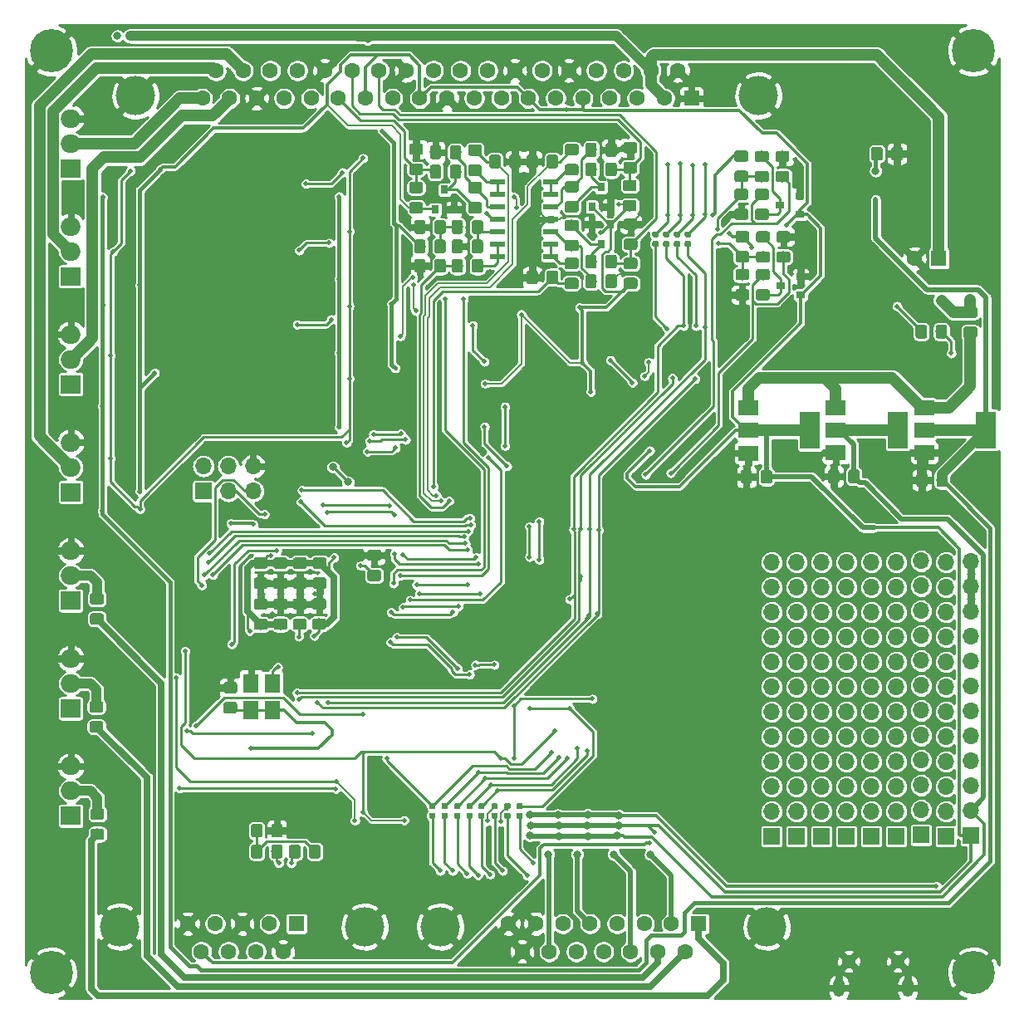
<source format=gbr>
G04 #@! TF.GenerationSoftware,KiCad,Pcbnew,(5.1.0)-1*
G04 #@! TF.CreationDate,2019-05-07T00:45:11+02:00*
G04 #@! TF.ProjectId,Project_RedGlow,50726f6a-6563-4745-9f52-6564476c6f77,rev?*
G04 #@! TF.SameCoordinates,Original*
G04 #@! TF.FileFunction,Copper,L2,Bot*
G04 #@! TF.FilePolarity,Positive*
%FSLAX46Y46*%
G04 Gerber Fmt 4.6, Leading zero omitted, Abs format (unit mm)*
G04 Created by KiCad (PCBNEW (5.1.0)-1) date 2019-05-07 00:45:11*
%MOMM*%
%LPD*%
G04 APERTURE LIST*
%ADD10C,0.100000*%
%ADD11C,1.150000*%
%ADD12C,0.700000*%
%ADD13C,4.400000*%
%ADD14O,2.000000X1.905000*%
%ADD15R,2.000000X1.905000*%
%ADD16R,1.650000X1.950000*%
%ADD17R,2.000000X1.500000*%
%ADD18R,2.000000X3.800000*%
%ADD19R,1.500000X0.600000*%
%ADD20C,0.590000*%
%ADD21O,1.700000X1.700000*%
%ADD22R,1.700000X1.700000*%
%ADD23C,4.000000*%
%ADD24C,1.600000*%
%ADD25R,1.600000X1.600000*%
%ADD26O,1.200000X1.900000*%
%ADD27C,1.450000*%
%ADD28R,0.800000X0.900000*%
%ADD29R,0.900000X0.800000*%
%ADD30C,0.500000*%
%ADD31C,0.800000*%
%ADD32C,1.200000*%
%ADD33C,1.000000*%
%ADD34C,0.700000*%
%ADD35C,0.250000*%
%ADD36C,0.400000*%
%ADD37C,0.500000*%
%ADD38C,0.300000*%
%ADD39C,0.177800*%
%ADD40C,0.240000*%
G04 APERTURE END LIST*
D10*
G36*
X61667105Y-27560404D02*
G01*
X61691373Y-27564004D01*
X61715172Y-27569965D01*
X61738271Y-27578230D01*
X61760450Y-27588720D01*
X61781493Y-27601332D01*
X61801199Y-27615947D01*
X61819377Y-27632423D01*
X61835853Y-27650601D01*
X61850468Y-27670307D01*
X61863080Y-27691350D01*
X61873570Y-27713529D01*
X61881835Y-27736628D01*
X61887796Y-27760427D01*
X61891396Y-27784695D01*
X61892600Y-27809199D01*
X61892600Y-28459201D01*
X61891396Y-28483705D01*
X61887796Y-28507973D01*
X61881835Y-28531772D01*
X61873570Y-28554871D01*
X61863080Y-28577050D01*
X61850468Y-28598093D01*
X61835853Y-28617799D01*
X61819377Y-28635977D01*
X61801199Y-28652453D01*
X61781493Y-28667068D01*
X61760450Y-28679680D01*
X61738271Y-28690170D01*
X61715172Y-28698435D01*
X61691373Y-28704396D01*
X61667105Y-28707996D01*
X61642601Y-28709200D01*
X60742599Y-28709200D01*
X60718095Y-28707996D01*
X60693827Y-28704396D01*
X60670028Y-28698435D01*
X60646929Y-28690170D01*
X60624750Y-28679680D01*
X60603707Y-28667068D01*
X60584001Y-28652453D01*
X60565823Y-28635977D01*
X60549347Y-28617799D01*
X60534732Y-28598093D01*
X60522120Y-28577050D01*
X60511630Y-28554871D01*
X60503365Y-28531772D01*
X60497404Y-28507973D01*
X60493804Y-28483705D01*
X60492600Y-28459201D01*
X60492600Y-27809199D01*
X60493804Y-27784695D01*
X60497404Y-27760427D01*
X60503365Y-27736628D01*
X60511630Y-27713529D01*
X60522120Y-27691350D01*
X60534732Y-27670307D01*
X60549347Y-27650601D01*
X60565823Y-27632423D01*
X60584001Y-27615947D01*
X60603707Y-27601332D01*
X60624750Y-27588720D01*
X60646929Y-27578230D01*
X60670028Y-27569965D01*
X60693827Y-27564004D01*
X60718095Y-27560404D01*
X60742599Y-27559200D01*
X61642601Y-27559200D01*
X61667105Y-27560404D01*
X61667105Y-27560404D01*
G37*
D11*
X61192600Y-28134200D03*
D10*
G36*
X61667105Y-29610404D02*
G01*
X61691373Y-29614004D01*
X61715172Y-29619965D01*
X61738271Y-29628230D01*
X61760450Y-29638720D01*
X61781493Y-29651332D01*
X61801199Y-29665947D01*
X61819377Y-29682423D01*
X61835853Y-29700601D01*
X61850468Y-29720307D01*
X61863080Y-29741350D01*
X61873570Y-29763529D01*
X61881835Y-29786628D01*
X61887796Y-29810427D01*
X61891396Y-29834695D01*
X61892600Y-29859199D01*
X61892600Y-30509201D01*
X61891396Y-30533705D01*
X61887796Y-30557973D01*
X61881835Y-30581772D01*
X61873570Y-30604871D01*
X61863080Y-30627050D01*
X61850468Y-30648093D01*
X61835853Y-30667799D01*
X61819377Y-30685977D01*
X61801199Y-30702453D01*
X61781493Y-30717068D01*
X61760450Y-30729680D01*
X61738271Y-30740170D01*
X61715172Y-30748435D01*
X61691373Y-30754396D01*
X61667105Y-30757996D01*
X61642601Y-30759200D01*
X60742599Y-30759200D01*
X60718095Y-30757996D01*
X60693827Y-30754396D01*
X60670028Y-30748435D01*
X60646929Y-30740170D01*
X60624750Y-30729680D01*
X60603707Y-30717068D01*
X60584001Y-30702453D01*
X60565823Y-30685977D01*
X60549347Y-30667799D01*
X60534732Y-30648093D01*
X60522120Y-30627050D01*
X60511630Y-30604871D01*
X60503365Y-30581772D01*
X60497404Y-30557973D01*
X60493804Y-30533705D01*
X60492600Y-30509201D01*
X60492600Y-29859199D01*
X60493804Y-29834695D01*
X60497404Y-29810427D01*
X60503365Y-29786628D01*
X60511630Y-29763529D01*
X60522120Y-29741350D01*
X60534732Y-29720307D01*
X60549347Y-29700601D01*
X60565823Y-29682423D01*
X60584001Y-29665947D01*
X60603707Y-29651332D01*
X60624750Y-29638720D01*
X60646929Y-29628230D01*
X60670028Y-29619965D01*
X60693827Y-29614004D01*
X60718095Y-29610404D01*
X60742599Y-29609200D01*
X61642601Y-29609200D01*
X61667105Y-29610404D01*
X61667105Y-29610404D01*
G37*
D11*
X61192600Y-30184200D03*
D12*
X113166726Y-110833274D03*
X112000000Y-110350000D03*
X110833274Y-110833274D03*
X110350000Y-112000000D03*
X110833274Y-113166726D03*
X112000000Y-113650000D03*
X113166726Y-113166726D03*
X113650000Y-112000000D03*
D13*
X112000000Y-112000000D03*
D12*
X19166726Y-110833274D03*
X18000000Y-110350000D03*
X16833274Y-110833274D03*
X16350000Y-112000000D03*
X16833274Y-113166726D03*
X18000000Y-113650000D03*
X19166726Y-113166726D03*
X19650000Y-112000000D03*
D13*
X18000000Y-112000000D03*
D12*
X113166726Y-16833274D03*
X112000000Y-16350000D03*
X110833274Y-16833274D03*
X110350000Y-18000000D03*
X110833274Y-19166726D03*
X112000000Y-19650000D03*
X113166726Y-19166726D03*
X113650000Y-18000000D03*
D13*
X112000000Y-18000000D03*
D12*
X19166726Y-16833274D03*
X18000000Y-16350000D03*
X16833274Y-16833274D03*
X16350000Y-18000000D03*
X16833274Y-19166726D03*
X18000000Y-19650000D03*
X19166726Y-19166726D03*
X19650000Y-18000000D03*
D13*
X18000000Y-18000000D03*
D14*
X20000000Y-57920000D03*
X20000000Y-60460000D03*
D15*
X20000000Y-63000000D03*
D14*
X20000000Y-46920000D03*
X20000000Y-49460000D03*
D15*
X20000000Y-52000000D03*
D14*
X20000000Y-35920000D03*
X20000000Y-38460000D03*
D15*
X20000000Y-41000000D03*
D14*
X20000000Y-24920000D03*
X20000000Y-27460000D03*
D15*
X20000000Y-30000000D03*
D16*
X40584200Y-85226600D03*
X40584200Y-82476600D03*
X38384200Y-82476600D03*
X38384200Y-85226600D03*
D17*
X89052000Y-59018200D03*
X89052000Y-54418200D03*
X89052000Y-56718200D03*
D18*
X95352000Y-56718200D03*
D17*
X97992800Y-58967400D03*
X97992800Y-54367400D03*
X97992800Y-56667400D03*
D18*
X104292800Y-56667400D03*
D17*
X107009800Y-58967400D03*
X107009800Y-54367400D03*
X107009800Y-56667400D03*
D18*
X113309800Y-56667400D03*
D19*
X68917800Y-39014400D03*
X68917800Y-37744400D03*
X68917800Y-36474400D03*
X68917800Y-35204400D03*
X68917800Y-33934400D03*
X68917800Y-32664400D03*
X68917800Y-31394400D03*
X63517800Y-31394400D03*
X63517800Y-32664400D03*
X63517800Y-33934400D03*
X63517800Y-35204400D03*
X63517800Y-36474400D03*
X63517800Y-37744400D03*
X63517800Y-39014400D03*
D10*
G36*
X112174505Y-46126204D02*
G01*
X112198773Y-46129804D01*
X112222572Y-46135765D01*
X112245671Y-46144030D01*
X112267850Y-46154520D01*
X112288893Y-46167132D01*
X112308599Y-46181747D01*
X112326777Y-46198223D01*
X112343253Y-46216401D01*
X112357868Y-46236107D01*
X112370480Y-46257150D01*
X112380970Y-46279329D01*
X112389235Y-46302428D01*
X112395196Y-46326227D01*
X112398796Y-46350495D01*
X112400000Y-46374999D01*
X112400000Y-47025001D01*
X112398796Y-47049505D01*
X112395196Y-47073773D01*
X112389235Y-47097572D01*
X112380970Y-47120671D01*
X112370480Y-47142850D01*
X112357868Y-47163893D01*
X112343253Y-47183599D01*
X112326777Y-47201777D01*
X112308599Y-47218253D01*
X112288893Y-47232868D01*
X112267850Y-47245480D01*
X112245671Y-47255970D01*
X112222572Y-47264235D01*
X112198773Y-47270196D01*
X112174505Y-47273796D01*
X112150001Y-47275000D01*
X111249999Y-47275000D01*
X111225495Y-47273796D01*
X111201227Y-47270196D01*
X111177428Y-47264235D01*
X111154329Y-47255970D01*
X111132150Y-47245480D01*
X111111107Y-47232868D01*
X111091401Y-47218253D01*
X111073223Y-47201777D01*
X111056747Y-47183599D01*
X111042132Y-47163893D01*
X111029520Y-47142850D01*
X111019030Y-47120671D01*
X111010765Y-47097572D01*
X111004804Y-47073773D01*
X111001204Y-47049505D01*
X111000000Y-47025001D01*
X111000000Y-46374999D01*
X111001204Y-46350495D01*
X111004804Y-46326227D01*
X111010765Y-46302428D01*
X111019030Y-46279329D01*
X111029520Y-46257150D01*
X111042132Y-46236107D01*
X111056747Y-46216401D01*
X111073223Y-46198223D01*
X111091401Y-46181747D01*
X111111107Y-46167132D01*
X111132150Y-46154520D01*
X111154329Y-46144030D01*
X111177428Y-46135765D01*
X111201227Y-46129804D01*
X111225495Y-46126204D01*
X111249999Y-46125000D01*
X112150001Y-46125000D01*
X112174505Y-46126204D01*
X112174505Y-46126204D01*
G37*
D11*
X111700000Y-46700000D03*
D10*
G36*
X112174505Y-44076204D02*
G01*
X112198773Y-44079804D01*
X112222572Y-44085765D01*
X112245671Y-44094030D01*
X112267850Y-44104520D01*
X112288893Y-44117132D01*
X112308599Y-44131747D01*
X112326777Y-44148223D01*
X112343253Y-44166401D01*
X112357868Y-44186107D01*
X112370480Y-44207150D01*
X112380970Y-44229329D01*
X112389235Y-44252428D01*
X112395196Y-44276227D01*
X112398796Y-44300495D01*
X112400000Y-44324999D01*
X112400000Y-44975001D01*
X112398796Y-44999505D01*
X112395196Y-45023773D01*
X112389235Y-45047572D01*
X112380970Y-45070671D01*
X112370480Y-45092850D01*
X112357868Y-45113893D01*
X112343253Y-45133599D01*
X112326777Y-45151777D01*
X112308599Y-45168253D01*
X112288893Y-45182868D01*
X112267850Y-45195480D01*
X112245671Y-45205970D01*
X112222572Y-45214235D01*
X112198773Y-45220196D01*
X112174505Y-45223796D01*
X112150001Y-45225000D01*
X111249999Y-45225000D01*
X111225495Y-45223796D01*
X111201227Y-45220196D01*
X111177428Y-45214235D01*
X111154329Y-45205970D01*
X111132150Y-45195480D01*
X111111107Y-45182868D01*
X111091401Y-45168253D01*
X111073223Y-45151777D01*
X111056747Y-45133599D01*
X111042132Y-45113893D01*
X111029520Y-45092850D01*
X111019030Y-45070671D01*
X111010765Y-45047572D01*
X111004804Y-45023773D01*
X111001204Y-44999505D01*
X111000000Y-44975001D01*
X111000000Y-44324999D01*
X111001204Y-44300495D01*
X111004804Y-44276227D01*
X111010765Y-44252428D01*
X111019030Y-44229329D01*
X111029520Y-44207150D01*
X111042132Y-44186107D01*
X111056747Y-44166401D01*
X111073223Y-44148223D01*
X111091401Y-44131747D01*
X111111107Y-44117132D01*
X111132150Y-44104520D01*
X111154329Y-44094030D01*
X111177428Y-44085765D01*
X111201227Y-44079804D01*
X111225495Y-44076204D01*
X111249999Y-44075000D01*
X112150001Y-44075000D01*
X112174505Y-44076204D01*
X112174505Y-44076204D01*
G37*
D11*
X111700000Y-44650000D03*
D10*
G36*
X67383905Y-40400404D02*
G01*
X67408173Y-40404004D01*
X67431972Y-40409965D01*
X67455071Y-40418230D01*
X67477250Y-40428720D01*
X67498293Y-40441332D01*
X67517999Y-40455947D01*
X67536177Y-40472423D01*
X67552653Y-40490601D01*
X67567268Y-40510307D01*
X67579880Y-40531350D01*
X67590370Y-40553529D01*
X67598635Y-40576628D01*
X67604596Y-40600427D01*
X67608196Y-40624695D01*
X67609400Y-40649199D01*
X67609400Y-41549201D01*
X67608196Y-41573705D01*
X67604596Y-41597973D01*
X67598635Y-41621772D01*
X67590370Y-41644871D01*
X67579880Y-41667050D01*
X67567268Y-41688093D01*
X67552653Y-41707799D01*
X67536177Y-41725977D01*
X67517999Y-41742453D01*
X67498293Y-41757068D01*
X67477250Y-41769680D01*
X67455071Y-41780170D01*
X67431972Y-41788435D01*
X67408173Y-41794396D01*
X67383905Y-41797996D01*
X67359401Y-41799200D01*
X66709399Y-41799200D01*
X66684895Y-41797996D01*
X66660627Y-41794396D01*
X66636828Y-41788435D01*
X66613729Y-41780170D01*
X66591550Y-41769680D01*
X66570507Y-41757068D01*
X66550801Y-41742453D01*
X66532623Y-41725977D01*
X66516147Y-41707799D01*
X66501532Y-41688093D01*
X66488920Y-41667050D01*
X66478430Y-41644871D01*
X66470165Y-41621772D01*
X66464204Y-41597973D01*
X66460604Y-41573705D01*
X66459400Y-41549201D01*
X66459400Y-40649199D01*
X66460604Y-40624695D01*
X66464204Y-40600427D01*
X66470165Y-40576628D01*
X66478430Y-40553529D01*
X66488920Y-40531350D01*
X66501532Y-40510307D01*
X66516147Y-40490601D01*
X66532623Y-40472423D01*
X66550801Y-40455947D01*
X66570507Y-40441332D01*
X66591550Y-40428720D01*
X66613729Y-40418230D01*
X66636828Y-40409965D01*
X66660627Y-40404004D01*
X66684895Y-40400404D01*
X66709399Y-40399200D01*
X67359401Y-40399200D01*
X67383905Y-40400404D01*
X67383905Y-40400404D01*
G37*
D11*
X67034400Y-41099200D03*
D10*
G36*
X69433905Y-40400404D02*
G01*
X69458173Y-40404004D01*
X69481972Y-40409965D01*
X69505071Y-40418230D01*
X69527250Y-40428720D01*
X69548293Y-40441332D01*
X69567999Y-40455947D01*
X69586177Y-40472423D01*
X69602653Y-40490601D01*
X69617268Y-40510307D01*
X69629880Y-40531350D01*
X69640370Y-40553529D01*
X69648635Y-40576628D01*
X69654596Y-40600427D01*
X69658196Y-40624695D01*
X69659400Y-40649199D01*
X69659400Y-41549201D01*
X69658196Y-41573705D01*
X69654596Y-41597973D01*
X69648635Y-41621772D01*
X69640370Y-41644871D01*
X69629880Y-41667050D01*
X69617268Y-41688093D01*
X69602653Y-41707799D01*
X69586177Y-41725977D01*
X69567999Y-41742453D01*
X69548293Y-41757068D01*
X69527250Y-41769680D01*
X69505071Y-41780170D01*
X69481972Y-41788435D01*
X69458173Y-41794396D01*
X69433905Y-41797996D01*
X69409401Y-41799200D01*
X68759399Y-41799200D01*
X68734895Y-41797996D01*
X68710627Y-41794396D01*
X68686828Y-41788435D01*
X68663729Y-41780170D01*
X68641550Y-41769680D01*
X68620507Y-41757068D01*
X68600801Y-41742453D01*
X68582623Y-41725977D01*
X68566147Y-41707799D01*
X68551532Y-41688093D01*
X68538920Y-41667050D01*
X68528430Y-41644871D01*
X68520165Y-41621772D01*
X68514204Y-41597973D01*
X68510604Y-41573705D01*
X68509400Y-41549201D01*
X68509400Y-40649199D01*
X68510604Y-40624695D01*
X68514204Y-40600427D01*
X68520165Y-40576628D01*
X68528430Y-40553529D01*
X68538920Y-40531350D01*
X68551532Y-40510307D01*
X68566147Y-40490601D01*
X68582623Y-40472423D01*
X68600801Y-40455947D01*
X68620507Y-40441332D01*
X68641550Y-40428720D01*
X68663729Y-40418230D01*
X68686828Y-40409965D01*
X68710627Y-40404004D01*
X68734895Y-40400404D01*
X68759399Y-40399200D01*
X69409401Y-40399200D01*
X69433905Y-40400404D01*
X69433905Y-40400404D01*
G37*
D11*
X69084400Y-41099200D03*
D10*
G36*
X71533905Y-41150404D02*
G01*
X71558173Y-41154004D01*
X71581972Y-41159965D01*
X71605071Y-41168230D01*
X71627250Y-41178720D01*
X71648293Y-41191332D01*
X71667999Y-41205947D01*
X71686177Y-41222423D01*
X71702653Y-41240601D01*
X71717268Y-41260307D01*
X71729880Y-41281350D01*
X71740370Y-41303529D01*
X71748635Y-41326628D01*
X71754596Y-41350427D01*
X71758196Y-41374695D01*
X71759400Y-41399199D01*
X71759400Y-42049201D01*
X71758196Y-42073705D01*
X71754596Y-42097973D01*
X71748635Y-42121772D01*
X71740370Y-42144871D01*
X71729880Y-42167050D01*
X71717268Y-42188093D01*
X71702653Y-42207799D01*
X71686177Y-42225977D01*
X71667999Y-42242453D01*
X71648293Y-42257068D01*
X71627250Y-42269680D01*
X71605071Y-42280170D01*
X71581972Y-42288435D01*
X71558173Y-42294396D01*
X71533905Y-42297996D01*
X71509401Y-42299200D01*
X70609399Y-42299200D01*
X70584895Y-42297996D01*
X70560627Y-42294396D01*
X70536828Y-42288435D01*
X70513729Y-42280170D01*
X70491550Y-42269680D01*
X70470507Y-42257068D01*
X70450801Y-42242453D01*
X70432623Y-42225977D01*
X70416147Y-42207799D01*
X70401532Y-42188093D01*
X70388920Y-42167050D01*
X70378430Y-42144871D01*
X70370165Y-42121772D01*
X70364204Y-42097973D01*
X70360604Y-42073705D01*
X70359400Y-42049201D01*
X70359400Y-41399199D01*
X70360604Y-41374695D01*
X70364204Y-41350427D01*
X70370165Y-41326628D01*
X70378430Y-41303529D01*
X70388920Y-41281350D01*
X70401532Y-41260307D01*
X70416147Y-41240601D01*
X70432623Y-41222423D01*
X70450801Y-41205947D01*
X70470507Y-41191332D01*
X70491550Y-41178720D01*
X70513729Y-41168230D01*
X70536828Y-41159965D01*
X70560627Y-41154004D01*
X70584895Y-41150404D01*
X70609399Y-41149200D01*
X71509401Y-41149200D01*
X71533905Y-41150404D01*
X71533905Y-41150404D01*
G37*
D11*
X71059400Y-41724200D03*
D10*
G36*
X71533905Y-39100404D02*
G01*
X71558173Y-39104004D01*
X71581972Y-39109965D01*
X71605071Y-39118230D01*
X71627250Y-39128720D01*
X71648293Y-39141332D01*
X71667999Y-39155947D01*
X71686177Y-39172423D01*
X71702653Y-39190601D01*
X71717268Y-39210307D01*
X71729880Y-39231350D01*
X71740370Y-39253529D01*
X71748635Y-39276628D01*
X71754596Y-39300427D01*
X71758196Y-39324695D01*
X71759400Y-39349199D01*
X71759400Y-39999201D01*
X71758196Y-40023705D01*
X71754596Y-40047973D01*
X71748635Y-40071772D01*
X71740370Y-40094871D01*
X71729880Y-40117050D01*
X71717268Y-40138093D01*
X71702653Y-40157799D01*
X71686177Y-40175977D01*
X71667999Y-40192453D01*
X71648293Y-40207068D01*
X71627250Y-40219680D01*
X71605071Y-40230170D01*
X71581972Y-40238435D01*
X71558173Y-40244396D01*
X71533905Y-40247996D01*
X71509401Y-40249200D01*
X70609399Y-40249200D01*
X70584895Y-40247996D01*
X70560627Y-40244396D01*
X70536828Y-40238435D01*
X70513729Y-40230170D01*
X70491550Y-40219680D01*
X70470507Y-40207068D01*
X70450801Y-40192453D01*
X70432623Y-40175977D01*
X70416147Y-40157799D01*
X70401532Y-40138093D01*
X70388920Y-40117050D01*
X70378430Y-40094871D01*
X70370165Y-40071772D01*
X70364204Y-40047973D01*
X70360604Y-40023705D01*
X70359400Y-39999201D01*
X70359400Y-39349199D01*
X70360604Y-39324695D01*
X70364204Y-39300427D01*
X70370165Y-39276628D01*
X70378430Y-39253529D01*
X70388920Y-39231350D01*
X70401532Y-39210307D01*
X70416147Y-39190601D01*
X70432623Y-39172423D01*
X70450801Y-39155947D01*
X70470507Y-39141332D01*
X70491550Y-39128720D01*
X70513729Y-39118230D01*
X70536828Y-39109965D01*
X70560627Y-39104004D01*
X70584895Y-39100404D01*
X70609399Y-39099200D01*
X71509401Y-39099200D01*
X71533905Y-39100404D01*
X71533905Y-39100404D01*
G37*
D11*
X71059400Y-39674200D03*
D10*
G36*
X67383905Y-28600404D02*
G01*
X67408173Y-28604004D01*
X67431972Y-28609965D01*
X67455071Y-28618230D01*
X67477250Y-28628720D01*
X67498293Y-28641332D01*
X67517999Y-28655947D01*
X67536177Y-28672423D01*
X67552653Y-28690601D01*
X67567268Y-28710307D01*
X67579880Y-28731350D01*
X67590370Y-28753529D01*
X67598635Y-28776628D01*
X67604596Y-28800427D01*
X67608196Y-28824695D01*
X67609400Y-28849199D01*
X67609400Y-29749201D01*
X67608196Y-29773705D01*
X67604596Y-29797973D01*
X67598635Y-29821772D01*
X67590370Y-29844871D01*
X67579880Y-29867050D01*
X67567268Y-29888093D01*
X67552653Y-29907799D01*
X67536177Y-29925977D01*
X67517999Y-29942453D01*
X67498293Y-29957068D01*
X67477250Y-29969680D01*
X67455071Y-29980170D01*
X67431972Y-29988435D01*
X67408173Y-29994396D01*
X67383905Y-29997996D01*
X67359401Y-29999200D01*
X66709399Y-29999200D01*
X66684895Y-29997996D01*
X66660627Y-29994396D01*
X66636828Y-29988435D01*
X66613729Y-29980170D01*
X66591550Y-29969680D01*
X66570507Y-29957068D01*
X66550801Y-29942453D01*
X66532623Y-29925977D01*
X66516147Y-29907799D01*
X66501532Y-29888093D01*
X66488920Y-29867050D01*
X66478430Y-29844871D01*
X66470165Y-29821772D01*
X66464204Y-29797973D01*
X66460604Y-29773705D01*
X66459400Y-29749201D01*
X66459400Y-28849199D01*
X66460604Y-28824695D01*
X66464204Y-28800427D01*
X66470165Y-28776628D01*
X66478430Y-28753529D01*
X66488920Y-28731350D01*
X66501532Y-28710307D01*
X66516147Y-28690601D01*
X66532623Y-28672423D01*
X66550801Y-28655947D01*
X66570507Y-28641332D01*
X66591550Y-28628720D01*
X66613729Y-28618230D01*
X66636828Y-28609965D01*
X66660627Y-28604004D01*
X66684895Y-28600404D01*
X66709399Y-28599200D01*
X67359401Y-28599200D01*
X67383905Y-28600404D01*
X67383905Y-28600404D01*
G37*
D11*
X67034400Y-29299200D03*
D10*
G36*
X69433905Y-28600404D02*
G01*
X69458173Y-28604004D01*
X69481972Y-28609965D01*
X69505071Y-28618230D01*
X69527250Y-28628720D01*
X69548293Y-28641332D01*
X69567999Y-28655947D01*
X69586177Y-28672423D01*
X69602653Y-28690601D01*
X69617268Y-28710307D01*
X69629880Y-28731350D01*
X69640370Y-28753529D01*
X69648635Y-28776628D01*
X69654596Y-28800427D01*
X69658196Y-28824695D01*
X69659400Y-28849199D01*
X69659400Y-29749201D01*
X69658196Y-29773705D01*
X69654596Y-29797973D01*
X69648635Y-29821772D01*
X69640370Y-29844871D01*
X69629880Y-29867050D01*
X69617268Y-29888093D01*
X69602653Y-29907799D01*
X69586177Y-29925977D01*
X69567999Y-29942453D01*
X69548293Y-29957068D01*
X69527250Y-29969680D01*
X69505071Y-29980170D01*
X69481972Y-29988435D01*
X69458173Y-29994396D01*
X69433905Y-29997996D01*
X69409401Y-29999200D01*
X68759399Y-29999200D01*
X68734895Y-29997996D01*
X68710627Y-29994396D01*
X68686828Y-29988435D01*
X68663729Y-29980170D01*
X68641550Y-29969680D01*
X68620507Y-29957068D01*
X68600801Y-29942453D01*
X68582623Y-29925977D01*
X68566147Y-29907799D01*
X68551532Y-29888093D01*
X68538920Y-29867050D01*
X68528430Y-29844871D01*
X68520165Y-29821772D01*
X68514204Y-29797973D01*
X68510604Y-29773705D01*
X68509400Y-29749201D01*
X68509400Y-28849199D01*
X68510604Y-28824695D01*
X68514204Y-28800427D01*
X68520165Y-28776628D01*
X68528430Y-28753529D01*
X68538920Y-28731350D01*
X68551532Y-28710307D01*
X68566147Y-28690601D01*
X68582623Y-28672423D01*
X68600801Y-28655947D01*
X68620507Y-28641332D01*
X68641550Y-28628720D01*
X68663729Y-28618230D01*
X68686828Y-28609965D01*
X68710627Y-28604004D01*
X68734895Y-28600404D01*
X68759399Y-28599200D01*
X69409401Y-28599200D01*
X69433905Y-28600404D01*
X69433905Y-28600404D01*
G37*
D11*
X69084400Y-29299200D03*
D10*
G36*
X71533905Y-27500404D02*
G01*
X71558173Y-27504004D01*
X71581972Y-27509965D01*
X71605071Y-27518230D01*
X71627250Y-27528720D01*
X71648293Y-27541332D01*
X71667999Y-27555947D01*
X71686177Y-27572423D01*
X71702653Y-27590601D01*
X71717268Y-27610307D01*
X71729880Y-27631350D01*
X71740370Y-27653529D01*
X71748635Y-27676628D01*
X71754596Y-27700427D01*
X71758196Y-27724695D01*
X71759400Y-27749199D01*
X71759400Y-28399201D01*
X71758196Y-28423705D01*
X71754596Y-28447973D01*
X71748635Y-28471772D01*
X71740370Y-28494871D01*
X71729880Y-28517050D01*
X71717268Y-28538093D01*
X71702653Y-28557799D01*
X71686177Y-28575977D01*
X71667999Y-28592453D01*
X71648293Y-28607068D01*
X71627250Y-28619680D01*
X71605071Y-28630170D01*
X71581972Y-28638435D01*
X71558173Y-28644396D01*
X71533905Y-28647996D01*
X71509401Y-28649200D01*
X70609399Y-28649200D01*
X70584895Y-28647996D01*
X70560627Y-28644396D01*
X70536828Y-28638435D01*
X70513729Y-28630170D01*
X70491550Y-28619680D01*
X70470507Y-28607068D01*
X70450801Y-28592453D01*
X70432623Y-28575977D01*
X70416147Y-28557799D01*
X70401532Y-28538093D01*
X70388920Y-28517050D01*
X70378430Y-28494871D01*
X70370165Y-28471772D01*
X70364204Y-28447973D01*
X70360604Y-28423705D01*
X70359400Y-28399201D01*
X70359400Y-27749199D01*
X70360604Y-27724695D01*
X70364204Y-27700427D01*
X70370165Y-27676628D01*
X70378430Y-27653529D01*
X70388920Y-27631350D01*
X70401532Y-27610307D01*
X70416147Y-27590601D01*
X70432623Y-27572423D01*
X70450801Y-27555947D01*
X70470507Y-27541332D01*
X70491550Y-27528720D01*
X70513729Y-27518230D01*
X70536828Y-27509965D01*
X70560627Y-27504004D01*
X70584895Y-27500404D01*
X70609399Y-27499200D01*
X71509401Y-27499200D01*
X71533905Y-27500404D01*
X71533905Y-27500404D01*
G37*
D11*
X71059400Y-28074200D03*
D10*
G36*
X71533905Y-29550404D02*
G01*
X71558173Y-29554004D01*
X71581972Y-29559965D01*
X71605071Y-29568230D01*
X71627250Y-29578720D01*
X71648293Y-29591332D01*
X71667999Y-29605947D01*
X71686177Y-29622423D01*
X71702653Y-29640601D01*
X71717268Y-29660307D01*
X71729880Y-29681350D01*
X71740370Y-29703529D01*
X71748635Y-29726628D01*
X71754596Y-29750427D01*
X71758196Y-29774695D01*
X71759400Y-29799199D01*
X71759400Y-30449201D01*
X71758196Y-30473705D01*
X71754596Y-30497973D01*
X71748635Y-30521772D01*
X71740370Y-30544871D01*
X71729880Y-30567050D01*
X71717268Y-30588093D01*
X71702653Y-30607799D01*
X71686177Y-30625977D01*
X71667999Y-30642453D01*
X71648293Y-30657068D01*
X71627250Y-30669680D01*
X71605071Y-30680170D01*
X71581972Y-30688435D01*
X71558173Y-30694396D01*
X71533905Y-30697996D01*
X71509401Y-30699200D01*
X70609399Y-30699200D01*
X70584895Y-30697996D01*
X70560627Y-30694396D01*
X70536828Y-30688435D01*
X70513729Y-30680170D01*
X70491550Y-30669680D01*
X70470507Y-30657068D01*
X70450801Y-30642453D01*
X70432623Y-30625977D01*
X70416147Y-30607799D01*
X70401532Y-30588093D01*
X70388920Y-30567050D01*
X70378430Y-30544871D01*
X70370165Y-30521772D01*
X70364204Y-30497973D01*
X70360604Y-30473705D01*
X70359400Y-30449201D01*
X70359400Y-29799199D01*
X70360604Y-29774695D01*
X70364204Y-29750427D01*
X70370165Y-29726628D01*
X70378430Y-29703529D01*
X70388920Y-29681350D01*
X70401532Y-29660307D01*
X70416147Y-29640601D01*
X70432623Y-29622423D01*
X70450801Y-29605947D01*
X70470507Y-29591332D01*
X70491550Y-29578720D01*
X70513729Y-29568230D01*
X70536828Y-29559965D01*
X70560627Y-29554004D01*
X70584895Y-29550404D01*
X70609399Y-29549200D01*
X71509401Y-29549200D01*
X71533905Y-29550404D01*
X71533905Y-29550404D01*
G37*
D11*
X71059400Y-30124200D03*
D10*
G36*
X65633905Y-28600404D02*
G01*
X65658173Y-28604004D01*
X65681972Y-28609965D01*
X65705071Y-28618230D01*
X65727250Y-28628720D01*
X65748293Y-28641332D01*
X65767999Y-28655947D01*
X65786177Y-28672423D01*
X65802653Y-28690601D01*
X65817268Y-28710307D01*
X65829880Y-28731350D01*
X65840370Y-28753529D01*
X65848635Y-28776628D01*
X65854596Y-28800427D01*
X65858196Y-28824695D01*
X65859400Y-28849199D01*
X65859400Y-29749201D01*
X65858196Y-29773705D01*
X65854596Y-29797973D01*
X65848635Y-29821772D01*
X65840370Y-29844871D01*
X65829880Y-29867050D01*
X65817268Y-29888093D01*
X65802653Y-29907799D01*
X65786177Y-29925977D01*
X65767999Y-29942453D01*
X65748293Y-29957068D01*
X65727250Y-29969680D01*
X65705071Y-29980170D01*
X65681972Y-29988435D01*
X65658173Y-29994396D01*
X65633905Y-29997996D01*
X65609401Y-29999200D01*
X64959399Y-29999200D01*
X64934895Y-29997996D01*
X64910627Y-29994396D01*
X64886828Y-29988435D01*
X64863729Y-29980170D01*
X64841550Y-29969680D01*
X64820507Y-29957068D01*
X64800801Y-29942453D01*
X64782623Y-29925977D01*
X64766147Y-29907799D01*
X64751532Y-29888093D01*
X64738920Y-29867050D01*
X64728430Y-29844871D01*
X64720165Y-29821772D01*
X64714204Y-29797973D01*
X64710604Y-29773705D01*
X64709400Y-29749201D01*
X64709400Y-28849199D01*
X64710604Y-28824695D01*
X64714204Y-28800427D01*
X64720165Y-28776628D01*
X64728430Y-28753529D01*
X64738920Y-28731350D01*
X64751532Y-28710307D01*
X64766147Y-28690601D01*
X64782623Y-28672423D01*
X64800801Y-28655947D01*
X64820507Y-28641332D01*
X64841550Y-28628720D01*
X64863729Y-28618230D01*
X64886828Y-28609965D01*
X64910627Y-28604004D01*
X64934895Y-28600404D01*
X64959399Y-28599200D01*
X65609401Y-28599200D01*
X65633905Y-28600404D01*
X65633905Y-28600404D01*
G37*
D11*
X65284400Y-29299200D03*
D10*
G36*
X63583905Y-28600404D02*
G01*
X63608173Y-28604004D01*
X63631972Y-28609965D01*
X63655071Y-28618230D01*
X63677250Y-28628720D01*
X63698293Y-28641332D01*
X63717999Y-28655947D01*
X63736177Y-28672423D01*
X63752653Y-28690601D01*
X63767268Y-28710307D01*
X63779880Y-28731350D01*
X63790370Y-28753529D01*
X63798635Y-28776628D01*
X63804596Y-28800427D01*
X63808196Y-28824695D01*
X63809400Y-28849199D01*
X63809400Y-29749201D01*
X63808196Y-29773705D01*
X63804596Y-29797973D01*
X63798635Y-29821772D01*
X63790370Y-29844871D01*
X63779880Y-29867050D01*
X63767268Y-29888093D01*
X63752653Y-29907799D01*
X63736177Y-29925977D01*
X63717999Y-29942453D01*
X63698293Y-29957068D01*
X63677250Y-29969680D01*
X63655071Y-29980170D01*
X63631972Y-29988435D01*
X63608173Y-29994396D01*
X63583905Y-29997996D01*
X63559401Y-29999200D01*
X62909399Y-29999200D01*
X62884895Y-29997996D01*
X62860627Y-29994396D01*
X62836828Y-29988435D01*
X62813729Y-29980170D01*
X62791550Y-29969680D01*
X62770507Y-29957068D01*
X62750801Y-29942453D01*
X62732623Y-29925977D01*
X62716147Y-29907799D01*
X62701532Y-29888093D01*
X62688920Y-29867050D01*
X62678430Y-29844871D01*
X62670165Y-29821772D01*
X62664204Y-29797973D01*
X62660604Y-29773705D01*
X62659400Y-29749201D01*
X62659400Y-28849199D01*
X62660604Y-28824695D01*
X62664204Y-28800427D01*
X62670165Y-28776628D01*
X62678430Y-28753529D01*
X62688920Y-28731350D01*
X62701532Y-28710307D01*
X62716147Y-28690601D01*
X62732623Y-28672423D01*
X62750801Y-28655947D01*
X62770507Y-28641332D01*
X62791550Y-28628720D01*
X62813729Y-28618230D01*
X62836828Y-28609965D01*
X62860627Y-28604004D01*
X62884895Y-28600404D01*
X62909399Y-28599200D01*
X63559401Y-28599200D01*
X63583905Y-28600404D01*
X63583905Y-28600404D01*
G37*
D11*
X63234400Y-29299200D03*
D10*
G36*
X55941105Y-39230004D02*
G01*
X55965373Y-39233604D01*
X55989172Y-39239565D01*
X56012271Y-39247830D01*
X56034450Y-39258320D01*
X56055493Y-39270932D01*
X56075199Y-39285547D01*
X56093377Y-39302023D01*
X56109853Y-39320201D01*
X56124468Y-39339907D01*
X56137080Y-39360950D01*
X56147570Y-39383129D01*
X56155835Y-39406228D01*
X56161796Y-39430027D01*
X56165396Y-39454295D01*
X56166600Y-39478799D01*
X56166600Y-40378801D01*
X56165396Y-40403305D01*
X56161796Y-40427573D01*
X56155835Y-40451372D01*
X56147570Y-40474471D01*
X56137080Y-40496650D01*
X56124468Y-40517693D01*
X56109853Y-40537399D01*
X56093377Y-40555577D01*
X56075199Y-40572053D01*
X56055493Y-40586668D01*
X56034450Y-40599280D01*
X56012271Y-40609770D01*
X55989172Y-40618035D01*
X55965373Y-40623996D01*
X55941105Y-40627596D01*
X55916601Y-40628800D01*
X55266599Y-40628800D01*
X55242095Y-40627596D01*
X55217827Y-40623996D01*
X55194028Y-40618035D01*
X55170929Y-40609770D01*
X55148750Y-40599280D01*
X55127707Y-40586668D01*
X55108001Y-40572053D01*
X55089823Y-40555577D01*
X55073347Y-40537399D01*
X55058732Y-40517693D01*
X55046120Y-40496650D01*
X55035630Y-40474471D01*
X55027365Y-40451372D01*
X55021404Y-40427573D01*
X55017804Y-40403305D01*
X55016600Y-40378801D01*
X55016600Y-39478799D01*
X55017804Y-39454295D01*
X55021404Y-39430027D01*
X55027365Y-39406228D01*
X55035630Y-39383129D01*
X55046120Y-39360950D01*
X55058732Y-39339907D01*
X55073347Y-39320201D01*
X55089823Y-39302023D01*
X55108001Y-39285547D01*
X55127707Y-39270932D01*
X55148750Y-39258320D01*
X55170929Y-39247830D01*
X55194028Y-39239565D01*
X55217827Y-39233604D01*
X55242095Y-39230004D01*
X55266599Y-39228800D01*
X55916601Y-39228800D01*
X55941105Y-39230004D01*
X55941105Y-39230004D01*
G37*
D11*
X55591600Y-39928800D03*
D10*
G36*
X57991105Y-39230004D02*
G01*
X58015373Y-39233604D01*
X58039172Y-39239565D01*
X58062271Y-39247830D01*
X58084450Y-39258320D01*
X58105493Y-39270932D01*
X58125199Y-39285547D01*
X58143377Y-39302023D01*
X58159853Y-39320201D01*
X58174468Y-39339907D01*
X58187080Y-39360950D01*
X58197570Y-39383129D01*
X58205835Y-39406228D01*
X58211796Y-39430027D01*
X58215396Y-39454295D01*
X58216600Y-39478799D01*
X58216600Y-40378801D01*
X58215396Y-40403305D01*
X58211796Y-40427573D01*
X58205835Y-40451372D01*
X58197570Y-40474471D01*
X58187080Y-40496650D01*
X58174468Y-40517693D01*
X58159853Y-40537399D01*
X58143377Y-40555577D01*
X58125199Y-40572053D01*
X58105493Y-40586668D01*
X58084450Y-40599280D01*
X58062271Y-40609770D01*
X58039172Y-40618035D01*
X58015373Y-40623996D01*
X57991105Y-40627596D01*
X57966601Y-40628800D01*
X57316599Y-40628800D01*
X57292095Y-40627596D01*
X57267827Y-40623996D01*
X57244028Y-40618035D01*
X57220929Y-40609770D01*
X57198750Y-40599280D01*
X57177707Y-40586668D01*
X57158001Y-40572053D01*
X57139823Y-40555577D01*
X57123347Y-40537399D01*
X57108732Y-40517693D01*
X57096120Y-40496650D01*
X57085630Y-40474471D01*
X57077365Y-40451372D01*
X57071404Y-40427573D01*
X57067804Y-40403305D01*
X57066600Y-40378801D01*
X57066600Y-39478799D01*
X57067804Y-39454295D01*
X57071404Y-39430027D01*
X57077365Y-39406228D01*
X57085630Y-39383129D01*
X57096120Y-39360950D01*
X57108732Y-39339907D01*
X57123347Y-39320201D01*
X57139823Y-39302023D01*
X57158001Y-39285547D01*
X57177707Y-39270932D01*
X57198750Y-39258320D01*
X57220929Y-39247830D01*
X57244028Y-39239565D01*
X57267827Y-39233604D01*
X57292095Y-39230004D01*
X57316599Y-39228800D01*
X57966601Y-39228800D01*
X57991105Y-39230004D01*
X57991105Y-39230004D01*
G37*
D11*
X57641600Y-39928800D03*
D10*
G36*
X59751105Y-39230004D02*
G01*
X59775373Y-39233604D01*
X59799172Y-39239565D01*
X59822271Y-39247830D01*
X59844450Y-39258320D01*
X59865493Y-39270932D01*
X59885199Y-39285547D01*
X59903377Y-39302023D01*
X59919853Y-39320201D01*
X59934468Y-39339907D01*
X59947080Y-39360950D01*
X59957570Y-39383129D01*
X59965835Y-39406228D01*
X59971796Y-39430027D01*
X59975396Y-39454295D01*
X59976600Y-39478799D01*
X59976600Y-40378801D01*
X59975396Y-40403305D01*
X59971796Y-40427573D01*
X59965835Y-40451372D01*
X59957570Y-40474471D01*
X59947080Y-40496650D01*
X59934468Y-40517693D01*
X59919853Y-40537399D01*
X59903377Y-40555577D01*
X59885199Y-40572053D01*
X59865493Y-40586668D01*
X59844450Y-40599280D01*
X59822271Y-40609770D01*
X59799172Y-40618035D01*
X59775373Y-40623996D01*
X59751105Y-40627596D01*
X59726601Y-40628800D01*
X59076599Y-40628800D01*
X59052095Y-40627596D01*
X59027827Y-40623996D01*
X59004028Y-40618035D01*
X58980929Y-40609770D01*
X58958750Y-40599280D01*
X58937707Y-40586668D01*
X58918001Y-40572053D01*
X58899823Y-40555577D01*
X58883347Y-40537399D01*
X58868732Y-40517693D01*
X58856120Y-40496650D01*
X58845630Y-40474471D01*
X58837365Y-40451372D01*
X58831404Y-40427573D01*
X58827804Y-40403305D01*
X58826600Y-40378801D01*
X58826600Y-39478799D01*
X58827804Y-39454295D01*
X58831404Y-39430027D01*
X58837365Y-39406228D01*
X58845630Y-39383129D01*
X58856120Y-39360950D01*
X58868732Y-39339907D01*
X58883347Y-39320201D01*
X58899823Y-39302023D01*
X58918001Y-39285547D01*
X58937707Y-39270932D01*
X58958750Y-39258320D01*
X58980929Y-39247830D01*
X59004028Y-39239565D01*
X59027827Y-39233604D01*
X59052095Y-39230004D01*
X59076599Y-39228800D01*
X59726601Y-39228800D01*
X59751105Y-39230004D01*
X59751105Y-39230004D01*
G37*
D11*
X59401600Y-39928800D03*
D10*
G36*
X61801105Y-39230004D02*
G01*
X61825373Y-39233604D01*
X61849172Y-39239565D01*
X61872271Y-39247830D01*
X61894450Y-39258320D01*
X61915493Y-39270932D01*
X61935199Y-39285547D01*
X61953377Y-39302023D01*
X61969853Y-39320201D01*
X61984468Y-39339907D01*
X61997080Y-39360950D01*
X62007570Y-39383129D01*
X62015835Y-39406228D01*
X62021796Y-39430027D01*
X62025396Y-39454295D01*
X62026600Y-39478799D01*
X62026600Y-40378801D01*
X62025396Y-40403305D01*
X62021796Y-40427573D01*
X62015835Y-40451372D01*
X62007570Y-40474471D01*
X61997080Y-40496650D01*
X61984468Y-40517693D01*
X61969853Y-40537399D01*
X61953377Y-40555577D01*
X61935199Y-40572053D01*
X61915493Y-40586668D01*
X61894450Y-40599280D01*
X61872271Y-40609770D01*
X61849172Y-40618035D01*
X61825373Y-40623996D01*
X61801105Y-40627596D01*
X61776601Y-40628800D01*
X61126599Y-40628800D01*
X61102095Y-40627596D01*
X61077827Y-40623996D01*
X61054028Y-40618035D01*
X61030929Y-40609770D01*
X61008750Y-40599280D01*
X60987707Y-40586668D01*
X60968001Y-40572053D01*
X60949823Y-40555577D01*
X60933347Y-40537399D01*
X60918732Y-40517693D01*
X60906120Y-40496650D01*
X60895630Y-40474471D01*
X60887365Y-40451372D01*
X60881404Y-40427573D01*
X60877804Y-40403305D01*
X60876600Y-40378801D01*
X60876600Y-39478799D01*
X60877804Y-39454295D01*
X60881404Y-39430027D01*
X60887365Y-39406228D01*
X60895630Y-39383129D01*
X60906120Y-39360950D01*
X60918732Y-39339907D01*
X60933347Y-39320201D01*
X60949823Y-39302023D01*
X60968001Y-39285547D01*
X60987707Y-39270932D01*
X61008750Y-39258320D01*
X61030929Y-39247830D01*
X61054028Y-39239565D01*
X61077827Y-39233604D01*
X61102095Y-39230004D01*
X61126599Y-39228800D01*
X61776601Y-39228800D01*
X61801105Y-39230004D01*
X61801105Y-39230004D01*
G37*
D11*
X61451600Y-39928800D03*
D10*
G36*
X57036958Y-94720710D02*
G01*
X57051276Y-94722834D01*
X57065317Y-94726351D01*
X57078946Y-94731228D01*
X57092031Y-94737417D01*
X57104447Y-94744858D01*
X57116073Y-94753481D01*
X57126798Y-94763202D01*
X57136519Y-94773927D01*
X57145142Y-94785553D01*
X57152583Y-94797969D01*
X57158772Y-94811054D01*
X57163649Y-94824683D01*
X57167166Y-94838724D01*
X57169290Y-94853042D01*
X57170000Y-94867500D01*
X57170000Y-95162500D01*
X57169290Y-95176958D01*
X57167166Y-95191276D01*
X57163649Y-95205317D01*
X57158772Y-95218946D01*
X57152583Y-95232031D01*
X57145142Y-95244447D01*
X57136519Y-95256073D01*
X57126798Y-95266798D01*
X57116073Y-95276519D01*
X57104447Y-95285142D01*
X57092031Y-95292583D01*
X57078946Y-95298772D01*
X57065317Y-95303649D01*
X57051276Y-95307166D01*
X57036958Y-95309290D01*
X57022500Y-95310000D01*
X56677500Y-95310000D01*
X56663042Y-95309290D01*
X56648724Y-95307166D01*
X56634683Y-95303649D01*
X56621054Y-95298772D01*
X56607969Y-95292583D01*
X56595553Y-95285142D01*
X56583927Y-95276519D01*
X56573202Y-95266798D01*
X56563481Y-95256073D01*
X56554858Y-95244447D01*
X56547417Y-95232031D01*
X56541228Y-95218946D01*
X56536351Y-95205317D01*
X56532834Y-95191276D01*
X56530710Y-95176958D01*
X56530000Y-95162500D01*
X56530000Y-94867500D01*
X56530710Y-94853042D01*
X56532834Y-94838724D01*
X56536351Y-94824683D01*
X56541228Y-94811054D01*
X56547417Y-94797969D01*
X56554858Y-94785553D01*
X56563481Y-94773927D01*
X56573202Y-94763202D01*
X56583927Y-94753481D01*
X56595553Y-94744858D01*
X56607969Y-94737417D01*
X56621054Y-94731228D01*
X56634683Y-94726351D01*
X56648724Y-94722834D01*
X56663042Y-94720710D01*
X56677500Y-94720000D01*
X57022500Y-94720000D01*
X57036958Y-94720710D01*
X57036958Y-94720710D01*
G37*
D20*
X56850000Y-95015000D03*
D10*
G36*
X57036958Y-95690710D02*
G01*
X57051276Y-95692834D01*
X57065317Y-95696351D01*
X57078946Y-95701228D01*
X57092031Y-95707417D01*
X57104447Y-95714858D01*
X57116073Y-95723481D01*
X57126798Y-95733202D01*
X57136519Y-95743927D01*
X57145142Y-95755553D01*
X57152583Y-95767969D01*
X57158772Y-95781054D01*
X57163649Y-95794683D01*
X57167166Y-95808724D01*
X57169290Y-95823042D01*
X57170000Y-95837500D01*
X57170000Y-96132500D01*
X57169290Y-96146958D01*
X57167166Y-96161276D01*
X57163649Y-96175317D01*
X57158772Y-96188946D01*
X57152583Y-96202031D01*
X57145142Y-96214447D01*
X57136519Y-96226073D01*
X57126798Y-96236798D01*
X57116073Y-96246519D01*
X57104447Y-96255142D01*
X57092031Y-96262583D01*
X57078946Y-96268772D01*
X57065317Y-96273649D01*
X57051276Y-96277166D01*
X57036958Y-96279290D01*
X57022500Y-96280000D01*
X56677500Y-96280000D01*
X56663042Y-96279290D01*
X56648724Y-96277166D01*
X56634683Y-96273649D01*
X56621054Y-96268772D01*
X56607969Y-96262583D01*
X56595553Y-96255142D01*
X56583927Y-96246519D01*
X56573202Y-96236798D01*
X56563481Y-96226073D01*
X56554858Y-96214447D01*
X56547417Y-96202031D01*
X56541228Y-96188946D01*
X56536351Y-96175317D01*
X56532834Y-96161276D01*
X56530710Y-96146958D01*
X56530000Y-96132500D01*
X56530000Y-95837500D01*
X56530710Y-95823042D01*
X56532834Y-95808724D01*
X56536351Y-95794683D01*
X56541228Y-95781054D01*
X56547417Y-95767969D01*
X56554858Y-95755553D01*
X56563481Y-95743927D01*
X56573202Y-95733202D01*
X56583927Y-95723481D01*
X56595553Y-95714858D01*
X56607969Y-95707417D01*
X56621054Y-95701228D01*
X56634683Y-95696351D01*
X56648724Y-95692834D01*
X56663042Y-95690710D01*
X56677500Y-95690000D01*
X57022500Y-95690000D01*
X57036958Y-95690710D01*
X57036958Y-95690710D01*
G37*
D20*
X56850000Y-95985000D03*
D10*
G36*
X58286958Y-94720710D02*
G01*
X58301276Y-94722834D01*
X58315317Y-94726351D01*
X58328946Y-94731228D01*
X58342031Y-94737417D01*
X58354447Y-94744858D01*
X58366073Y-94753481D01*
X58376798Y-94763202D01*
X58386519Y-94773927D01*
X58395142Y-94785553D01*
X58402583Y-94797969D01*
X58408772Y-94811054D01*
X58413649Y-94824683D01*
X58417166Y-94838724D01*
X58419290Y-94853042D01*
X58420000Y-94867500D01*
X58420000Y-95162500D01*
X58419290Y-95176958D01*
X58417166Y-95191276D01*
X58413649Y-95205317D01*
X58408772Y-95218946D01*
X58402583Y-95232031D01*
X58395142Y-95244447D01*
X58386519Y-95256073D01*
X58376798Y-95266798D01*
X58366073Y-95276519D01*
X58354447Y-95285142D01*
X58342031Y-95292583D01*
X58328946Y-95298772D01*
X58315317Y-95303649D01*
X58301276Y-95307166D01*
X58286958Y-95309290D01*
X58272500Y-95310000D01*
X57927500Y-95310000D01*
X57913042Y-95309290D01*
X57898724Y-95307166D01*
X57884683Y-95303649D01*
X57871054Y-95298772D01*
X57857969Y-95292583D01*
X57845553Y-95285142D01*
X57833927Y-95276519D01*
X57823202Y-95266798D01*
X57813481Y-95256073D01*
X57804858Y-95244447D01*
X57797417Y-95232031D01*
X57791228Y-95218946D01*
X57786351Y-95205317D01*
X57782834Y-95191276D01*
X57780710Y-95176958D01*
X57780000Y-95162500D01*
X57780000Y-94867500D01*
X57780710Y-94853042D01*
X57782834Y-94838724D01*
X57786351Y-94824683D01*
X57791228Y-94811054D01*
X57797417Y-94797969D01*
X57804858Y-94785553D01*
X57813481Y-94773927D01*
X57823202Y-94763202D01*
X57833927Y-94753481D01*
X57845553Y-94744858D01*
X57857969Y-94737417D01*
X57871054Y-94731228D01*
X57884683Y-94726351D01*
X57898724Y-94722834D01*
X57913042Y-94720710D01*
X57927500Y-94720000D01*
X58272500Y-94720000D01*
X58286958Y-94720710D01*
X58286958Y-94720710D01*
G37*
D20*
X58100000Y-95015000D03*
D10*
G36*
X58286958Y-95690710D02*
G01*
X58301276Y-95692834D01*
X58315317Y-95696351D01*
X58328946Y-95701228D01*
X58342031Y-95707417D01*
X58354447Y-95714858D01*
X58366073Y-95723481D01*
X58376798Y-95733202D01*
X58386519Y-95743927D01*
X58395142Y-95755553D01*
X58402583Y-95767969D01*
X58408772Y-95781054D01*
X58413649Y-95794683D01*
X58417166Y-95808724D01*
X58419290Y-95823042D01*
X58420000Y-95837500D01*
X58420000Y-96132500D01*
X58419290Y-96146958D01*
X58417166Y-96161276D01*
X58413649Y-96175317D01*
X58408772Y-96188946D01*
X58402583Y-96202031D01*
X58395142Y-96214447D01*
X58386519Y-96226073D01*
X58376798Y-96236798D01*
X58366073Y-96246519D01*
X58354447Y-96255142D01*
X58342031Y-96262583D01*
X58328946Y-96268772D01*
X58315317Y-96273649D01*
X58301276Y-96277166D01*
X58286958Y-96279290D01*
X58272500Y-96280000D01*
X57927500Y-96280000D01*
X57913042Y-96279290D01*
X57898724Y-96277166D01*
X57884683Y-96273649D01*
X57871054Y-96268772D01*
X57857969Y-96262583D01*
X57845553Y-96255142D01*
X57833927Y-96246519D01*
X57823202Y-96236798D01*
X57813481Y-96226073D01*
X57804858Y-96214447D01*
X57797417Y-96202031D01*
X57791228Y-96188946D01*
X57786351Y-96175317D01*
X57782834Y-96161276D01*
X57780710Y-96146958D01*
X57780000Y-96132500D01*
X57780000Y-95837500D01*
X57780710Y-95823042D01*
X57782834Y-95808724D01*
X57786351Y-95794683D01*
X57791228Y-95781054D01*
X57797417Y-95767969D01*
X57804858Y-95755553D01*
X57813481Y-95743927D01*
X57823202Y-95733202D01*
X57833927Y-95723481D01*
X57845553Y-95714858D01*
X57857969Y-95707417D01*
X57871054Y-95701228D01*
X57884683Y-95696351D01*
X57898724Y-95692834D01*
X57913042Y-95690710D01*
X57927500Y-95690000D01*
X58272500Y-95690000D01*
X58286958Y-95690710D01*
X58286958Y-95690710D01*
G37*
D20*
X58100000Y-95985000D03*
D10*
G36*
X59586958Y-94720710D02*
G01*
X59601276Y-94722834D01*
X59615317Y-94726351D01*
X59628946Y-94731228D01*
X59642031Y-94737417D01*
X59654447Y-94744858D01*
X59666073Y-94753481D01*
X59676798Y-94763202D01*
X59686519Y-94773927D01*
X59695142Y-94785553D01*
X59702583Y-94797969D01*
X59708772Y-94811054D01*
X59713649Y-94824683D01*
X59717166Y-94838724D01*
X59719290Y-94853042D01*
X59720000Y-94867500D01*
X59720000Y-95162500D01*
X59719290Y-95176958D01*
X59717166Y-95191276D01*
X59713649Y-95205317D01*
X59708772Y-95218946D01*
X59702583Y-95232031D01*
X59695142Y-95244447D01*
X59686519Y-95256073D01*
X59676798Y-95266798D01*
X59666073Y-95276519D01*
X59654447Y-95285142D01*
X59642031Y-95292583D01*
X59628946Y-95298772D01*
X59615317Y-95303649D01*
X59601276Y-95307166D01*
X59586958Y-95309290D01*
X59572500Y-95310000D01*
X59227500Y-95310000D01*
X59213042Y-95309290D01*
X59198724Y-95307166D01*
X59184683Y-95303649D01*
X59171054Y-95298772D01*
X59157969Y-95292583D01*
X59145553Y-95285142D01*
X59133927Y-95276519D01*
X59123202Y-95266798D01*
X59113481Y-95256073D01*
X59104858Y-95244447D01*
X59097417Y-95232031D01*
X59091228Y-95218946D01*
X59086351Y-95205317D01*
X59082834Y-95191276D01*
X59080710Y-95176958D01*
X59080000Y-95162500D01*
X59080000Y-94867500D01*
X59080710Y-94853042D01*
X59082834Y-94838724D01*
X59086351Y-94824683D01*
X59091228Y-94811054D01*
X59097417Y-94797969D01*
X59104858Y-94785553D01*
X59113481Y-94773927D01*
X59123202Y-94763202D01*
X59133927Y-94753481D01*
X59145553Y-94744858D01*
X59157969Y-94737417D01*
X59171054Y-94731228D01*
X59184683Y-94726351D01*
X59198724Y-94722834D01*
X59213042Y-94720710D01*
X59227500Y-94720000D01*
X59572500Y-94720000D01*
X59586958Y-94720710D01*
X59586958Y-94720710D01*
G37*
D20*
X59400000Y-95015000D03*
D10*
G36*
X59586958Y-95690710D02*
G01*
X59601276Y-95692834D01*
X59615317Y-95696351D01*
X59628946Y-95701228D01*
X59642031Y-95707417D01*
X59654447Y-95714858D01*
X59666073Y-95723481D01*
X59676798Y-95733202D01*
X59686519Y-95743927D01*
X59695142Y-95755553D01*
X59702583Y-95767969D01*
X59708772Y-95781054D01*
X59713649Y-95794683D01*
X59717166Y-95808724D01*
X59719290Y-95823042D01*
X59720000Y-95837500D01*
X59720000Y-96132500D01*
X59719290Y-96146958D01*
X59717166Y-96161276D01*
X59713649Y-96175317D01*
X59708772Y-96188946D01*
X59702583Y-96202031D01*
X59695142Y-96214447D01*
X59686519Y-96226073D01*
X59676798Y-96236798D01*
X59666073Y-96246519D01*
X59654447Y-96255142D01*
X59642031Y-96262583D01*
X59628946Y-96268772D01*
X59615317Y-96273649D01*
X59601276Y-96277166D01*
X59586958Y-96279290D01*
X59572500Y-96280000D01*
X59227500Y-96280000D01*
X59213042Y-96279290D01*
X59198724Y-96277166D01*
X59184683Y-96273649D01*
X59171054Y-96268772D01*
X59157969Y-96262583D01*
X59145553Y-96255142D01*
X59133927Y-96246519D01*
X59123202Y-96236798D01*
X59113481Y-96226073D01*
X59104858Y-96214447D01*
X59097417Y-96202031D01*
X59091228Y-96188946D01*
X59086351Y-96175317D01*
X59082834Y-96161276D01*
X59080710Y-96146958D01*
X59080000Y-96132500D01*
X59080000Y-95837500D01*
X59080710Y-95823042D01*
X59082834Y-95808724D01*
X59086351Y-95794683D01*
X59091228Y-95781054D01*
X59097417Y-95767969D01*
X59104858Y-95755553D01*
X59113481Y-95743927D01*
X59123202Y-95733202D01*
X59133927Y-95723481D01*
X59145553Y-95714858D01*
X59157969Y-95707417D01*
X59171054Y-95701228D01*
X59184683Y-95696351D01*
X59198724Y-95692834D01*
X59213042Y-95690710D01*
X59227500Y-95690000D01*
X59572500Y-95690000D01*
X59586958Y-95690710D01*
X59586958Y-95690710D01*
G37*
D20*
X59400000Y-95985000D03*
D10*
G36*
X60836958Y-94720710D02*
G01*
X60851276Y-94722834D01*
X60865317Y-94726351D01*
X60878946Y-94731228D01*
X60892031Y-94737417D01*
X60904447Y-94744858D01*
X60916073Y-94753481D01*
X60926798Y-94763202D01*
X60936519Y-94773927D01*
X60945142Y-94785553D01*
X60952583Y-94797969D01*
X60958772Y-94811054D01*
X60963649Y-94824683D01*
X60967166Y-94838724D01*
X60969290Y-94853042D01*
X60970000Y-94867500D01*
X60970000Y-95162500D01*
X60969290Y-95176958D01*
X60967166Y-95191276D01*
X60963649Y-95205317D01*
X60958772Y-95218946D01*
X60952583Y-95232031D01*
X60945142Y-95244447D01*
X60936519Y-95256073D01*
X60926798Y-95266798D01*
X60916073Y-95276519D01*
X60904447Y-95285142D01*
X60892031Y-95292583D01*
X60878946Y-95298772D01*
X60865317Y-95303649D01*
X60851276Y-95307166D01*
X60836958Y-95309290D01*
X60822500Y-95310000D01*
X60477500Y-95310000D01*
X60463042Y-95309290D01*
X60448724Y-95307166D01*
X60434683Y-95303649D01*
X60421054Y-95298772D01*
X60407969Y-95292583D01*
X60395553Y-95285142D01*
X60383927Y-95276519D01*
X60373202Y-95266798D01*
X60363481Y-95256073D01*
X60354858Y-95244447D01*
X60347417Y-95232031D01*
X60341228Y-95218946D01*
X60336351Y-95205317D01*
X60332834Y-95191276D01*
X60330710Y-95176958D01*
X60330000Y-95162500D01*
X60330000Y-94867500D01*
X60330710Y-94853042D01*
X60332834Y-94838724D01*
X60336351Y-94824683D01*
X60341228Y-94811054D01*
X60347417Y-94797969D01*
X60354858Y-94785553D01*
X60363481Y-94773927D01*
X60373202Y-94763202D01*
X60383927Y-94753481D01*
X60395553Y-94744858D01*
X60407969Y-94737417D01*
X60421054Y-94731228D01*
X60434683Y-94726351D01*
X60448724Y-94722834D01*
X60463042Y-94720710D01*
X60477500Y-94720000D01*
X60822500Y-94720000D01*
X60836958Y-94720710D01*
X60836958Y-94720710D01*
G37*
D20*
X60650000Y-95015000D03*
D10*
G36*
X60836958Y-95690710D02*
G01*
X60851276Y-95692834D01*
X60865317Y-95696351D01*
X60878946Y-95701228D01*
X60892031Y-95707417D01*
X60904447Y-95714858D01*
X60916073Y-95723481D01*
X60926798Y-95733202D01*
X60936519Y-95743927D01*
X60945142Y-95755553D01*
X60952583Y-95767969D01*
X60958772Y-95781054D01*
X60963649Y-95794683D01*
X60967166Y-95808724D01*
X60969290Y-95823042D01*
X60970000Y-95837500D01*
X60970000Y-96132500D01*
X60969290Y-96146958D01*
X60967166Y-96161276D01*
X60963649Y-96175317D01*
X60958772Y-96188946D01*
X60952583Y-96202031D01*
X60945142Y-96214447D01*
X60936519Y-96226073D01*
X60926798Y-96236798D01*
X60916073Y-96246519D01*
X60904447Y-96255142D01*
X60892031Y-96262583D01*
X60878946Y-96268772D01*
X60865317Y-96273649D01*
X60851276Y-96277166D01*
X60836958Y-96279290D01*
X60822500Y-96280000D01*
X60477500Y-96280000D01*
X60463042Y-96279290D01*
X60448724Y-96277166D01*
X60434683Y-96273649D01*
X60421054Y-96268772D01*
X60407969Y-96262583D01*
X60395553Y-96255142D01*
X60383927Y-96246519D01*
X60373202Y-96236798D01*
X60363481Y-96226073D01*
X60354858Y-96214447D01*
X60347417Y-96202031D01*
X60341228Y-96188946D01*
X60336351Y-96175317D01*
X60332834Y-96161276D01*
X60330710Y-96146958D01*
X60330000Y-96132500D01*
X60330000Y-95837500D01*
X60330710Y-95823042D01*
X60332834Y-95808724D01*
X60336351Y-95794683D01*
X60341228Y-95781054D01*
X60347417Y-95767969D01*
X60354858Y-95755553D01*
X60363481Y-95743927D01*
X60373202Y-95733202D01*
X60383927Y-95723481D01*
X60395553Y-95714858D01*
X60407969Y-95707417D01*
X60421054Y-95701228D01*
X60434683Y-95696351D01*
X60448724Y-95692834D01*
X60463042Y-95690710D01*
X60477500Y-95690000D01*
X60822500Y-95690000D01*
X60836958Y-95690710D01*
X60836958Y-95690710D01*
G37*
D20*
X60650000Y-95985000D03*
D10*
G36*
X62035958Y-94720710D02*
G01*
X62050276Y-94722834D01*
X62064317Y-94726351D01*
X62077946Y-94731228D01*
X62091031Y-94737417D01*
X62103447Y-94744858D01*
X62115073Y-94753481D01*
X62125798Y-94763202D01*
X62135519Y-94773927D01*
X62144142Y-94785553D01*
X62151583Y-94797969D01*
X62157772Y-94811054D01*
X62162649Y-94824683D01*
X62166166Y-94838724D01*
X62168290Y-94853042D01*
X62169000Y-94867500D01*
X62169000Y-95162500D01*
X62168290Y-95176958D01*
X62166166Y-95191276D01*
X62162649Y-95205317D01*
X62157772Y-95218946D01*
X62151583Y-95232031D01*
X62144142Y-95244447D01*
X62135519Y-95256073D01*
X62125798Y-95266798D01*
X62115073Y-95276519D01*
X62103447Y-95285142D01*
X62091031Y-95292583D01*
X62077946Y-95298772D01*
X62064317Y-95303649D01*
X62050276Y-95307166D01*
X62035958Y-95309290D01*
X62021500Y-95310000D01*
X61676500Y-95310000D01*
X61662042Y-95309290D01*
X61647724Y-95307166D01*
X61633683Y-95303649D01*
X61620054Y-95298772D01*
X61606969Y-95292583D01*
X61594553Y-95285142D01*
X61582927Y-95276519D01*
X61572202Y-95266798D01*
X61562481Y-95256073D01*
X61553858Y-95244447D01*
X61546417Y-95232031D01*
X61540228Y-95218946D01*
X61535351Y-95205317D01*
X61531834Y-95191276D01*
X61529710Y-95176958D01*
X61529000Y-95162500D01*
X61529000Y-94867500D01*
X61529710Y-94853042D01*
X61531834Y-94838724D01*
X61535351Y-94824683D01*
X61540228Y-94811054D01*
X61546417Y-94797969D01*
X61553858Y-94785553D01*
X61562481Y-94773927D01*
X61572202Y-94763202D01*
X61582927Y-94753481D01*
X61594553Y-94744858D01*
X61606969Y-94737417D01*
X61620054Y-94731228D01*
X61633683Y-94726351D01*
X61647724Y-94722834D01*
X61662042Y-94720710D01*
X61676500Y-94720000D01*
X62021500Y-94720000D01*
X62035958Y-94720710D01*
X62035958Y-94720710D01*
G37*
D20*
X61849000Y-95015000D03*
D10*
G36*
X62035958Y-95690710D02*
G01*
X62050276Y-95692834D01*
X62064317Y-95696351D01*
X62077946Y-95701228D01*
X62091031Y-95707417D01*
X62103447Y-95714858D01*
X62115073Y-95723481D01*
X62125798Y-95733202D01*
X62135519Y-95743927D01*
X62144142Y-95755553D01*
X62151583Y-95767969D01*
X62157772Y-95781054D01*
X62162649Y-95794683D01*
X62166166Y-95808724D01*
X62168290Y-95823042D01*
X62169000Y-95837500D01*
X62169000Y-96132500D01*
X62168290Y-96146958D01*
X62166166Y-96161276D01*
X62162649Y-96175317D01*
X62157772Y-96188946D01*
X62151583Y-96202031D01*
X62144142Y-96214447D01*
X62135519Y-96226073D01*
X62125798Y-96236798D01*
X62115073Y-96246519D01*
X62103447Y-96255142D01*
X62091031Y-96262583D01*
X62077946Y-96268772D01*
X62064317Y-96273649D01*
X62050276Y-96277166D01*
X62035958Y-96279290D01*
X62021500Y-96280000D01*
X61676500Y-96280000D01*
X61662042Y-96279290D01*
X61647724Y-96277166D01*
X61633683Y-96273649D01*
X61620054Y-96268772D01*
X61606969Y-96262583D01*
X61594553Y-96255142D01*
X61582927Y-96246519D01*
X61572202Y-96236798D01*
X61562481Y-96226073D01*
X61553858Y-96214447D01*
X61546417Y-96202031D01*
X61540228Y-96188946D01*
X61535351Y-96175317D01*
X61531834Y-96161276D01*
X61529710Y-96146958D01*
X61529000Y-96132500D01*
X61529000Y-95837500D01*
X61529710Y-95823042D01*
X61531834Y-95808724D01*
X61535351Y-95794683D01*
X61540228Y-95781054D01*
X61546417Y-95767969D01*
X61553858Y-95755553D01*
X61562481Y-95743927D01*
X61572202Y-95733202D01*
X61582927Y-95723481D01*
X61594553Y-95714858D01*
X61606969Y-95707417D01*
X61620054Y-95701228D01*
X61633683Y-95696351D01*
X61647724Y-95692834D01*
X61662042Y-95690710D01*
X61676500Y-95690000D01*
X62021500Y-95690000D01*
X62035958Y-95690710D01*
X62035958Y-95690710D01*
G37*
D20*
X61849000Y-95985000D03*
D10*
G36*
X63386958Y-94720710D02*
G01*
X63401276Y-94722834D01*
X63415317Y-94726351D01*
X63428946Y-94731228D01*
X63442031Y-94737417D01*
X63454447Y-94744858D01*
X63466073Y-94753481D01*
X63476798Y-94763202D01*
X63486519Y-94773927D01*
X63495142Y-94785553D01*
X63502583Y-94797969D01*
X63508772Y-94811054D01*
X63513649Y-94824683D01*
X63517166Y-94838724D01*
X63519290Y-94853042D01*
X63520000Y-94867500D01*
X63520000Y-95162500D01*
X63519290Y-95176958D01*
X63517166Y-95191276D01*
X63513649Y-95205317D01*
X63508772Y-95218946D01*
X63502583Y-95232031D01*
X63495142Y-95244447D01*
X63486519Y-95256073D01*
X63476798Y-95266798D01*
X63466073Y-95276519D01*
X63454447Y-95285142D01*
X63442031Y-95292583D01*
X63428946Y-95298772D01*
X63415317Y-95303649D01*
X63401276Y-95307166D01*
X63386958Y-95309290D01*
X63372500Y-95310000D01*
X63027500Y-95310000D01*
X63013042Y-95309290D01*
X62998724Y-95307166D01*
X62984683Y-95303649D01*
X62971054Y-95298772D01*
X62957969Y-95292583D01*
X62945553Y-95285142D01*
X62933927Y-95276519D01*
X62923202Y-95266798D01*
X62913481Y-95256073D01*
X62904858Y-95244447D01*
X62897417Y-95232031D01*
X62891228Y-95218946D01*
X62886351Y-95205317D01*
X62882834Y-95191276D01*
X62880710Y-95176958D01*
X62880000Y-95162500D01*
X62880000Y-94867500D01*
X62880710Y-94853042D01*
X62882834Y-94838724D01*
X62886351Y-94824683D01*
X62891228Y-94811054D01*
X62897417Y-94797969D01*
X62904858Y-94785553D01*
X62913481Y-94773927D01*
X62923202Y-94763202D01*
X62933927Y-94753481D01*
X62945553Y-94744858D01*
X62957969Y-94737417D01*
X62971054Y-94731228D01*
X62984683Y-94726351D01*
X62998724Y-94722834D01*
X63013042Y-94720710D01*
X63027500Y-94720000D01*
X63372500Y-94720000D01*
X63386958Y-94720710D01*
X63386958Y-94720710D01*
G37*
D20*
X63200000Y-95015000D03*
D10*
G36*
X63386958Y-95690710D02*
G01*
X63401276Y-95692834D01*
X63415317Y-95696351D01*
X63428946Y-95701228D01*
X63442031Y-95707417D01*
X63454447Y-95714858D01*
X63466073Y-95723481D01*
X63476798Y-95733202D01*
X63486519Y-95743927D01*
X63495142Y-95755553D01*
X63502583Y-95767969D01*
X63508772Y-95781054D01*
X63513649Y-95794683D01*
X63517166Y-95808724D01*
X63519290Y-95823042D01*
X63520000Y-95837500D01*
X63520000Y-96132500D01*
X63519290Y-96146958D01*
X63517166Y-96161276D01*
X63513649Y-96175317D01*
X63508772Y-96188946D01*
X63502583Y-96202031D01*
X63495142Y-96214447D01*
X63486519Y-96226073D01*
X63476798Y-96236798D01*
X63466073Y-96246519D01*
X63454447Y-96255142D01*
X63442031Y-96262583D01*
X63428946Y-96268772D01*
X63415317Y-96273649D01*
X63401276Y-96277166D01*
X63386958Y-96279290D01*
X63372500Y-96280000D01*
X63027500Y-96280000D01*
X63013042Y-96279290D01*
X62998724Y-96277166D01*
X62984683Y-96273649D01*
X62971054Y-96268772D01*
X62957969Y-96262583D01*
X62945553Y-96255142D01*
X62933927Y-96246519D01*
X62923202Y-96236798D01*
X62913481Y-96226073D01*
X62904858Y-96214447D01*
X62897417Y-96202031D01*
X62891228Y-96188946D01*
X62886351Y-96175317D01*
X62882834Y-96161276D01*
X62880710Y-96146958D01*
X62880000Y-96132500D01*
X62880000Y-95837500D01*
X62880710Y-95823042D01*
X62882834Y-95808724D01*
X62886351Y-95794683D01*
X62891228Y-95781054D01*
X62897417Y-95767969D01*
X62904858Y-95755553D01*
X62913481Y-95743927D01*
X62923202Y-95733202D01*
X62933927Y-95723481D01*
X62945553Y-95714858D01*
X62957969Y-95707417D01*
X62971054Y-95701228D01*
X62984683Y-95696351D01*
X62998724Y-95692834D01*
X63013042Y-95690710D01*
X63027500Y-95690000D01*
X63372500Y-95690000D01*
X63386958Y-95690710D01*
X63386958Y-95690710D01*
G37*
D20*
X63200000Y-95985000D03*
D10*
G36*
X64686958Y-94720710D02*
G01*
X64701276Y-94722834D01*
X64715317Y-94726351D01*
X64728946Y-94731228D01*
X64742031Y-94737417D01*
X64754447Y-94744858D01*
X64766073Y-94753481D01*
X64776798Y-94763202D01*
X64786519Y-94773927D01*
X64795142Y-94785553D01*
X64802583Y-94797969D01*
X64808772Y-94811054D01*
X64813649Y-94824683D01*
X64817166Y-94838724D01*
X64819290Y-94853042D01*
X64820000Y-94867500D01*
X64820000Y-95162500D01*
X64819290Y-95176958D01*
X64817166Y-95191276D01*
X64813649Y-95205317D01*
X64808772Y-95218946D01*
X64802583Y-95232031D01*
X64795142Y-95244447D01*
X64786519Y-95256073D01*
X64776798Y-95266798D01*
X64766073Y-95276519D01*
X64754447Y-95285142D01*
X64742031Y-95292583D01*
X64728946Y-95298772D01*
X64715317Y-95303649D01*
X64701276Y-95307166D01*
X64686958Y-95309290D01*
X64672500Y-95310000D01*
X64327500Y-95310000D01*
X64313042Y-95309290D01*
X64298724Y-95307166D01*
X64284683Y-95303649D01*
X64271054Y-95298772D01*
X64257969Y-95292583D01*
X64245553Y-95285142D01*
X64233927Y-95276519D01*
X64223202Y-95266798D01*
X64213481Y-95256073D01*
X64204858Y-95244447D01*
X64197417Y-95232031D01*
X64191228Y-95218946D01*
X64186351Y-95205317D01*
X64182834Y-95191276D01*
X64180710Y-95176958D01*
X64180000Y-95162500D01*
X64180000Y-94867500D01*
X64180710Y-94853042D01*
X64182834Y-94838724D01*
X64186351Y-94824683D01*
X64191228Y-94811054D01*
X64197417Y-94797969D01*
X64204858Y-94785553D01*
X64213481Y-94773927D01*
X64223202Y-94763202D01*
X64233927Y-94753481D01*
X64245553Y-94744858D01*
X64257969Y-94737417D01*
X64271054Y-94731228D01*
X64284683Y-94726351D01*
X64298724Y-94722834D01*
X64313042Y-94720710D01*
X64327500Y-94720000D01*
X64672500Y-94720000D01*
X64686958Y-94720710D01*
X64686958Y-94720710D01*
G37*
D20*
X64500000Y-95015000D03*
D10*
G36*
X64686958Y-95690710D02*
G01*
X64701276Y-95692834D01*
X64715317Y-95696351D01*
X64728946Y-95701228D01*
X64742031Y-95707417D01*
X64754447Y-95714858D01*
X64766073Y-95723481D01*
X64776798Y-95733202D01*
X64786519Y-95743927D01*
X64795142Y-95755553D01*
X64802583Y-95767969D01*
X64808772Y-95781054D01*
X64813649Y-95794683D01*
X64817166Y-95808724D01*
X64819290Y-95823042D01*
X64820000Y-95837500D01*
X64820000Y-96132500D01*
X64819290Y-96146958D01*
X64817166Y-96161276D01*
X64813649Y-96175317D01*
X64808772Y-96188946D01*
X64802583Y-96202031D01*
X64795142Y-96214447D01*
X64786519Y-96226073D01*
X64776798Y-96236798D01*
X64766073Y-96246519D01*
X64754447Y-96255142D01*
X64742031Y-96262583D01*
X64728946Y-96268772D01*
X64715317Y-96273649D01*
X64701276Y-96277166D01*
X64686958Y-96279290D01*
X64672500Y-96280000D01*
X64327500Y-96280000D01*
X64313042Y-96279290D01*
X64298724Y-96277166D01*
X64284683Y-96273649D01*
X64271054Y-96268772D01*
X64257969Y-96262583D01*
X64245553Y-96255142D01*
X64233927Y-96246519D01*
X64223202Y-96236798D01*
X64213481Y-96226073D01*
X64204858Y-96214447D01*
X64197417Y-96202031D01*
X64191228Y-96188946D01*
X64186351Y-96175317D01*
X64182834Y-96161276D01*
X64180710Y-96146958D01*
X64180000Y-96132500D01*
X64180000Y-95837500D01*
X64180710Y-95823042D01*
X64182834Y-95808724D01*
X64186351Y-95794683D01*
X64191228Y-95781054D01*
X64197417Y-95767969D01*
X64204858Y-95755553D01*
X64213481Y-95743927D01*
X64223202Y-95733202D01*
X64233927Y-95723481D01*
X64245553Y-95714858D01*
X64257969Y-95707417D01*
X64271054Y-95701228D01*
X64284683Y-95696351D01*
X64298724Y-95692834D01*
X64313042Y-95690710D01*
X64327500Y-95690000D01*
X64672500Y-95690000D01*
X64686958Y-95690710D01*
X64686958Y-95690710D01*
G37*
D20*
X64500000Y-95985000D03*
D10*
G36*
X65936958Y-94720710D02*
G01*
X65951276Y-94722834D01*
X65965317Y-94726351D01*
X65978946Y-94731228D01*
X65992031Y-94737417D01*
X66004447Y-94744858D01*
X66016073Y-94753481D01*
X66026798Y-94763202D01*
X66036519Y-94773927D01*
X66045142Y-94785553D01*
X66052583Y-94797969D01*
X66058772Y-94811054D01*
X66063649Y-94824683D01*
X66067166Y-94838724D01*
X66069290Y-94853042D01*
X66070000Y-94867500D01*
X66070000Y-95162500D01*
X66069290Y-95176958D01*
X66067166Y-95191276D01*
X66063649Y-95205317D01*
X66058772Y-95218946D01*
X66052583Y-95232031D01*
X66045142Y-95244447D01*
X66036519Y-95256073D01*
X66026798Y-95266798D01*
X66016073Y-95276519D01*
X66004447Y-95285142D01*
X65992031Y-95292583D01*
X65978946Y-95298772D01*
X65965317Y-95303649D01*
X65951276Y-95307166D01*
X65936958Y-95309290D01*
X65922500Y-95310000D01*
X65577500Y-95310000D01*
X65563042Y-95309290D01*
X65548724Y-95307166D01*
X65534683Y-95303649D01*
X65521054Y-95298772D01*
X65507969Y-95292583D01*
X65495553Y-95285142D01*
X65483927Y-95276519D01*
X65473202Y-95266798D01*
X65463481Y-95256073D01*
X65454858Y-95244447D01*
X65447417Y-95232031D01*
X65441228Y-95218946D01*
X65436351Y-95205317D01*
X65432834Y-95191276D01*
X65430710Y-95176958D01*
X65430000Y-95162500D01*
X65430000Y-94867500D01*
X65430710Y-94853042D01*
X65432834Y-94838724D01*
X65436351Y-94824683D01*
X65441228Y-94811054D01*
X65447417Y-94797969D01*
X65454858Y-94785553D01*
X65463481Y-94773927D01*
X65473202Y-94763202D01*
X65483927Y-94753481D01*
X65495553Y-94744858D01*
X65507969Y-94737417D01*
X65521054Y-94731228D01*
X65534683Y-94726351D01*
X65548724Y-94722834D01*
X65563042Y-94720710D01*
X65577500Y-94720000D01*
X65922500Y-94720000D01*
X65936958Y-94720710D01*
X65936958Y-94720710D01*
G37*
D20*
X65750000Y-95015000D03*
D10*
G36*
X65936958Y-95690710D02*
G01*
X65951276Y-95692834D01*
X65965317Y-95696351D01*
X65978946Y-95701228D01*
X65992031Y-95707417D01*
X66004447Y-95714858D01*
X66016073Y-95723481D01*
X66026798Y-95733202D01*
X66036519Y-95743927D01*
X66045142Y-95755553D01*
X66052583Y-95767969D01*
X66058772Y-95781054D01*
X66063649Y-95794683D01*
X66067166Y-95808724D01*
X66069290Y-95823042D01*
X66070000Y-95837500D01*
X66070000Y-96132500D01*
X66069290Y-96146958D01*
X66067166Y-96161276D01*
X66063649Y-96175317D01*
X66058772Y-96188946D01*
X66052583Y-96202031D01*
X66045142Y-96214447D01*
X66036519Y-96226073D01*
X66026798Y-96236798D01*
X66016073Y-96246519D01*
X66004447Y-96255142D01*
X65992031Y-96262583D01*
X65978946Y-96268772D01*
X65965317Y-96273649D01*
X65951276Y-96277166D01*
X65936958Y-96279290D01*
X65922500Y-96280000D01*
X65577500Y-96280000D01*
X65563042Y-96279290D01*
X65548724Y-96277166D01*
X65534683Y-96273649D01*
X65521054Y-96268772D01*
X65507969Y-96262583D01*
X65495553Y-96255142D01*
X65483927Y-96246519D01*
X65473202Y-96236798D01*
X65463481Y-96226073D01*
X65454858Y-96214447D01*
X65447417Y-96202031D01*
X65441228Y-96188946D01*
X65436351Y-96175317D01*
X65432834Y-96161276D01*
X65430710Y-96146958D01*
X65430000Y-96132500D01*
X65430000Y-95837500D01*
X65430710Y-95823042D01*
X65432834Y-95808724D01*
X65436351Y-95794683D01*
X65441228Y-95781054D01*
X65447417Y-95767969D01*
X65454858Y-95755553D01*
X65463481Y-95743927D01*
X65473202Y-95733202D01*
X65483927Y-95723481D01*
X65495553Y-95714858D01*
X65507969Y-95707417D01*
X65521054Y-95701228D01*
X65534683Y-95696351D01*
X65548724Y-95692834D01*
X65563042Y-95690710D01*
X65577500Y-95690000D01*
X65922500Y-95690000D01*
X65936958Y-95690710D01*
X65936958Y-95690710D01*
G37*
D20*
X65750000Y-95985000D03*
D10*
G36*
X83086958Y-37390710D02*
G01*
X83101276Y-37392834D01*
X83115317Y-37396351D01*
X83128946Y-37401228D01*
X83142031Y-37407417D01*
X83154447Y-37414858D01*
X83166073Y-37423481D01*
X83176798Y-37433202D01*
X83186519Y-37443927D01*
X83195142Y-37455553D01*
X83202583Y-37467969D01*
X83208772Y-37481054D01*
X83213649Y-37494683D01*
X83217166Y-37508724D01*
X83219290Y-37523042D01*
X83220000Y-37537500D01*
X83220000Y-37832500D01*
X83219290Y-37846958D01*
X83217166Y-37861276D01*
X83213649Y-37875317D01*
X83208772Y-37888946D01*
X83202583Y-37902031D01*
X83195142Y-37914447D01*
X83186519Y-37926073D01*
X83176798Y-37936798D01*
X83166073Y-37946519D01*
X83154447Y-37955142D01*
X83142031Y-37962583D01*
X83128946Y-37968772D01*
X83115317Y-37973649D01*
X83101276Y-37977166D01*
X83086958Y-37979290D01*
X83072500Y-37980000D01*
X82727500Y-37980000D01*
X82713042Y-37979290D01*
X82698724Y-37977166D01*
X82684683Y-37973649D01*
X82671054Y-37968772D01*
X82657969Y-37962583D01*
X82645553Y-37955142D01*
X82633927Y-37946519D01*
X82623202Y-37936798D01*
X82613481Y-37926073D01*
X82604858Y-37914447D01*
X82597417Y-37902031D01*
X82591228Y-37888946D01*
X82586351Y-37875317D01*
X82582834Y-37861276D01*
X82580710Y-37846958D01*
X82580000Y-37832500D01*
X82580000Y-37537500D01*
X82580710Y-37523042D01*
X82582834Y-37508724D01*
X82586351Y-37494683D01*
X82591228Y-37481054D01*
X82597417Y-37467969D01*
X82604858Y-37455553D01*
X82613481Y-37443927D01*
X82623202Y-37433202D01*
X82633927Y-37423481D01*
X82645553Y-37414858D01*
X82657969Y-37407417D01*
X82671054Y-37401228D01*
X82684683Y-37396351D01*
X82698724Y-37392834D01*
X82713042Y-37390710D01*
X82727500Y-37390000D01*
X83072500Y-37390000D01*
X83086958Y-37390710D01*
X83086958Y-37390710D01*
G37*
D20*
X82900000Y-37685000D03*
D10*
G36*
X83086958Y-36420710D02*
G01*
X83101276Y-36422834D01*
X83115317Y-36426351D01*
X83128946Y-36431228D01*
X83142031Y-36437417D01*
X83154447Y-36444858D01*
X83166073Y-36453481D01*
X83176798Y-36463202D01*
X83186519Y-36473927D01*
X83195142Y-36485553D01*
X83202583Y-36497969D01*
X83208772Y-36511054D01*
X83213649Y-36524683D01*
X83217166Y-36538724D01*
X83219290Y-36553042D01*
X83220000Y-36567500D01*
X83220000Y-36862500D01*
X83219290Y-36876958D01*
X83217166Y-36891276D01*
X83213649Y-36905317D01*
X83208772Y-36918946D01*
X83202583Y-36932031D01*
X83195142Y-36944447D01*
X83186519Y-36956073D01*
X83176798Y-36966798D01*
X83166073Y-36976519D01*
X83154447Y-36985142D01*
X83142031Y-36992583D01*
X83128946Y-36998772D01*
X83115317Y-37003649D01*
X83101276Y-37007166D01*
X83086958Y-37009290D01*
X83072500Y-37010000D01*
X82727500Y-37010000D01*
X82713042Y-37009290D01*
X82698724Y-37007166D01*
X82684683Y-37003649D01*
X82671054Y-36998772D01*
X82657969Y-36992583D01*
X82645553Y-36985142D01*
X82633927Y-36976519D01*
X82623202Y-36966798D01*
X82613481Y-36956073D01*
X82604858Y-36944447D01*
X82597417Y-36932031D01*
X82591228Y-36918946D01*
X82586351Y-36905317D01*
X82582834Y-36891276D01*
X82580710Y-36876958D01*
X82580000Y-36862500D01*
X82580000Y-36567500D01*
X82580710Y-36553042D01*
X82582834Y-36538724D01*
X82586351Y-36524683D01*
X82591228Y-36511054D01*
X82597417Y-36497969D01*
X82604858Y-36485553D01*
X82613481Y-36473927D01*
X82623202Y-36463202D01*
X82633927Y-36453481D01*
X82645553Y-36444858D01*
X82657969Y-36437417D01*
X82671054Y-36431228D01*
X82684683Y-36426351D01*
X82698724Y-36422834D01*
X82713042Y-36420710D01*
X82727500Y-36420000D01*
X83072500Y-36420000D01*
X83086958Y-36420710D01*
X83086958Y-36420710D01*
G37*
D20*
X82900000Y-36715000D03*
D10*
G36*
X81986958Y-37390710D02*
G01*
X82001276Y-37392834D01*
X82015317Y-37396351D01*
X82028946Y-37401228D01*
X82042031Y-37407417D01*
X82054447Y-37414858D01*
X82066073Y-37423481D01*
X82076798Y-37433202D01*
X82086519Y-37443927D01*
X82095142Y-37455553D01*
X82102583Y-37467969D01*
X82108772Y-37481054D01*
X82113649Y-37494683D01*
X82117166Y-37508724D01*
X82119290Y-37523042D01*
X82120000Y-37537500D01*
X82120000Y-37832500D01*
X82119290Y-37846958D01*
X82117166Y-37861276D01*
X82113649Y-37875317D01*
X82108772Y-37888946D01*
X82102583Y-37902031D01*
X82095142Y-37914447D01*
X82086519Y-37926073D01*
X82076798Y-37936798D01*
X82066073Y-37946519D01*
X82054447Y-37955142D01*
X82042031Y-37962583D01*
X82028946Y-37968772D01*
X82015317Y-37973649D01*
X82001276Y-37977166D01*
X81986958Y-37979290D01*
X81972500Y-37980000D01*
X81627500Y-37980000D01*
X81613042Y-37979290D01*
X81598724Y-37977166D01*
X81584683Y-37973649D01*
X81571054Y-37968772D01*
X81557969Y-37962583D01*
X81545553Y-37955142D01*
X81533927Y-37946519D01*
X81523202Y-37936798D01*
X81513481Y-37926073D01*
X81504858Y-37914447D01*
X81497417Y-37902031D01*
X81491228Y-37888946D01*
X81486351Y-37875317D01*
X81482834Y-37861276D01*
X81480710Y-37846958D01*
X81480000Y-37832500D01*
X81480000Y-37537500D01*
X81480710Y-37523042D01*
X81482834Y-37508724D01*
X81486351Y-37494683D01*
X81491228Y-37481054D01*
X81497417Y-37467969D01*
X81504858Y-37455553D01*
X81513481Y-37443927D01*
X81523202Y-37433202D01*
X81533927Y-37423481D01*
X81545553Y-37414858D01*
X81557969Y-37407417D01*
X81571054Y-37401228D01*
X81584683Y-37396351D01*
X81598724Y-37392834D01*
X81613042Y-37390710D01*
X81627500Y-37390000D01*
X81972500Y-37390000D01*
X81986958Y-37390710D01*
X81986958Y-37390710D01*
G37*
D20*
X81800000Y-37685000D03*
D10*
G36*
X81986958Y-36420710D02*
G01*
X82001276Y-36422834D01*
X82015317Y-36426351D01*
X82028946Y-36431228D01*
X82042031Y-36437417D01*
X82054447Y-36444858D01*
X82066073Y-36453481D01*
X82076798Y-36463202D01*
X82086519Y-36473927D01*
X82095142Y-36485553D01*
X82102583Y-36497969D01*
X82108772Y-36511054D01*
X82113649Y-36524683D01*
X82117166Y-36538724D01*
X82119290Y-36553042D01*
X82120000Y-36567500D01*
X82120000Y-36862500D01*
X82119290Y-36876958D01*
X82117166Y-36891276D01*
X82113649Y-36905317D01*
X82108772Y-36918946D01*
X82102583Y-36932031D01*
X82095142Y-36944447D01*
X82086519Y-36956073D01*
X82076798Y-36966798D01*
X82066073Y-36976519D01*
X82054447Y-36985142D01*
X82042031Y-36992583D01*
X82028946Y-36998772D01*
X82015317Y-37003649D01*
X82001276Y-37007166D01*
X81986958Y-37009290D01*
X81972500Y-37010000D01*
X81627500Y-37010000D01*
X81613042Y-37009290D01*
X81598724Y-37007166D01*
X81584683Y-37003649D01*
X81571054Y-36998772D01*
X81557969Y-36992583D01*
X81545553Y-36985142D01*
X81533927Y-36976519D01*
X81523202Y-36966798D01*
X81513481Y-36956073D01*
X81504858Y-36944447D01*
X81497417Y-36932031D01*
X81491228Y-36918946D01*
X81486351Y-36905317D01*
X81482834Y-36891276D01*
X81480710Y-36876958D01*
X81480000Y-36862500D01*
X81480000Y-36567500D01*
X81480710Y-36553042D01*
X81482834Y-36538724D01*
X81486351Y-36524683D01*
X81491228Y-36511054D01*
X81497417Y-36497969D01*
X81504858Y-36485553D01*
X81513481Y-36473927D01*
X81523202Y-36463202D01*
X81533927Y-36453481D01*
X81545553Y-36444858D01*
X81557969Y-36437417D01*
X81571054Y-36431228D01*
X81584683Y-36426351D01*
X81598724Y-36422834D01*
X81613042Y-36420710D01*
X81627500Y-36420000D01*
X81972500Y-36420000D01*
X81986958Y-36420710D01*
X81986958Y-36420710D01*
G37*
D20*
X81800000Y-36715000D03*
D10*
G36*
X80886958Y-37390710D02*
G01*
X80901276Y-37392834D01*
X80915317Y-37396351D01*
X80928946Y-37401228D01*
X80942031Y-37407417D01*
X80954447Y-37414858D01*
X80966073Y-37423481D01*
X80976798Y-37433202D01*
X80986519Y-37443927D01*
X80995142Y-37455553D01*
X81002583Y-37467969D01*
X81008772Y-37481054D01*
X81013649Y-37494683D01*
X81017166Y-37508724D01*
X81019290Y-37523042D01*
X81020000Y-37537500D01*
X81020000Y-37832500D01*
X81019290Y-37846958D01*
X81017166Y-37861276D01*
X81013649Y-37875317D01*
X81008772Y-37888946D01*
X81002583Y-37902031D01*
X80995142Y-37914447D01*
X80986519Y-37926073D01*
X80976798Y-37936798D01*
X80966073Y-37946519D01*
X80954447Y-37955142D01*
X80942031Y-37962583D01*
X80928946Y-37968772D01*
X80915317Y-37973649D01*
X80901276Y-37977166D01*
X80886958Y-37979290D01*
X80872500Y-37980000D01*
X80527500Y-37980000D01*
X80513042Y-37979290D01*
X80498724Y-37977166D01*
X80484683Y-37973649D01*
X80471054Y-37968772D01*
X80457969Y-37962583D01*
X80445553Y-37955142D01*
X80433927Y-37946519D01*
X80423202Y-37936798D01*
X80413481Y-37926073D01*
X80404858Y-37914447D01*
X80397417Y-37902031D01*
X80391228Y-37888946D01*
X80386351Y-37875317D01*
X80382834Y-37861276D01*
X80380710Y-37846958D01*
X80380000Y-37832500D01*
X80380000Y-37537500D01*
X80380710Y-37523042D01*
X80382834Y-37508724D01*
X80386351Y-37494683D01*
X80391228Y-37481054D01*
X80397417Y-37467969D01*
X80404858Y-37455553D01*
X80413481Y-37443927D01*
X80423202Y-37433202D01*
X80433927Y-37423481D01*
X80445553Y-37414858D01*
X80457969Y-37407417D01*
X80471054Y-37401228D01*
X80484683Y-37396351D01*
X80498724Y-37392834D01*
X80513042Y-37390710D01*
X80527500Y-37390000D01*
X80872500Y-37390000D01*
X80886958Y-37390710D01*
X80886958Y-37390710D01*
G37*
D20*
X80700000Y-37685000D03*
D10*
G36*
X80886958Y-36420710D02*
G01*
X80901276Y-36422834D01*
X80915317Y-36426351D01*
X80928946Y-36431228D01*
X80942031Y-36437417D01*
X80954447Y-36444858D01*
X80966073Y-36453481D01*
X80976798Y-36463202D01*
X80986519Y-36473927D01*
X80995142Y-36485553D01*
X81002583Y-36497969D01*
X81008772Y-36511054D01*
X81013649Y-36524683D01*
X81017166Y-36538724D01*
X81019290Y-36553042D01*
X81020000Y-36567500D01*
X81020000Y-36862500D01*
X81019290Y-36876958D01*
X81017166Y-36891276D01*
X81013649Y-36905317D01*
X81008772Y-36918946D01*
X81002583Y-36932031D01*
X80995142Y-36944447D01*
X80986519Y-36956073D01*
X80976798Y-36966798D01*
X80966073Y-36976519D01*
X80954447Y-36985142D01*
X80942031Y-36992583D01*
X80928946Y-36998772D01*
X80915317Y-37003649D01*
X80901276Y-37007166D01*
X80886958Y-37009290D01*
X80872500Y-37010000D01*
X80527500Y-37010000D01*
X80513042Y-37009290D01*
X80498724Y-37007166D01*
X80484683Y-37003649D01*
X80471054Y-36998772D01*
X80457969Y-36992583D01*
X80445553Y-36985142D01*
X80433927Y-36976519D01*
X80423202Y-36966798D01*
X80413481Y-36956073D01*
X80404858Y-36944447D01*
X80397417Y-36932031D01*
X80391228Y-36918946D01*
X80386351Y-36905317D01*
X80382834Y-36891276D01*
X80380710Y-36876958D01*
X80380000Y-36862500D01*
X80380000Y-36567500D01*
X80380710Y-36553042D01*
X80382834Y-36538724D01*
X80386351Y-36524683D01*
X80391228Y-36511054D01*
X80397417Y-36497969D01*
X80404858Y-36485553D01*
X80413481Y-36473927D01*
X80423202Y-36463202D01*
X80433927Y-36453481D01*
X80445553Y-36444858D01*
X80457969Y-36437417D01*
X80471054Y-36431228D01*
X80484683Y-36426351D01*
X80498724Y-36422834D01*
X80513042Y-36420710D01*
X80527500Y-36420000D01*
X80872500Y-36420000D01*
X80886958Y-36420710D01*
X80886958Y-36420710D01*
G37*
D20*
X80700000Y-36715000D03*
D10*
G36*
X79786958Y-37390710D02*
G01*
X79801276Y-37392834D01*
X79815317Y-37396351D01*
X79828946Y-37401228D01*
X79842031Y-37407417D01*
X79854447Y-37414858D01*
X79866073Y-37423481D01*
X79876798Y-37433202D01*
X79886519Y-37443927D01*
X79895142Y-37455553D01*
X79902583Y-37467969D01*
X79908772Y-37481054D01*
X79913649Y-37494683D01*
X79917166Y-37508724D01*
X79919290Y-37523042D01*
X79920000Y-37537500D01*
X79920000Y-37832500D01*
X79919290Y-37846958D01*
X79917166Y-37861276D01*
X79913649Y-37875317D01*
X79908772Y-37888946D01*
X79902583Y-37902031D01*
X79895142Y-37914447D01*
X79886519Y-37926073D01*
X79876798Y-37936798D01*
X79866073Y-37946519D01*
X79854447Y-37955142D01*
X79842031Y-37962583D01*
X79828946Y-37968772D01*
X79815317Y-37973649D01*
X79801276Y-37977166D01*
X79786958Y-37979290D01*
X79772500Y-37980000D01*
X79427500Y-37980000D01*
X79413042Y-37979290D01*
X79398724Y-37977166D01*
X79384683Y-37973649D01*
X79371054Y-37968772D01*
X79357969Y-37962583D01*
X79345553Y-37955142D01*
X79333927Y-37946519D01*
X79323202Y-37936798D01*
X79313481Y-37926073D01*
X79304858Y-37914447D01*
X79297417Y-37902031D01*
X79291228Y-37888946D01*
X79286351Y-37875317D01*
X79282834Y-37861276D01*
X79280710Y-37846958D01*
X79280000Y-37832500D01*
X79280000Y-37537500D01*
X79280710Y-37523042D01*
X79282834Y-37508724D01*
X79286351Y-37494683D01*
X79291228Y-37481054D01*
X79297417Y-37467969D01*
X79304858Y-37455553D01*
X79313481Y-37443927D01*
X79323202Y-37433202D01*
X79333927Y-37423481D01*
X79345553Y-37414858D01*
X79357969Y-37407417D01*
X79371054Y-37401228D01*
X79384683Y-37396351D01*
X79398724Y-37392834D01*
X79413042Y-37390710D01*
X79427500Y-37390000D01*
X79772500Y-37390000D01*
X79786958Y-37390710D01*
X79786958Y-37390710D01*
G37*
D20*
X79600000Y-37685000D03*
D10*
G36*
X79786958Y-36420710D02*
G01*
X79801276Y-36422834D01*
X79815317Y-36426351D01*
X79828946Y-36431228D01*
X79842031Y-36437417D01*
X79854447Y-36444858D01*
X79866073Y-36453481D01*
X79876798Y-36463202D01*
X79886519Y-36473927D01*
X79895142Y-36485553D01*
X79902583Y-36497969D01*
X79908772Y-36511054D01*
X79913649Y-36524683D01*
X79917166Y-36538724D01*
X79919290Y-36553042D01*
X79920000Y-36567500D01*
X79920000Y-36862500D01*
X79919290Y-36876958D01*
X79917166Y-36891276D01*
X79913649Y-36905317D01*
X79908772Y-36918946D01*
X79902583Y-36932031D01*
X79895142Y-36944447D01*
X79886519Y-36956073D01*
X79876798Y-36966798D01*
X79866073Y-36976519D01*
X79854447Y-36985142D01*
X79842031Y-36992583D01*
X79828946Y-36998772D01*
X79815317Y-37003649D01*
X79801276Y-37007166D01*
X79786958Y-37009290D01*
X79772500Y-37010000D01*
X79427500Y-37010000D01*
X79413042Y-37009290D01*
X79398724Y-37007166D01*
X79384683Y-37003649D01*
X79371054Y-36998772D01*
X79357969Y-36992583D01*
X79345553Y-36985142D01*
X79333927Y-36976519D01*
X79323202Y-36966798D01*
X79313481Y-36956073D01*
X79304858Y-36944447D01*
X79297417Y-36932031D01*
X79291228Y-36918946D01*
X79286351Y-36905317D01*
X79282834Y-36891276D01*
X79280710Y-36876958D01*
X79280000Y-36862500D01*
X79280000Y-36567500D01*
X79280710Y-36553042D01*
X79282834Y-36538724D01*
X79286351Y-36524683D01*
X79291228Y-36511054D01*
X79297417Y-36497969D01*
X79304858Y-36485553D01*
X79313481Y-36473927D01*
X79323202Y-36463202D01*
X79333927Y-36453481D01*
X79345553Y-36444858D01*
X79357969Y-36437417D01*
X79371054Y-36431228D01*
X79384683Y-36426351D01*
X79398724Y-36422834D01*
X79413042Y-36420710D01*
X79427500Y-36420000D01*
X79772500Y-36420000D01*
X79786958Y-36420710D01*
X79786958Y-36420710D01*
G37*
D20*
X79600000Y-36715000D03*
D10*
G36*
X71543705Y-35231204D02*
G01*
X71567973Y-35234804D01*
X71591772Y-35240765D01*
X71614871Y-35249030D01*
X71637050Y-35259520D01*
X71658093Y-35272132D01*
X71677799Y-35286747D01*
X71695977Y-35303223D01*
X71712453Y-35321401D01*
X71727068Y-35341107D01*
X71739680Y-35362150D01*
X71750170Y-35384329D01*
X71758435Y-35407428D01*
X71764396Y-35431227D01*
X71767996Y-35455495D01*
X71769200Y-35479999D01*
X71769200Y-36130001D01*
X71767996Y-36154505D01*
X71764396Y-36178773D01*
X71758435Y-36202572D01*
X71750170Y-36225671D01*
X71739680Y-36247850D01*
X71727068Y-36268893D01*
X71712453Y-36288599D01*
X71695977Y-36306777D01*
X71677799Y-36323253D01*
X71658093Y-36337868D01*
X71637050Y-36350480D01*
X71614871Y-36360970D01*
X71591772Y-36369235D01*
X71567973Y-36375196D01*
X71543705Y-36378796D01*
X71519201Y-36380000D01*
X70619199Y-36380000D01*
X70594695Y-36378796D01*
X70570427Y-36375196D01*
X70546628Y-36369235D01*
X70523529Y-36360970D01*
X70501350Y-36350480D01*
X70480307Y-36337868D01*
X70460601Y-36323253D01*
X70442423Y-36306777D01*
X70425947Y-36288599D01*
X70411332Y-36268893D01*
X70398720Y-36247850D01*
X70388230Y-36225671D01*
X70379965Y-36202572D01*
X70374004Y-36178773D01*
X70370404Y-36154505D01*
X70369200Y-36130001D01*
X70369200Y-35479999D01*
X70370404Y-35455495D01*
X70374004Y-35431227D01*
X70379965Y-35407428D01*
X70388230Y-35384329D01*
X70398720Y-35362150D01*
X70411332Y-35341107D01*
X70425947Y-35321401D01*
X70442423Y-35303223D01*
X70460601Y-35286747D01*
X70480307Y-35272132D01*
X70501350Y-35259520D01*
X70523529Y-35249030D01*
X70546628Y-35240765D01*
X70570427Y-35234804D01*
X70594695Y-35231204D01*
X70619199Y-35230000D01*
X71519201Y-35230000D01*
X71543705Y-35231204D01*
X71543705Y-35231204D01*
G37*
D11*
X71069200Y-35805000D03*
D10*
G36*
X71543705Y-37281204D02*
G01*
X71567973Y-37284804D01*
X71591772Y-37290765D01*
X71614871Y-37299030D01*
X71637050Y-37309520D01*
X71658093Y-37322132D01*
X71677799Y-37336747D01*
X71695977Y-37353223D01*
X71712453Y-37371401D01*
X71727068Y-37391107D01*
X71739680Y-37412150D01*
X71750170Y-37434329D01*
X71758435Y-37457428D01*
X71764396Y-37481227D01*
X71767996Y-37505495D01*
X71769200Y-37529999D01*
X71769200Y-38180001D01*
X71767996Y-38204505D01*
X71764396Y-38228773D01*
X71758435Y-38252572D01*
X71750170Y-38275671D01*
X71739680Y-38297850D01*
X71727068Y-38318893D01*
X71712453Y-38338599D01*
X71695977Y-38356777D01*
X71677799Y-38373253D01*
X71658093Y-38387868D01*
X71637050Y-38400480D01*
X71614871Y-38410970D01*
X71591772Y-38419235D01*
X71567973Y-38425196D01*
X71543705Y-38428796D01*
X71519201Y-38430000D01*
X70619199Y-38430000D01*
X70594695Y-38428796D01*
X70570427Y-38425196D01*
X70546628Y-38419235D01*
X70523529Y-38410970D01*
X70501350Y-38400480D01*
X70480307Y-38387868D01*
X70460601Y-38373253D01*
X70442423Y-38356777D01*
X70425947Y-38338599D01*
X70411332Y-38318893D01*
X70398720Y-38297850D01*
X70388230Y-38275671D01*
X70379965Y-38252572D01*
X70374004Y-38228773D01*
X70370404Y-38204505D01*
X70369200Y-38180001D01*
X70369200Y-37529999D01*
X70370404Y-37505495D01*
X70374004Y-37481227D01*
X70379965Y-37457428D01*
X70388230Y-37434329D01*
X70398720Y-37412150D01*
X70411332Y-37391107D01*
X70425947Y-37371401D01*
X70442423Y-37353223D01*
X70460601Y-37336747D01*
X70480307Y-37322132D01*
X70501350Y-37309520D01*
X70523529Y-37299030D01*
X70546628Y-37290765D01*
X70570427Y-37284804D01*
X70594695Y-37281204D01*
X70619199Y-37280000D01*
X71519201Y-37280000D01*
X71543705Y-37281204D01*
X71543705Y-37281204D01*
G37*
D11*
X71069200Y-37855000D03*
D10*
G36*
X71533905Y-33350404D02*
G01*
X71558173Y-33354004D01*
X71581972Y-33359965D01*
X71605071Y-33368230D01*
X71627250Y-33378720D01*
X71648293Y-33391332D01*
X71667999Y-33405947D01*
X71686177Y-33422423D01*
X71702653Y-33440601D01*
X71717268Y-33460307D01*
X71729880Y-33481350D01*
X71740370Y-33503529D01*
X71748635Y-33526628D01*
X71754596Y-33550427D01*
X71758196Y-33574695D01*
X71759400Y-33599199D01*
X71759400Y-34249201D01*
X71758196Y-34273705D01*
X71754596Y-34297973D01*
X71748635Y-34321772D01*
X71740370Y-34344871D01*
X71729880Y-34367050D01*
X71717268Y-34388093D01*
X71702653Y-34407799D01*
X71686177Y-34425977D01*
X71667999Y-34442453D01*
X71648293Y-34457068D01*
X71627250Y-34469680D01*
X71605071Y-34480170D01*
X71581972Y-34488435D01*
X71558173Y-34494396D01*
X71533905Y-34497996D01*
X71509401Y-34499200D01*
X70609399Y-34499200D01*
X70584895Y-34497996D01*
X70560627Y-34494396D01*
X70536828Y-34488435D01*
X70513729Y-34480170D01*
X70491550Y-34469680D01*
X70470507Y-34457068D01*
X70450801Y-34442453D01*
X70432623Y-34425977D01*
X70416147Y-34407799D01*
X70401532Y-34388093D01*
X70388920Y-34367050D01*
X70378430Y-34344871D01*
X70370165Y-34321772D01*
X70364204Y-34297973D01*
X70360604Y-34273705D01*
X70359400Y-34249201D01*
X70359400Y-33599199D01*
X70360604Y-33574695D01*
X70364204Y-33550427D01*
X70370165Y-33526628D01*
X70378430Y-33503529D01*
X70388920Y-33481350D01*
X70401532Y-33460307D01*
X70416147Y-33440601D01*
X70432623Y-33422423D01*
X70450801Y-33405947D01*
X70470507Y-33391332D01*
X70491550Y-33378720D01*
X70513729Y-33368230D01*
X70536828Y-33359965D01*
X70560627Y-33354004D01*
X70584895Y-33350404D01*
X70609399Y-33349200D01*
X71509401Y-33349200D01*
X71533905Y-33350404D01*
X71533905Y-33350404D01*
G37*
D11*
X71059400Y-33924200D03*
D10*
G36*
X71533905Y-31300404D02*
G01*
X71558173Y-31304004D01*
X71581972Y-31309965D01*
X71605071Y-31318230D01*
X71627250Y-31328720D01*
X71648293Y-31341332D01*
X71667999Y-31355947D01*
X71686177Y-31372423D01*
X71702653Y-31390601D01*
X71717268Y-31410307D01*
X71729880Y-31431350D01*
X71740370Y-31453529D01*
X71748635Y-31476628D01*
X71754596Y-31500427D01*
X71758196Y-31524695D01*
X71759400Y-31549199D01*
X71759400Y-32199201D01*
X71758196Y-32223705D01*
X71754596Y-32247973D01*
X71748635Y-32271772D01*
X71740370Y-32294871D01*
X71729880Y-32317050D01*
X71717268Y-32338093D01*
X71702653Y-32357799D01*
X71686177Y-32375977D01*
X71667999Y-32392453D01*
X71648293Y-32407068D01*
X71627250Y-32419680D01*
X71605071Y-32430170D01*
X71581972Y-32438435D01*
X71558173Y-32444396D01*
X71533905Y-32447996D01*
X71509401Y-32449200D01*
X70609399Y-32449200D01*
X70584895Y-32447996D01*
X70560627Y-32444396D01*
X70536828Y-32438435D01*
X70513729Y-32430170D01*
X70491550Y-32419680D01*
X70470507Y-32407068D01*
X70450801Y-32392453D01*
X70432623Y-32375977D01*
X70416147Y-32357799D01*
X70401532Y-32338093D01*
X70388920Y-32317050D01*
X70378430Y-32294871D01*
X70370165Y-32271772D01*
X70364204Y-32247973D01*
X70360604Y-32223705D01*
X70359400Y-32199201D01*
X70359400Y-31549199D01*
X70360604Y-31524695D01*
X70364204Y-31500427D01*
X70370165Y-31476628D01*
X70378430Y-31453529D01*
X70388920Y-31431350D01*
X70401532Y-31410307D01*
X70416147Y-31390601D01*
X70432623Y-31372423D01*
X70450801Y-31355947D01*
X70470507Y-31341332D01*
X70491550Y-31328720D01*
X70513729Y-31318230D01*
X70536828Y-31309965D01*
X70560627Y-31304004D01*
X70584895Y-31300404D01*
X70609399Y-31299200D01*
X71509401Y-31299200D01*
X71533905Y-31300404D01*
X71533905Y-31300404D01*
G37*
D11*
X71059400Y-31874200D03*
D10*
G36*
X61683905Y-33420404D02*
G01*
X61708173Y-33424004D01*
X61731972Y-33429965D01*
X61755071Y-33438230D01*
X61777250Y-33448720D01*
X61798293Y-33461332D01*
X61817999Y-33475947D01*
X61836177Y-33492423D01*
X61852653Y-33510601D01*
X61867268Y-33530307D01*
X61879880Y-33551350D01*
X61890370Y-33573529D01*
X61898635Y-33596628D01*
X61904596Y-33620427D01*
X61908196Y-33644695D01*
X61909400Y-33669199D01*
X61909400Y-34319201D01*
X61908196Y-34343705D01*
X61904596Y-34367973D01*
X61898635Y-34391772D01*
X61890370Y-34414871D01*
X61879880Y-34437050D01*
X61867268Y-34458093D01*
X61852653Y-34477799D01*
X61836177Y-34495977D01*
X61817999Y-34512453D01*
X61798293Y-34527068D01*
X61777250Y-34539680D01*
X61755071Y-34550170D01*
X61731972Y-34558435D01*
X61708173Y-34564396D01*
X61683905Y-34567996D01*
X61659401Y-34569200D01*
X60759399Y-34569200D01*
X60734895Y-34567996D01*
X60710627Y-34564396D01*
X60686828Y-34558435D01*
X60663729Y-34550170D01*
X60641550Y-34539680D01*
X60620507Y-34527068D01*
X60600801Y-34512453D01*
X60582623Y-34495977D01*
X60566147Y-34477799D01*
X60551532Y-34458093D01*
X60538920Y-34437050D01*
X60528430Y-34414871D01*
X60520165Y-34391772D01*
X60514204Y-34367973D01*
X60510604Y-34343705D01*
X60509400Y-34319201D01*
X60509400Y-33669199D01*
X60510604Y-33644695D01*
X60514204Y-33620427D01*
X60520165Y-33596628D01*
X60528430Y-33573529D01*
X60538920Y-33551350D01*
X60551532Y-33530307D01*
X60566147Y-33510601D01*
X60582623Y-33492423D01*
X60600801Y-33475947D01*
X60620507Y-33461332D01*
X60641550Y-33448720D01*
X60663729Y-33438230D01*
X60686828Y-33429965D01*
X60710627Y-33424004D01*
X60734895Y-33420404D01*
X60759399Y-33419200D01*
X61659401Y-33419200D01*
X61683905Y-33420404D01*
X61683905Y-33420404D01*
G37*
D11*
X61209400Y-33994200D03*
D10*
G36*
X61683905Y-31370404D02*
G01*
X61708173Y-31374004D01*
X61731972Y-31379965D01*
X61755071Y-31388230D01*
X61777250Y-31398720D01*
X61798293Y-31411332D01*
X61817999Y-31425947D01*
X61836177Y-31442423D01*
X61852653Y-31460601D01*
X61867268Y-31480307D01*
X61879880Y-31501350D01*
X61890370Y-31523529D01*
X61898635Y-31546628D01*
X61904596Y-31570427D01*
X61908196Y-31594695D01*
X61909400Y-31619199D01*
X61909400Y-32269201D01*
X61908196Y-32293705D01*
X61904596Y-32317973D01*
X61898635Y-32341772D01*
X61890370Y-32364871D01*
X61879880Y-32387050D01*
X61867268Y-32408093D01*
X61852653Y-32427799D01*
X61836177Y-32445977D01*
X61817999Y-32462453D01*
X61798293Y-32477068D01*
X61777250Y-32489680D01*
X61755071Y-32500170D01*
X61731972Y-32508435D01*
X61708173Y-32514396D01*
X61683905Y-32517996D01*
X61659401Y-32519200D01*
X60759399Y-32519200D01*
X60734895Y-32517996D01*
X60710627Y-32514396D01*
X60686828Y-32508435D01*
X60663729Y-32500170D01*
X60641550Y-32489680D01*
X60620507Y-32477068D01*
X60600801Y-32462453D01*
X60582623Y-32445977D01*
X60566147Y-32427799D01*
X60551532Y-32408093D01*
X60538920Y-32387050D01*
X60528430Y-32364871D01*
X60520165Y-32341772D01*
X60514204Y-32317973D01*
X60510604Y-32293705D01*
X60509400Y-32269201D01*
X60509400Y-31619199D01*
X60510604Y-31594695D01*
X60514204Y-31570427D01*
X60520165Y-31546628D01*
X60528430Y-31523529D01*
X60538920Y-31501350D01*
X60551532Y-31480307D01*
X60566147Y-31460601D01*
X60582623Y-31442423D01*
X60600801Y-31425947D01*
X60620507Y-31411332D01*
X60641550Y-31398720D01*
X60663729Y-31388230D01*
X60686828Y-31379965D01*
X60710627Y-31374004D01*
X60734895Y-31370404D01*
X60759399Y-31369200D01*
X61659401Y-31369200D01*
X61683905Y-31370404D01*
X61683905Y-31370404D01*
G37*
D11*
X61209400Y-31944200D03*
D10*
G36*
X59751105Y-35267604D02*
G01*
X59775373Y-35271204D01*
X59799172Y-35277165D01*
X59822271Y-35285430D01*
X59844450Y-35295920D01*
X59865493Y-35308532D01*
X59885199Y-35323147D01*
X59903377Y-35339623D01*
X59919853Y-35357801D01*
X59934468Y-35377507D01*
X59947080Y-35398550D01*
X59957570Y-35420729D01*
X59965835Y-35443828D01*
X59971796Y-35467627D01*
X59975396Y-35491895D01*
X59976600Y-35516399D01*
X59976600Y-36416401D01*
X59975396Y-36440905D01*
X59971796Y-36465173D01*
X59965835Y-36488972D01*
X59957570Y-36512071D01*
X59947080Y-36534250D01*
X59934468Y-36555293D01*
X59919853Y-36574999D01*
X59903377Y-36593177D01*
X59885199Y-36609653D01*
X59865493Y-36624268D01*
X59844450Y-36636880D01*
X59822271Y-36647370D01*
X59799172Y-36655635D01*
X59775373Y-36661596D01*
X59751105Y-36665196D01*
X59726601Y-36666400D01*
X59076599Y-36666400D01*
X59052095Y-36665196D01*
X59027827Y-36661596D01*
X59004028Y-36655635D01*
X58980929Y-36647370D01*
X58958750Y-36636880D01*
X58937707Y-36624268D01*
X58918001Y-36609653D01*
X58899823Y-36593177D01*
X58883347Y-36574999D01*
X58868732Y-36555293D01*
X58856120Y-36534250D01*
X58845630Y-36512071D01*
X58837365Y-36488972D01*
X58831404Y-36465173D01*
X58827804Y-36440905D01*
X58826600Y-36416401D01*
X58826600Y-35516399D01*
X58827804Y-35491895D01*
X58831404Y-35467627D01*
X58837365Y-35443828D01*
X58845630Y-35420729D01*
X58856120Y-35398550D01*
X58868732Y-35377507D01*
X58883347Y-35357801D01*
X58899823Y-35339623D01*
X58918001Y-35323147D01*
X58937707Y-35308532D01*
X58958750Y-35295920D01*
X58980929Y-35285430D01*
X59004028Y-35277165D01*
X59027827Y-35271204D01*
X59052095Y-35267604D01*
X59076599Y-35266400D01*
X59726601Y-35266400D01*
X59751105Y-35267604D01*
X59751105Y-35267604D01*
G37*
D11*
X59401600Y-35966400D03*
D10*
G36*
X61801105Y-35267604D02*
G01*
X61825373Y-35271204D01*
X61849172Y-35277165D01*
X61872271Y-35285430D01*
X61894450Y-35295920D01*
X61915493Y-35308532D01*
X61935199Y-35323147D01*
X61953377Y-35339623D01*
X61969853Y-35357801D01*
X61984468Y-35377507D01*
X61997080Y-35398550D01*
X62007570Y-35420729D01*
X62015835Y-35443828D01*
X62021796Y-35467627D01*
X62025396Y-35491895D01*
X62026600Y-35516399D01*
X62026600Y-36416401D01*
X62025396Y-36440905D01*
X62021796Y-36465173D01*
X62015835Y-36488972D01*
X62007570Y-36512071D01*
X61997080Y-36534250D01*
X61984468Y-36555293D01*
X61969853Y-36574999D01*
X61953377Y-36593177D01*
X61935199Y-36609653D01*
X61915493Y-36624268D01*
X61894450Y-36636880D01*
X61872271Y-36647370D01*
X61849172Y-36655635D01*
X61825373Y-36661596D01*
X61801105Y-36665196D01*
X61776601Y-36666400D01*
X61126599Y-36666400D01*
X61102095Y-36665196D01*
X61077827Y-36661596D01*
X61054028Y-36655635D01*
X61030929Y-36647370D01*
X61008750Y-36636880D01*
X60987707Y-36624268D01*
X60968001Y-36609653D01*
X60949823Y-36593177D01*
X60933347Y-36574999D01*
X60918732Y-36555293D01*
X60906120Y-36534250D01*
X60895630Y-36512071D01*
X60887365Y-36488972D01*
X60881404Y-36465173D01*
X60877804Y-36440905D01*
X60876600Y-36416401D01*
X60876600Y-35516399D01*
X60877804Y-35491895D01*
X60881404Y-35467627D01*
X60887365Y-35443828D01*
X60895630Y-35420729D01*
X60906120Y-35398550D01*
X60918732Y-35377507D01*
X60933347Y-35357801D01*
X60949823Y-35339623D01*
X60968001Y-35323147D01*
X60987707Y-35308532D01*
X61008750Y-35295920D01*
X61030929Y-35285430D01*
X61054028Y-35277165D01*
X61077827Y-35271204D01*
X61102095Y-35267604D01*
X61126599Y-35266400D01*
X61776601Y-35266400D01*
X61801105Y-35267604D01*
X61801105Y-35267604D01*
G37*
D11*
X61451600Y-35966400D03*
D10*
G36*
X75433905Y-38800404D02*
G01*
X75458173Y-38804004D01*
X75481972Y-38809965D01*
X75505071Y-38818230D01*
X75527250Y-38828720D01*
X75548293Y-38841332D01*
X75567999Y-38855947D01*
X75586177Y-38872423D01*
X75602653Y-38890601D01*
X75617268Y-38910307D01*
X75629880Y-38931350D01*
X75640370Y-38953529D01*
X75648635Y-38976628D01*
X75654596Y-39000427D01*
X75658196Y-39024695D01*
X75659400Y-39049199D01*
X75659400Y-39949201D01*
X75658196Y-39973705D01*
X75654596Y-39997973D01*
X75648635Y-40021772D01*
X75640370Y-40044871D01*
X75629880Y-40067050D01*
X75617268Y-40088093D01*
X75602653Y-40107799D01*
X75586177Y-40125977D01*
X75567999Y-40142453D01*
X75548293Y-40157068D01*
X75527250Y-40169680D01*
X75505071Y-40180170D01*
X75481972Y-40188435D01*
X75458173Y-40194396D01*
X75433905Y-40197996D01*
X75409401Y-40199200D01*
X74759399Y-40199200D01*
X74734895Y-40197996D01*
X74710627Y-40194396D01*
X74686828Y-40188435D01*
X74663729Y-40180170D01*
X74641550Y-40169680D01*
X74620507Y-40157068D01*
X74600801Y-40142453D01*
X74582623Y-40125977D01*
X74566147Y-40107799D01*
X74551532Y-40088093D01*
X74538920Y-40067050D01*
X74528430Y-40044871D01*
X74520165Y-40021772D01*
X74514204Y-39997973D01*
X74510604Y-39973705D01*
X74509400Y-39949201D01*
X74509400Y-39049199D01*
X74510604Y-39024695D01*
X74514204Y-39000427D01*
X74520165Y-38976628D01*
X74528430Y-38953529D01*
X74538920Y-38931350D01*
X74551532Y-38910307D01*
X74566147Y-38890601D01*
X74582623Y-38872423D01*
X74600801Y-38855947D01*
X74620507Y-38841332D01*
X74641550Y-38828720D01*
X74663729Y-38818230D01*
X74686828Y-38809965D01*
X74710627Y-38804004D01*
X74734895Y-38800404D01*
X74759399Y-38799200D01*
X75409401Y-38799200D01*
X75433905Y-38800404D01*
X75433905Y-38800404D01*
G37*
D11*
X75084400Y-39499200D03*
D10*
G36*
X73383905Y-38800404D02*
G01*
X73408173Y-38804004D01*
X73431972Y-38809965D01*
X73455071Y-38818230D01*
X73477250Y-38828720D01*
X73498293Y-38841332D01*
X73517999Y-38855947D01*
X73536177Y-38872423D01*
X73552653Y-38890601D01*
X73567268Y-38910307D01*
X73579880Y-38931350D01*
X73590370Y-38953529D01*
X73598635Y-38976628D01*
X73604596Y-39000427D01*
X73608196Y-39024695D01*
X73609400Y-39049199D01*
X73609400Y-39949201D01*
X73608196Y-39973705D01*
X73604596Y-39997973D01*
X73598635Y-40021772D01*
X73590370Y-40044871D01*
X73579880Y-40067050D01*
X73567268Y-40088093D01*
X73552653Y-40107799D01*
X73536177Y-40125977D01*
X73517999Y-40142453D01*
X73498293Y-40157068D01*
X73477250Y-40169680D01*
X73455071Y-40180170D01*
X73431972Y-40188435D01*
X73408173Y-40194396D01*
X73383905Y-40197996D01*
X73359401Y-40199200D01*
X72709399Y-40199200D01*
X72684895Y-40197996D01*
X72660627Y-40194396D01*
X72636828Y-40188435D01*
X72613729Y-40180170D01*
X72591550Y-40169680D01*
X72570507Y-40157068D01*
X72550801Y-40142453D01*
X72532623Y-40125977D01*
X72516147Y-40107799D01*
X72501532Y-40088093D01*
X72488920Y-40067050D01*
X72478430Y-40044871D01*
X72470165Y-40021772D01*
X72464204Y-39997973D01*
X72460604Y-39973705D01*
X72459400Y-39949201D01*
X72459400Y-39049199D01*
X72460604Y-39024695D01*
X72464204Y-39000427D01*
X72470165Y-38976628D01*
X72478430Y-38953529D01*
X72488920Y-38931350D01*
X72501532Y-38910307D01*
X72516147Y-38890601D01*
X72532623Y-38872423D01*
X72550801Y-38855947D01*
X72570507Y-38841332D01*
X72591550Y-38828720D01*
X72613729Y-38818230D01*
X72636828Y-38809965D01*
X72660627Y-38804004D01*
X72684895Y-38800404D01*
X72709399Y-38799200D01*
X73359401Y-38799200D01*
X73383905Y-38800404D01*
X73383905Y-38800404D01*
G37*
D11*
X73034400Y-39499200D03*
D10*
G36*
X75433905Y-29400404D02*
G01*
X75458173Y-29404004D01*
X75481972Y-29409965D01*
X75505071Y-29418230D01*
X75527250Y-29428720D01*
X75548293Y-29441332D01*
X75567999Y-29455947D01*
X75586177Y-29472423D01*
X75602653Y-29490601D01*
X75617268Y-29510307D01*
X75629880Y-29531350D01*
X75640370Y-29553529D01*
X75648635Y-29576628D01*
X75654596Y-29600427D01*
X75658196Y-29624695D01*
X75659400Y-29649199D01*
X75659400Y-30549201D01*
X75658196Y-30573705D01*
X75654596Y-30597973D01*
X75648635Y-30621772D01*
X75640370Y-30644871D01*
X75629880Y-30667050D01*
X75617268Y-30688093D01*
X75602653Y-30707799D01*
X75586177Y-30725977D01*
X75567999Y-30742453D01*
X75548293Y-30757068D01*
X75527250Y-30769680D01*
X75505071Y-30780170D01*
X75481972Y-30788435D01*
X75458173Y-30794396D01*
X75433905Y-30797996D01*
X75409401Y-30799200D01*
X74759399Y-30799200D01*
X74734895Y-30797996D01*
X74710627Y-30794396D01*
X74686828Y-30788435D01*
X74663729Y-30780170D01*
X74641550Y-30769680D01*
X74620507Y-30757068D01*
X74600801Y-30742453D01*
X74582623Y-30725977D01*
X74566147Y-30707799D01*
X74551532Y-30688093D01*
X74538920Y-30667050D01*
X74528430Y-30644871D01*
X74520165Y-30621772D01*
X74514204Y-30597973D01*
X74510604Y-30573705D01*
X74509400Y-30549201D01*
X74509400Y-29649199D01*
X74510604Y-29624695D01*
X74514204Y-29600427D01*
X74520165Y-29576628D01*
X74528430Y-29553529D01*
X74538920Y-29531350D01*
X74551532Y-29510307D01*
X74566147Y-29490601D01*
X74582623Y-29472423D01*
X74600801Y-29455947D01*
X74620507Y-29441332D01*
X74641550Y-29428720D01*
X74663729Y-29418230D01*
X74686828Y-29409965D01*
X74710627Y-29404004D01*
X74734895Y-29400404D01*
X74759399Y-29399200D01*
X75409401Y-29399200D01*
X75433905Y-29400404D01*
X75433905Y-29400404D01*
G37*
D11*
X75084400Y-30099200D03*
D10*
G36*
X73383905Y-29400404D02*
G01*
X73408173Y-29404004D01*
X73431972Y-29409965D01*
X73455071Y-29418230D01*
X73477250Y-29428720D01*
X73498293Y-29441332D01*
X73517999Y-29455947D01*
X73536177Y-29472423D01*
X73552653Y-29490601D01*
X73567268Y-29510307D01*
X73579880Y-29531350D01*
X73590370Y-29553529D01*
X73598635Y-29576628D01*
X73604596Y-29600427D01*
X73608196Y-29624695D01*
X73609400Y-29649199D01*
X73609400Y-30549201D01*
X73608196Y-30573705D01*
X73604596Y-30597973D01*
X73598635Y-30621772D01*
X73590370Y-30644871D01*
X73579880Y-30667050D01*
X73567268Y-30688093D01*
X73552653Y-30707799D01*
X73536177Y-30725977D01*
X73517999Y-30742453D01*
X73498293Y-30757068D01*
X73477250Y-30769680D01*
X73455071Y-30780170D01*
X73431972Y-30788435D01*
X73408173Y-30794396D01*
X73383905Y-30797996D01*
X73359401Y-30799200D01*
X72709399Y-30799200D01*
X72684895Y-30797996D01*
X72660627Y-30794396D01*
X72636828Y-30788435D01*
X72613729Y-30780170D01*
X72591550Y-30769680D01*
X72570507Y-30757068D01*
X72550801Y-30742453D01*
X72532623Y-30725977D01*
X72516147Y-30707799D01*
X72501532Y-30688093D01*
X72488920Y-30667050D01*
X72478430Y-30644871D01*
X72470165Y-30621772D01*
X72464204Y-30597973D01*
X72460604Y-30573705D01*
X72459400Y-30549201D01*
X72459400Y-29649199D01*
X72460604Y-29624695D01*
X72464204Y-29600427D01*
X72470165Y-29576628D01*
X72478430Y-29553529D01*
X72488920Y-29531350D01*
X72501532Y-29510307D01*
X72516147Y-29490601D01*
X72532623Y-29472423D01*
X72550801Y-29455947D01*
X72570507Y-29441332D01*
X72591550Y-29428720D01*
X72613729Y-29418230D01*
X72636828Y-29409965D01*
X72660627Y-29404004D01*
X72684895Y-29400404D01*
X72709399Y-29399200D01*
X73359401Y-29399200D01*
X73383905Y-29400404D01*
X73383905Y-29400404D01*
G37*
D11*
X73034400Y-30099200D03*
D10*
G36*
X57519905Y-29628804D02*
G01*
X57544173Y-29632404D01*
X57567972Y-29638365D01*
X57591071Y-29646630D01*
X57613250Y-29657120D01*
X57634293Y-29669732D01*
X57653999Y-29684347D01*
X57672177Y-29700823D01*
X57688653Y-29719001D01*
X57703268Y-29738707D01*
X57715880Y-29759750D01*
X57726370Y-29781929D01*
X57734635Y-29805028D01*
X57740596Y-29828827D01*
X57744196Y-29853095D01*
X57745400Y-29877599D01*
X57745400Y-30777601D01*
X57744196Y-30802105D01*
X57740596Y-30826373D01*
X57734635Y-30850172D01*
X57726370Y-30873271D01*
X57715880Y-30895450D01*
X57703268Y-30916493D01*
X57688653Y-30936199D01*
X57672177Y-30954377D01*
X57653999Y-30970853D01*
X57634293Y-30985468D01*
X57613250Y-30998080D01*
X57591071Y-31008570D01*
X57567972Y-31016835D01*
X57544173Y-31022796D01*
X57519905Y-31026396D01*
X57495401Y-31027600D01*
X56845399Y-31027600D01*
X56820895Y-31026396D01*
X56796627Y-31022796D01*
X56772828Y-31016835D01*
X56749729Y-31008570D01*
X56727550Y-30998080D01*
X56706507Y-30985468D01*
X56686801Y-30970853D01*
X56668623Y-30954377D01*
X56652147Y-30936199D01*
X56637532Y-30916493D01*
X56624920Y-30895450D01*
X56614430Y-30873271D01*
X56606165Y-30850172D01*
X56600204Y-30826373D01*
X56596604Y-30802105D01*
X56595400Y-30777601D01*
X56595400Y-29877599D01*
X56596604Y-29853095D01*
X56600204Y-29828827D01*
X56606165Y-29805028D01*
X56614430Y-29781929D01*
X56624920Y-29759750D01*
X56637532Y-29738707D01*
X56652147Y-29719001D01*
X56668623Y-29700823D01*
X56686801Y-29684347D01*
X56706507Y-29669732D01*
X56727550Y-29657120D01*
X56749729Y-29646630D01*
X56772828Y-29638365D01*
X56796627Y-29632404D01*
X56820895Y-29628804D01*
X56845399Y-29627600D01*
X57495401Y-29627600D01*
X57519905Y-29628804D01*
X57519905Y-29628804D01*
G37*
D11*
X57170400Y-30327600D03*
D10*
G36*
X59569905Y-29628804D02*
G01*
X59594173Y-29632404D01*
X59617972Y-29638365D01*
X59641071Y-29646630D01*
X59663250Y-29657120D01*
X59684293Y-29669732D01*
X59703999Y-29684347D01*
X59722177Y-29700823D01*
X59738653Y-29719001D01*
X59753268Y-29738707D01*
X59765880Y-29759750D01*
X59776370Y-29781929D01*
X59784635Y-29805028D01*
X59790596Y-29828827D01*
X59794196Y-29853095D01*
X59795400Y-29877599D01*
X59795400Y-30777601D01*
X59794196Y-30802105D01*
X59790596Y-30826373D01*
X59784635Y-30850172D01*
X59776370Y-30873271D01*
X59765880Y-30895450D01*
X59753268Y-30916493D01*
X59738653Y-30936199D01*
X59722177Y-30954377D01*
X59703999Y-30970853D01*
X59684293Y-30985468D01*
X59663250Y-30998080D01*
X59641071Y-31008570D01*
X59617972Y-31016835D01*
X59594173Y-31022796D01*
X59569905Y-31026396D01*
X59545401Y-31027600D01*
X58895399Y-31027600D01*
X58870895Y-31026396D01*
X58846627Y-31022796D01*
X58822828Y-31016835D01*
X58799729Y-31008570D01*
X58777550Y-30998080D01*
X58756507Y-30985468D01*
X58736801Y-30970853D01*
X58718623Y-30954377D01*
X58702147Y-30936199D01*
X58687532Y-30916493D01*
X58674920Y-30895450D01*
X58664430Y-30873271D01*
X58656165Y-30850172D01*
X58650204Y-30826373D01*
X58646604Y-30802105D01*
X58645400Y-30777601D01*
X58645400Y-29877599D01*
X58646604Y-29853095D01*
X58650204Y-29828827D01*
X58656165Y-29805028D01*
X58664430Y-29781929D01*
X58674920Y-29759750D01*
X58687532Y-29738707D01*
X58702147Y-29719001D01*
X58718623Y-29700823D01*
X58736801Y-29684347D01*
X58756507Y-29669732D01*
X58777550Y-29657120D01*
X58799729Y-29646630D01*
X58822828Y-29638365D01*
X58846627Y-29632404D01*
X58870895Y-29628804D01*
X58895399Y-29627600D01*
X59545401Y-29627600D01*
X59569905Y-29628804D01*
X59569905Y-29628804D01*
G37*
D11*
X59220400Y-30327600D03*
D10*
G36*
X77533905Y-35100404D02*
G01*
X77558173Y-35104004D01*
X77581972Y-35109965D01*
X77605071Y-35118230D01*
X77627250Y-35128720D01*
X77648293Y-35141332D01*
X77667999Y-35155947D01*
X77686177Y-35172423D01*
X77702653Y-35190601D01*
X77717268Y-35210307D01*
X77729880Y-35231350D01*
X77740370Y-35253529D01*
X77748635Y-35276628D01*
X77754596Y-35300427D01*
X77758196Y-35324695D01*
X77759400Y-35349199D01*
X77759400Y-35999201D01*
X77758196Y-36023705D01*
X77754596Y-36047973D01*
X77748635Y-36071772D01*
X77740370Y-36094871D01*
X77729880Y-36117050D01*
X77717268Y-36138093D01*
X77702653Y-36157799D01*
X77686177Y-36175977D01*
X77667999Y-36192453D01*
X77648293Y-36207068D01*
X77627250Y-36219680D01*
X77605071Y-36230170D01*
X77581972Y-36238435D01*
X77558173Y-36244396D01*
X77533905Y-36247996D01*
X77509401Y-36249200D01*
X76609399Y-36249200D01*
X76584895Y-36247996D01*
X76560627Y-36244396D01*
X76536828Y-36238435D01*
X76513729Y-36230170D01*
X76491550Y-36219680D01*
X76470507Y-36207068D01*
X76450801Y-36192453D01*
X76432623Y-36175977D01*
X76416147Y-36157799D01*
X76401532Y-36138093D01*
X76388920Y-36117050D01*
X76378430Y-36094871D01*
X76370165Y-36071772D01*
X76364204Y-36047973D01*
X76360604Y-36023705D01*
X76359400Y-35999201D01*
X76359400Y-35349199D01*
X76360604Y-35324695D01*
X76364204Y-35300427D01*
X76370165Y-35276628D01*
X76378430Y-35253529D01*
X76388920Y-35231350D01*
X76401532Y-35210307D01*
X76416147Y-35190601D01*
X76432623Y-35172423D01*
X76450801Y-35155947D01*
X76470507Y-35141332D01*
X76491550Y-35128720D01*
X76513729Y-35118230D01*
X76536828Y-35109965D01*
X76560627Y-35104004D01*
X76584895Y-35100404D01*
X76609399Y-35099200D01*
X77509401Y-35099200D01*
X77533905Y-35100404D01*
X77533905Y-35100404D01*
G37*
D11*
X77059400Y-35674200D03*
D10*
G36*
X77533905Y-37150404D02*
G01*
X77558173Y-37154004D01*
X77581972Y-37159965D01*
X77605071Y-37168230D01*
X77627250Y-37178720D01*
X77648293Y-37191332D01*
X77667999Y-37205947D01*
X77686177Y-37222423D01*
X77702653Y-37240601D01*
X77717268Y-37260307D01*
X77729880Y-37281350D01*
X77740370Y-37303529D01*
X77748635Y-37326628D01*
X77754596Y-37350427D01*
X77758196Y-37374695D01*
X77759400Y-37399199D01*
X77759400Y-38049201D01*
X77758196Y-38073705D01*
X77754596Y-38097973D01*
X77748635Y-38121772D01*
X77740370Y-38144871D01*
X77729880Y-38167050D01*
X77717268Y-38188093D01*
X77702653Y-38207799D01*
X77686177Y-38225977D01*
X77667999Y-38242453D01*
X77648293Y-38257068D01*
X77627250Y-38269680D01*
X77605071Y-38280170D01*
X77581972Y-38288435D01*
X77558173Y-38294396D01*
X77533905Y-38297996D01*
X77509401Y-38299200D01*
X76609399Y-38299200D01*
X76584895Y-38297996D01*
X76560627Y-38294396D01*
X76536828Y-38288435D01*
X76513729Y-38280170D01*
X76491550Y-38269680D01*
X76470507Y-38257068D01*
X76450801Y-38242453D01*
X76432623Y-38225977D01*
X76416147Y-38207799D01*
X76401532Y-38188093D01*
X76388920Y-38167050D01*
X76378430Y-38144871D01*
X76370165Y-38121772D01*
X76364204Y-38097973D01*
X76360604Y-38073705D01*
X76359400Y-38049201D01*
X76359400Y-37399199D01*
X76360604Y-37374695D01*
X76364204Y-37350427D01*
X76370165Y-37326628D01*
X76378430Y-37303529D01*
X76388920Y-37281350D01*
X76401532Y-37260307D01*
X76416147Y-37240601D01*
X76432623Y-37222423D01*
X76450801Y-37205947D01*
X76470507Y-37191332D01*
X76491550Y-37178720D01*
X76513729Y-37168230D01*
X76536828Y-37159965D01*
X76560627Y-37154004D01*
X76584895Y-37150404D01*
X76609399Y-37149200D01*
X77509401Y-37149200D01*
X77533905Y-37150404D01*
X77533905Y-37150404D01*
G37*
D11*
X77059400Y-37724200D03*
D10*
G36*
X77533905Y-39100404D02*
G01*
X77558173Y-39104004D01*
X77581972Y-39109965D01*
X77605071Y-39118230D01*
X77627250Y-39128720D01*
X77648293Y-39141332D01*
X77667999Y-39155947D01*
X77686177Y-39172423D01*
X77702653Y-39190601D01*
X77717268Y-39210307D01*
X77729880Y-39231350D01*
X77740370Y-39253529D01*
X77748635Y-39276628D01*
X77754596Y-39300427D01*
X77758196Y-39324695D01*
X77759400Y-39349199D01*
X77759400Y-39999201D01*
X77758196Y-40023705D01*
X77754596Y-40047973D01*
X77748635Y-40071772D01*
X77740370Y-40094871D01*
X77729880Y-40117050D01*
X77717268Y-40138093D01*
X77702653Y-40157799D01*
X77686177Y-40175977D01*
X77667999Y-40192453D01*
X77648293Y-40207068D01*
X77627250Y-40219680D01*
X77605071Y-40230170D01*
X77581972Y-40238435D01*
X77558173Y-40244396D01*
X77533905Y-40247996D01*
X77509401Y-40249200D01*
X76609399Y-40249200D01*
X76584895Y-40247996D01*
X76560627Y-40244396D01*
X76536828Y-40238435D01*
X76513729Y-40230170D01*
X76491550Y-40219680D01*
X76470507Y-40207068D01*
X76450801Y-40192453D01*
X76432623Y-40175977D01*
X76416147Y-40157799D01*
X76401532Y-40138093D01*
X76388920Y-40117050D01*
X76378430Y-40094871D01*
X76370165Y-40071772D01*
X76364204Y-40047973D01*
X76360604Y-40023705D01*
X76359400Y-39999201D01*
X76359400Y-39349199D01*
X76360604Y-39324695D01*
X76364204Y-39300427D01*
X76370165Y-39276628D01*
X76378430Y-39253529D01*
X76388920Y-39231350D01*
X76401532Y-39210307D01*
X76416147Y-39190601D01*
X76432623Y-39172423D01*
X76450801Y-39155947D01*
X76470507Y-39141332D01*
X76491550Y-39128720D01*
X76513729Y-39118230D01*
X76536828Y-39109965D01*
X76560627Y-39104004D01*
X76584895Y-39100404D01*
X76609399Y-39099200D01*
X77509401Y-39099200D01*
X77533905Y-39100404D01*
X77533905Y-39100404D01*
G37*
D11*
X77059400Y-39674200D03*
D10*
G36*
X77533905Y-41150404D02*
G01*
X77558173Y-41154004D01*
X77581972Y-41159965D01*
X77605071Y-41168230D01*
X77627250Y-41178720D01*
X77648293Y-41191332D01*
X77667999Y-41205947D01*
X77686177Y-41222423D01*
X77702653Y-41240601D01*
X77717268Y-41260307D01*
X77729880Y-41281350D01*
X77740370Y-41303529D01*
X77748635Y-41326628D01*
X77754596Y-41350427D01*
X77758196Y-41374695D01*
X77759400Y-41399199D01*
X77759400Y-42049201D01*
X77758196Y-42073705D01*
X77754596Y-42097973D01*
X77748635Y-42121772D01*
X77740370Y-42144871D01*
X77729880Y-42167050D01*
X77717268Y-42188093D01*
X77702653Y-42207799D01*
X77686177Y-42225977D01*
X77667999Y-42242453D01*
X77648293Y-42257068D01*
X77627250Y-42269680D01*
X77605071Y-42280170D01*
X77581972Y-42288435D01*
X77558173Y-42294396D01*
X77533905Y-42297996D01*
X77509401Y-42299200D01*
X76609399Y-42299200D01*
X76584895Y-42297996D01*
X76560627Y-42294396D01*
X76536828Y-42288435D01*
X76513729Y-42280170D01*
X76491550Y-42269680D01*
X76470507Y-42257068D01*
X76450801Y-42242453D01*
X76432623Y-42225977D01*
X76416147Y-42207799D01*
X76401532Y-42188093D01*
X76388920Y-42167050D01*
X76378430Y-42144871D01*
X76370165Y-42121772D01*
X76364204Y-42097973D01*
X76360604Y-42073705D01*
X76359400Y-42049201D01*
X76359400Y-41399199D01*
X76360604Y-41374695D01*
X76364204Y-41350427D01*
X76370165Y-41326628D01*
X76378430Y-41303529D01*
X76388920Y-41281350D01*
X76401532Y-41260307D01*
X76416147Y-41240601D01*
X76432623Y-41222423D01*
X76450801Y-41205947D01*
X76470507Y-41191332D01*
X76491550Y-41178720D01*
X76513729Y-41168230D01*
X76536828Y-41159965D01*
X76560627Y-41154004D01*
X76584895Y-41150404D01*
X76609399Y-41149200D01*
X77509401Y-41149200D01*
X77533905Y-41150404D01*
X77533905Y-41150404D01*
G37*
D11*
X77059400Y-41724200D03*
D10*
G36*
X77495905Y-27308004D02*
G01*
X77520173Y-27311604D01*
X77543972Y-27317565D01*
X77567071Y-27325830D01*
X77589250Y-27336320D01*
X77610293Y-27348932D01*
X77629999Y-27363547D01*
X77648177Y-27380023D01*
X77664653Y-27398201D01*
X77679268Y-27417907D01*
X77691880Y-27438950D01*
X77702370Y-27461129D01*
X77710635Y-27484228D01*
X77716596Y-27508027D01*
X77720196Y-27532295D01*
X77721400Y-27556799D01*
X77721400Y-28206801D01*
X77720196Y-28231305D01*
X77716596Y-28255573D01*
X77710635Y-28279372D01*
X77702370Y-28302471D01*
X77691880Y-28324650D01*
X77679268Y-28345693D01*
X77664653Y-28365399D01*
X77648177Y-28383577D01*
X77629999Y-28400053D01*
X77610293Y-28414668D01*
X77589250Y-28427280D01*
X77567071Y-28437770D01*
X77543972Y-28446035D01*
X77520173Y-28451996D01*
X77495905Y-28455596D01*
X77471401Y-28456800D01*
X76571399Y-28456800D01*
X76546895Y-28455596D01*
X76522627Y-28451996D01*
X76498828Y-28446035D01*
X76475729Y-28437770D01*
X76453550Y-28427280D01*
X76432507Y-28414668D01*
X76412801Y-28400053D01*
X76394623Y-28383577D01*
X76378147Y-28365399D01*
X76363532Y-28345693D01*
X76350920Y-28324650D01*
X76340430Y-28302471D01*
X76332165Y-28279372D01*
X76326204Y-28255573D01*
X76322604Y-28231305D01*
X76321400Y-28206801D01*
X76321400Y-27556799D01*
X76322604Y-27532295D01*
X76326204Y-27508027D01*
X76332165Y-27484228D01*
X76340430Y-27461129D01*
X76350920Y-27438950D01*
X76363532Y-27417907D01*
X76378147Y-27398201D01*
X76394623Y-27380023D01*
X76412801Y-27363547D01*
X76432507Y-27348932D01*
X76453550Y-27336320D01*
X76475729Y-27325830D01*
X76498828Y-27317565D01*
X76522627Y-27311604D01*
X76546895Y-27308004D01*
X76571399Y-27306800D01*
X77471401Y-27306800D01*
X77495905Y-27308004D01*
X77495905Y-27308004D01*
G37*
D11*
X77021400Y-27881800D03*
D10*
G36*
X77495905Y-29358004D02*
G01*
X77520173Y-29361604D01*
X77543972Y-29367565D01*
X77567071Y-29375830D01*
X77589250Y-29386320D01*
X77610293Y-29398932D01*
X77629999Y-29413547D01*
X77648177Y-29430023D01*
X77664653Y-29448201D01*
X77679268Y-29467907D01*
X77691880Y-29488950D01*
X77702370Y-29511129D01*
X77710635Y-29534228D01*
X77716596Y-29558027D01*
X77720196Y-29582295D01*
X77721400Y-29606799D01*
X77721400Y-30256801D01*
X77720196Y-30281305D01*
X77716596Y-30305573D01*
X77710635Y-30329372D01*
X77702370Y-30352471D01*
X77691880Y-30374650D01*
X77679268Y-30395693D01*
X77664653Y-30415399D01*
X77648177Y-30433577D01*
X77629999Y-30450053D01*
X77610293Y-30464668D01*
X77589250Y-30477280D01*
X77567071Y-30487770D01*
X77543972Y-30496035D01*
X77520173Y-30501996D01*
X77495905Y-30505596D01*
X77471401Y-30506800D01*
X76571399Y-30506800D01*
X76546895Y-30505596D01*
X76522627Y-30501996D01*
X76498828Y-30496035D01*
X76475729Y-30487770D01*
X76453550Y-30477280D01*
X76432507Y-30464668D01*
X76412801Y-30450053D01*
X76394623Y-30433577D01*
X76378147Y-30415399D01*
X76363532Y-30395693D01*
X76350920Y-30374650D01*
X76340430Y-30352471D01*
X76332165Y-30329372D01*
X76326204Y-30305573D01*
X76322604Y-30281305D01*
X76321400Y-30256801D01*
X76321400Y-29606799D01*
X76322604Y-29582295D01*
X76326204Y-29558027D01*
X76332165Y-29534228D01*
X76340430Y-29511129D01*
X76350920Y-29488950D01*
X76363532Y-29467907D01*
X76378147Y-29448201D01*
X76394623Y-29430023D01*
X76412801Y-29413547D01*
X76432507Y-29398932D01*
X76453550Y-29386320D01*
X76475729Y-29375830D01*
X76498828Y-29367565D01*
X76522627Y-29361604D01*
X76546895Y-29358004D01*
X76571399Y-29356800D01*
X77471401Y-29356800D01*
X77495905Y-29358004D01*
X77495905Y-29358004D01*
G37*
D11*
X77021400Y-29931800D03*
D10*
G36*
X77445105Y-31168804D02*
G01*
X77469373Y-31172404D01*
X77493172Y-31178365D01*
X77516271Y-31186630D01*
X77538450Y-31197120D01*
X77559493Y-31209732D01*
X77579199Y-31224347D01*
X77597377Y-31240823D01*
X77613853Y-31259001D01*
X77628468Y-31278707D01*
X77641080Y-31299750D01*
X77651570Y-31321929D01*
X77659835Y-31345028D01*
X77665796Y-31368827D01*
X77669396Y-31393095D01*
X77670600Y-31417599D01*
X77670600Y-32067601D01*
X77669396Y-32092105D01*
X77665796Y-32116373D01*
X77659835Y-32140172D01*
X77651570Y-32163271D01*
X77641080Y-32185450D01*
X77628468Y-32206493D01*
X77613853Y-32226199D01*
X77597377Y-32244377D01*
X77579199Y-32260853D01*
X77559493Y-32275468D01*
X77538450Y-32288080D01*
X77516271Y-32298570D01*
X77493172Y-32306835D01*
X77469373Y-32312796D01*
X77445105Y-32316396D01*
X77420601Y-32317600D01*
X76520599Y-32317600D01*
X76496095Y-32316396D01*
X76471827Y-32312796D01*
X76448028Y-32306835D01*
X76424929Y-32298570D01*
X76402750Y-32288080D01*
X76381707Y-32275468D01*
X76362001Y-32260853D01*
X76343823Y-32244377D01*
X76327347Y-32226199D01*
X76312732Y-32206493D01*
X76300120Y-32185450D01*
X76289630Y-32163271D01*
X76281365Y-32140172D01*
X76275404Y-32116373D01*
X76271804Y-32092105D01*
X76270600Y-32067601D01*
X76270600Y-31417599D01*
X76271804Y-31393095D01*
X76275404Y-31368827D01*
X76281365Y-31345028D01*
X76289630Y-31321929D01*
X76300120Y-31299750D01*
X76312732Y-31278707D01*
X76327347Y-31259001D01*
X76343823Y-31240823D01*
X76362001Y-31224347D01*
X76381707Y-31209732D01*
X76402750Y-31197120D01*
X76424929Y-31186630D01*
X76448028Y-31178365D01*
X76471827Y-31172404D01*
X76496095Y-31168804D01*
X76520599Y-31167600D01*
X77420601Y-31167600D01*
X77445105Y-31168804D01*
X77445105Y-31168804D01*
G37*
D11*
X76970600Y-31742600D03*
D10*
G36*
X77445105Y-33218804D02*
G01*
X77469373Y-33222404D01*
X77493172Y-33228365D01*
X77516271Y-33236630D01*
X77538450Y-33247120D01*
X77559493Y-33259732D01*
X77579199Y-33274347D01*
X77597377Y-33290823D01*
X77613853Y-33309001D01*
X77628468Y-33328707D01*
X77641080Y-33349750D01*
X77651570Y-33371929D01*
X77659835Y-33395028D01*
X77665796Y-33418827D01*
X77669396Y-33443095D01*
X77670600Y-33467599D01*
X77670600Y-34117601D01*
X77669396Y-34142105D01*
X77665796Y-34166373D01*
X77659835Y-34190172D01*
X77651570Y-34213271D01*
X77641080Y-34235450D01*
X77628468Y-34256493D01*
X77613853Y-34276199D01*
X77597377Y-34294377D01*
X77579199Y-34310853D01*
X77559493Y-34325468D01*
X77538450Y-34338080D01*
X77516271Y-34348570D01*
X77493172Y-34356835D01*
X77469373Y-34362796D01*
X77445105Y-34366396D01*
X77420601Y-34367600D01*
X76520599Y-34367600D01*
X76496095Y-34366396D01*
X76471827Y-34362796D01*
X76448028Y-34356835D01*
X76424929Y-34348570D01*
X76402750Y-34338080D01*
X76381707Y-34325468D01*
X76362001Y-34310853D01*
X76343823Y-34294377D01*
X76327347Y-34276199D01*
X76312732Y-34256493D01*
X76300120Y-34235450D01*
X76289630Y-34213271D01*
X76281365Y-34190172D01*
X76275404Y-34166373D01*
X76271804Y-34142105D01*
X76270600Y-34117601D01*
X76270600Y-33467599D01*
X76271804Y-33443095D01*
X76275404Y-33418827D01*
X76281365Y-33395028D01*
X76289630Y-33371929D01*
X76300120Y-33349750D01*
X76312732Y-33328707D01*
X76327347Y-33309001D01*
X76343823Y-33290823D01*
X76362001Y-33274347D01*
X76381707Y-33259732D01*
X76402750Y-33247120D01*
X76424929Y-33236630D01*
X76448028Y-33228365D01*
X76471827Y-33222404D01*
X76496095Y-33218804D01*
X76520599Y-33217600D01*
X77420601Y-33217600D01*
X77445105Y-33218804D01*
X77445105Y-33218804D01*
G37*
D11*
X76970600Y-33792600D03*
D10*
G36*
X55672705Y-27458804D02*
G01*
X55696973Y-27462404D01*
X55720772Y-27468365D01*
X55743871Y-27476630D01*
X55766050Y-27487120D01*
X55787093Y-27499732D01*
X55806799Y-27514347D01*
X55824977Y-27530823D01*
X55841453Y-27549001D01*
X55856068Y-27568707D01*
X55868680Y-27589750D01*
X55879170Y-27611929D01*
X55887435Y-27635028D01*
X55893396Y-27658827D01*
X55896996Y-27683095D01*
X55898200Y-27707599D01*
X55898200Y-28357601D01*
X55896996Y-28382105D01*
X55893396Y-28406373D01*
X55887435Y-28430172D01*
X55879170Y-28453271D01*
X55868680Y-28475450D01*
X55856068Y-28496493D01*
X55841453Y-28516199D01*
X55824977Y-28534377D01*
X55806799Y-28550853D01*
X55787093Y-28565468D01*
X55766050Y-28578080D01*
X55743871Y-28588570D01*
X55720772Y-28596835D01*
X55696973Y-28602796D01*
X55672705Y-28606396D01*
X55648201Y-28607600D01*
X54748199Y-28607600D01*
X54723695Y-28606396D01*
X54699427Y-28602796D01*
X54675628Y-28596835D01*
X54652529Y-28588570D01*
X54630350Y-28578080D01*
X54609307Y-28565468D01*
X54589601Y-28550853D01*
X54571423Y-28534377D01*
X54554947Y-28516199D01*
X54540332Y-28496493D01*
X54527720Y-28475450D01*
X54517230Y-28453271D01*
X54508965Y-28430172D01*
X54503004Y-28406373D01*
X54499404Y-28382105D01*
X54498200Y-28357601D01*
X54498200Y-27707599D01*
X54499404Y-27683095D01*
X54503004Y-27658827D01*
X54508965Y-27635028D01*
X54517230Y-27611929D01*
X54527720Y-27589750D01*
X54540332Y-27568707D01*
X54554947Y-27549001D01*
X54571423Y-27530823D01*
X54589601Y-27514347D01*
X54609307Y-27499732D01*
X54630350Y-27487120D01*
X54652529Y-27476630D01*
X54675628Y-27468365D01*
X54699427Y-27462404D01*
X54723695Y-27458804D01*
X54748199Y-27457600D01*
X55648201Y-27457600D01*
X55672705Y-27458804D01*
X55672705Y-27458804D01*
G37*
D11*
X55198200Y-28032600D03*
D10*
G36*
X55672705Y-29508804D02*
G01*
X55696973Y-29512404D01*
X55720772Y-29518365D01*
X55743871Y-29526630D01*
X55766050Y-29537120D01*
X55787093Y-29549732D01*
X55806799Y-29564347D01*
X55824977Y-29580823D01*
X55841453Y-29599001D01*
X55856068Y-29618707D01*
X55868680Y-29639750D01*
X55879170Y-29661929D01*
X55887435Y-29685028D01*
X55893396Y-29708827D01*
X55896996Y-29733095D01*
X55898200Y-29757599D01*
X55898200Y-30407601D01*
X55896996Y-30432105D01*
X55893396Y-30456373D01*
X55887435Y-30480172D01*
X55879170Y-30503271D01*
X55868680Y-30525450D01*
X55856068Y-30546493D01*
X55841453Y-30566199D01*
X55824977Y-30584377D01*
X55806799Y-30600853D01*
X55787093Y-30615468D01*
X55766050Y-30628080D01*
X55743871Y-30638570D01*
X55720772Y-30646835D01*
X55696973Y-30652796D01*
X55672705Y-30656396D01*
X55648201Y-30657600D01*
X54748199Y-30657600D01*
X54723695Y-30656396D01*
X54699427Y-30652796D01*
X54675628Y-30646835D01*
X54652529Y-30638570D01*
X54630350Y-30628080D01*
X54609307Y-30615468D01*
X54589601Y-30600853D01*
X54571423Y-30584377D01*
X54554947Y-30566199D01*
X54540332Y-30546493D01*
X54527720Y-30525450D01*
X54517230Y-30503271D01*
X54508965Y-30480172D01*
X54503004Y-30456373D01*
X54499404Y-30432105D01*
X54498200Y-30407601D01*
X54498200Y-29757599D01*
X54499404Y-29733095D01*
X54503004Y-29708827D01*
X54508965Y-29685028D01*
X54517230Y-29661929D01*
X54527720Y-29639750D01*
X54540332Y-29618707D01*
X54554947Y-29599001D01*
X54571423Y-29580823D01*
X54589601Y-29564347D01*
X54609307Y-29549732D01*
X54630350Y-29537120D01*
X54652529Y-29526630D01*
X54675628Y-29518365D01*
X54699427Y-29512404D01*
X54723695Y-29508804D01*
X54748199Y-29507600D01*
X55648201Y-29507600D01*
X55672705Y-29508804D01*
X55672705Y-29508804D01*
G37*
D11*
X55198200Y-30082600D03*
D10*
G36*
X55672705Y-31370404D02*
G01*
X55696973Y-31374004D01*
X55720772Y-31379965D01*
X55743871Y-31388230D01*
X55766050Y-31398720D01*
X55787093Y-31411332D01*
X55806799Y-31425947D01*
X55824977Y-31442423D01*
X55841453Y-31460601D01*
X55856068Y-31480307D01*
X55868680Y-31501350D01*
X55879170Y-31523529D01*
X55887435Y-31546628D01*
X55893396Y-31570427D01*
X55896996Y-31594695D01*
X55898200Y-31619199D01*
X55898200Y-32269201D01*
X55896996Y-32293705D01*
X55893396Y-32317973D01*
X55887435Y-32341772D01*
X55879170Y-32364871D01*
X55868680Y-32387050D01*
X55856068Y-32408093D01*
X55841453Y-32427799D01*
X55824977Y-32445977D01*
X55806799Y-32462453D01*
X55787093Y-32477068D01*
X55766050Y-32489680D01*
X55743871Y-32500170D01*
X55720772Y-32508435D01*
X55696973Y-32514396D01*
X55672705Y-32517996D01*
X55648201Y-32519200D01*
X54748199Y-32519200D01*
X54723695Y-32517996D01*
X54699427Y-32514396D01*
X54675628Y-32508435D01*
X54652529Y-32500170D01*
X54630350Y-32489680D01*
X54609307Y-32477068D01*
X54589601Y-32462453D01*
X54571423Y-32445977D01*
X54554947Y-32427799D01*
X54540332Y-32408093D01*
X54527720Y-32387050D01*
X54517230Y-32364871D01*
X54508965Y-32341772D01*
X54503004Y-32317973D01*
X54499404Y-32293705D01*
X54498200Y-32269201D01*
X54498200Y-31619199D01*
X54499404Y-31594695D01*
X54503004Y-31570427D01*
X54508965Y-31546628D01*
X54517230Y-31523529D01*
X54527720Y-31501350D01*
X54540332Y-31480307D01*
X54554947Y-31460601D01*
X54571423Y-31442423D01*
X54589601Y-31425947D01*
X54609307Y-31411332D01*
X54630350Y-31398720D01*
X54652529Y-31388230D01*
X54675628Y-31379965D01*
X54699427Y-31374004D01*
X54723695Y-31370404D01*
X54748199Y-31369200D01*
X55648201Y-31369200D01*
X55672705Y-31370404D01*
X55672705Y-31370404D01*
G37*
D11*
X55198200Y-31944200D03*
D10*
G36*
X55672705Y-33420404D02*
G01*
X55696973Y-33424004D01*
X55720772Y-33429965D01*
X55743871Y-33438230D01*
X55766050Y-33448720D01*
X55787093Y-33461332D01*
X55806799Y-33475947D01*
X55824977Y-33492423D01*
X55841453Y-33510601D01*
X55856068Y-33530307D01*
X55868680Y-33551350D01*
X55879170Y-33573529D01*
X55887435Y-33596628D01*
X55893396Y-33620427D01*
X55896996Y-33644695D01*
X55898200Y-33669199D01*
X55898200Y-34319201D01*
X55896996Y-34343705D01*
X55893396Y-34367973D01*
X55887435Y-34391772D01*
X55879170Y-34414871D01*
X55868680Y-34437050D01*
X55856068Y-34458093D01*
X55841453Y-34477799D01*
X55824977Y-34495977D01*
X55806799Y-34512453D01*
X55787093Y-34527068D01*
X55766050Y-34539680D01*
X55743871Y-34550170D01*
X55720772Y-34558435D01*
X55696973Y-34564396D01*
X55672705Y-34567996D01*
X55648201Y-34569200D01*
X54748199Y-34569200D01*
X54723695Y-34567996D01*
X54699427Y-34564396D01*
X54675628Y-34558435D01*
X54652529Y-34550170D01*
X54630350Y-34539680D01*
X54609307Y-34527068D01*
X54589601Y-34512453D01*
X54571423Y-34495977D01*
X54554947Y-34477799D01*
X54540332Y-34458093D01*
X54527720Y-34437050D01*
X54517230Y-34414871D01*
X54508965Y-34391772D01*
X54503004Y-34367973D01*
X54499404Y-34343705D01*
X54498200Y-34319201D01*
X54498200Y-33669199D01*
X54499404Y-33644695D01*
X54503004Y-33620427D01*
X54508965Y-33596628D01*
X54517230Y-33573529D01*
X54527720Y-33551350D01*
X54540332Y-33530307D01*
X54554947Y-33510601D01*
X54571423Y-33492423D01*
X54589601Y-33475947D01*
X54609307Y-33461332D01*
X54630350Y-33448720D01*
X54652529Y-33438230D01*
X54675628Y-33429965D01*
X54699427Y-33424004D01*
X54723695Y-33420404D01*
X54748199Y-33419200D01*
X55648201Y-33419200D01*
X55672705Y-33420404D01*
X55672705Y-33420404D01*
G37*
D11*
X55198200Y-33994200D03*
D10*
G36*
X55941105Y-35267604D02*
G01*
X55965373Y-35271204D01*
X55989172Y-35277165D01*
X56012271Y-35285430D01*
X56034450Y-35295920D01*
X56055493Y-35308532D01*
X56075199Y-35323147D01*
X56093377Y-35339623D01*
X56109853Y-35357801D01*
X56124468Y-35377507D01*
X56137080Y-35398550D01*
X56147570Y-35420729D01*
X56155835Y-35443828D01*
X56161796Y-35467627D01*
X56165396Y-35491895D01*
X56166600Y-35516399D01*
X56166600Y-36416401D01*
X56165396Y-36440905D01*
X56161796Y-36465173D01*
X56155835Y-36488972D01*
X56147570Y-36512071D01*
X56137080Y-36534250D01*
X56124468Y-36555293D01*
X56109853Y-36574999D01*
X56093377Y-36593177D01*
X56075199Y-36609653D01*
X56055493Y-36624268D01*
X56034450Y-36636880D01*
X56012271Y-36647370D01*
X55989172Y-36655635D01*
X55965373Y-36661596D01*
X55941105Y-36665196D01*
X55916601Y-36666400D01*
X55266599Y-36666400D01*
X55242095Y-36665196D01*
X55217827Y-36661596D01*
X55194028Y-36655635D01*
X55170929Y-36647370D01*
X55148750Y-36636880D01*
X55127707Y-36624268D01*
X55108001Y-36609653D01*
X55089823Y-36593177D01*
X55073347Y-36574999D01*
X55058732Y-36555293D01*
X55046120Y-36534250D01*
X55035630Y-36512071D01*
X55027365Y-36488972D01*
X55021404Y-36465173D01*
X55017804Y-36440905D01*
X55016600Y-36416401D01*
X55016600Y-35516399D01*
X55017804Y-35491895D01*
X55021404Y-35467627D01*
X55027365Y-35443828D01*
X55035630Y-35420729D01*
X55046120Y-35398550D01*
X55058732Y-35377507D01*
X55073347Y-35357801D01*
X55089823Y-35339623D01*
X55108001Y-35323147D01*
X55127707Y-35308532D01*
X55148750Y-35295920D01*
X55170929Y-35285430D01*
X55194028Y-35277165D01*
X55217827Y-35271204D01*
X55242095Y-35267604D01*
X55266599Y-35266400D01*
X55916601Y-35266400D01*
X55941105Y-35267604D01*
X55941105Y-35267604D01*
G37*
D11*
X55591600Y-35966400D03*
D10*
G36*
X57991105Y-35267604D02*
G01*
X58015373Y-35271204D01*
X58039172Y-35277165D01*
X58062271Y-35285430D01*
X58084450Y-35295920D01*
X58105493Y-35308532D01*
X58125199Y-35323147D01*
X58143377Y-35339623D01*
X58159853Y-35357801D01*
X58174468Y-35377507D01*
X58187080Y-35398550D01*
X58197570Y-35420729D01*
X58205835Y-35443828D01*
X58211796Y-35467627D01*
X58215396Y-35491895D01*
X58216600Y-35516399D01*
X58216600Y-36416401D01*
X58215396Y-36440905D01*
X58211796Y-36465173D01*
X58205835Y-36488972D01*
X58197570Y-36512071D01*
X58187080Y-36534250D01*
X58174468Y-36555293D01*
X58159853Y-36574999D01*
X58143377Y-36593177D01*
X58125199Y-36609653D01*
X58105493Y-36624268D01*
X58084450Y-36636880D01*
X58062271Y-36647370D01*
X58039172Y-36655635D01*
X58015373Y-36661596D01*
X57991105Y-36665196D01*
X57966601Y-36666400D01*
X57316599Y-36666400D01*
X57292095Y-36665196D01*
X57267827Y-36661596D01*
X57244028Y-36655635D01*
X57220929Y-36647370D01*
X57198750Y-36636880D01*
X57177707Y-36624268D01*
X57158001Y-36609653D01*
X57139823Y-36593177D01*
X57123347Y-36574999D01*
X57108732Y-36555293D01*
X57096120Y-36534250D01*
X57085630Y-36512071D01*
X57077365Y-36488972D01*
X57071404Y-36465173D01*
X57067804Y-36440905D01*
X57066600Y-36416401D01*
X57066600Y-35516399D01*
X57067804Y-35491895D01*
X57071404Y-35467627D01*
X57077365Y-35443828D01*
X57085630Y-35420729D01*
X57096120Y-35398550D01*
X57108732Y-35377507D01*
X57123347Y-35357801D01*
X57139823Y-35339623D01*
X57158001Y-35323147D01*
X57177707Y-35308532D01*
X57198750Y-35295920D01*
X57220929Y-35285430D01*
X57244028Y-35277165D01*
X57267827Y-35271204D01*
X57292095Y-35267604D01*
X57316599Y-35266400D01*
X57966601Y-35266400D01*
X57991105Y-35267604D01*
X57991105Y-35267604D01*
G37*
D11*
X57641600Y-35966400D03*
D10*
G36*
X57991105Y-37248804D02*
G01*
X58015373Y-37252404D01*
X58039172Y-37258365D01*
X58062271Y-37266630D01*
X58084450Y-37277120D01*
X58105493Y-37289732D01*
X58125199Y-37304347D01*
X58143377Y-37320823D01*
X58159853Y-37339001D01*
X58174468Y-37358707D01*
X58187080Y-37379750D01*
X58197570Y-37401929D01*
X58205835Y-37425028D01*
X58211796Y-37448827D01*
X58215396Y-37473095D01*
X58216600Y-37497599D01*
X58216600Y-38397601D01*
X58215396Y-38422105D01*
X58211796Y-38446373D01*
X58205835Y-38470172D01*
X58197570Y-38493271D01*
X58187080Y-38515450D01*
X58174468Y-38536493D01*
X58159853Y-38556199D01*
X58143377Y-38574377D01*
X58125199Y-38590853D01*
X58105493Y-38605468D01*
X58084450Y-38618080D01*
X58062271Y-38628570D01*
X58039172Y-38636835D01*
X58015373Y-38642796D01*
X57991105Y-38646396D01*
X57966601Y-38647600D01*
X57316599Y-38647600D01*
X57292095Y-38646396D01*
X57267827Y-38642796D01*
X57244028Y-38636835D01*
X57220929Y-38628570D01*
X57198750Y-38618080D01*
X57177707Y-38605468D01*
X57158001Y-38590853D01*
X57139823Y-38574377D01*
X57123347Y-38556199D01*
X57108732Y-38536493D01*
X57096120Y-38515450D01*
X57085630Y-38493271D01*
X57077365Y-38470172D01*
X57071404Y-38446373D01*
X57067804Y-38422105D01*
X57066600Y-38397601D01*
X57066600Y-37497599D01*
X57067804Y-37473095D01*
X57071404Y-37448827D01*
X57077365Y-37425028D01*
X57085630Y-37401929D01*
X57096120Y-37379750D01*
X57108732Y-37358707D01*
X57123347Y-37339001D01*
X57139823Y-37320823D01*
X57158001Y-37304347D01*
X57177707Y-37289732D01*
X57198750Y-37277120D01*
X57220929Y-37266630D01*
X57244028Y-37258365D01*
X57267827Y-37252404D01*
X57292095Y-37248804D01*
X57316599Y-37247600D01*
X57966601Y-37247600D01*
X57991105Y-37248804D01*
X57991105Y-37248804D01*
G37*
D11*
X57641600Y-37947600D03*
D10*
G36*
X55941105Y-37248804D02*
G01*
X55965373Y-37252404D01*
X55989172Y-37258365D01*
X56012271Y-37266630D01*
X56034450Y-37277120D01*
X56055493Y-37289732D01*
X56075199Y-37304347D01*
X56093377Y-37320823D01*
X56109853Y-37339001D01*
X56124468Y-37358707D01*
X56137080Y-37379750D01*
X56147570Y-37401929D01*
X56155835Y-37425028D01*
X56161796Y-37448827D01*
X56165396Y-37473095D01*
X56166600Y-37497599D01*
X56166600Y-38397601D01*
X56165396Y-38422105D01*
X56161796Y-38446373D01*
X56155835Y-38470172D01*
X56147570Y-38493271D01*
X56137080Y-38515450D01*
X56124468Y-38536493D01*
X56109853Y-38556199D01*
X56093377Y-38574377D01*
X56075199Y-38590853D01*
X56055493Y-38605468D01*
X56034450Y-38618080D01*
X56012271Y-38628570D01*
X55989172Y-38636835D01*
X55965373Y-38642796D01*
X55941105Y-38646396D01*
X55916601Y-38647600D01*
X55266599Y-38647600D01*
X55242095Y-38646396D01*
X55217827Y-38642796D01*
X55194028Y-38636835D01*
X55170929Y-38628570D01*
X55148750Y-38618080D01*
X55127707Y-38605468D01*
X55108001Y-38590853D01*
X55089823Y-38574377D01*
X55073347Y-38556199D01*
X55058732Y-38536493D01*
X55046120Y-38515450D01*
X55035630Y-38493271D01*
X55027365Y-38470172D01*
X55021404Y-38446373D01*
X55017804Y-38422105D01*
X55016600Y-38397601D01*
X55016600Y-37497599D01*
X55017804Y-37473095D01*
X55021404Y-37448827D01*
X55027365Y-37425028D01*
X55035630Y-37401929D01*
X55046120Y-37379750D01*
X55058732Y-37358707D01*
X55073347Y-37339001D01*
X55089823Y-37320823D01*
X55108001Y-37304347D01*
X55127707Y-37289732D01*
X55148750Y-37277120D01*
X55170929Y-37266630D01*
X55194028Y-37258365D01*
X55217827Y-37252404D01*
X55242095Y-37248804D01*
X55266599Y-37247600D01*
X55916601Y-37247600D01*
X55941105Y-37248804D01*
X55941105Y-37248804D01*
G37*
D11*
X55591600Y-37947600D03*
D10*
G36*
X23174505Y-95251204D02*
G01*
X23198773Y-95254804D01*
X23222572Y-95260765D01*
X23245671Y-95269030D01*
X23267850Y-95279520D01*
X23288893Y-95292132D01*
X23308599Y-95306747D01*
X23326777Y-95323223D01*
X23343253Y-95341401D01*
X23357868Y-95361107D01*
X23370480Y-95382150D01*
X23380970Y-95404329D01*
X23389235Y-95427428D01*
X23395196Y-95451227D01*
X23398796Y-95475495D01*
X23400000Y-95499999D01*
X23400000Y-96150001D01*
X23398796Y-96174505D01*
X23395196Y-96198773D01*
X23389235Y-96222572D01*
X23380970Y-96245671D01*
X23370480Y-96267850D01*
X23357868Y-96288893D01*
X23343253Y-96308599D01*
X23326777Y-96326777D01*
X23308599Y-96343253D01*
X23288893Y-96357868D01*
X23267850Y-96370480D01*
X23245671Y-96380970D01*
X23222572Y-96389235D01*
X23198773Y-96395196D01*
X23174505Y-96398796D01*
X23150001Y-96400000D01*
X22249999Y-96400000D01*
X22225495Y-96398796D01*
X22201227Y-96395196D01*
X22177428Y-96389235D01*
X22154329Y-96380970D01*
X22132150Y-96370480D01*
X22111107Y-96357868D01*
X22091401Y-96343253D01*
X22073223Y-96326777D01*
X22056747Y-96308599D01*
X22042132Y-96288893D01*
X22029520Y-96267850D01*
X22019030Y-96245671D01*
X22010765Y-96222572D01*
X22004804Y-96198773D01*
X22001204Y-96174505D01*
X22000000Y-96150001D01*
X22000000Y-95499999D01*
X22001204Y-95475495D01*
X22004804Y-95451227D01*
X22010765Y-95427428D01*
X22019030Y-95404329D01*
X22029520Y-95382150D01*
X22042132Y-95361107D01*
X22056747Y-95341401D01*
X22073223Y-95323223D01*
X22091401Y-95306747D01*
X22111107Y-95292132D01*
X22132150Y-95279520D01*
X22154329Y-95269030D01*
X22177428Y-95260765D01*
X22201227Y-95254804D01*
X22225495Y-95251204D01*
X22249999Y-95250000D01*
X23150001Y-95250000D01*
X23174505Y-95251204D01*
X23174505Y-95251204D01*
G37*
D11*
X22700000Y-95825000D03*
D10*
G36*
X23174505Y-97301204D02*
G01*
X23198773Y-97304804D01*
X23222572Y-97310765D01*
X23245671Y-97319030D01*
X23267850Y-97329520D01*
X23288893Y-97342132D01*
X23308599Y-97356747D01*
X23326777Y-97373223D01*
X23343253Y-97391401D01*
X23357868Y-97411107D01*
X23370480Y-97432150D01*
X23380970Y-97454329D01*
X23389235Y-97477428D01*
X23395196Y-97501227D01*
X23398796Y-97525495D01*
X23400000Y-97549999D01*
X23400000Y-98200001D01*
X23398796Y-98224505D01*
X23395196Y-98248773D01*
X23389235Y-98272572D01*
X23380970Y-98295671D01*
X23370480Y-98317850D01*
X23357868Y-98338893D01*
X23343253Y-98358599D01*
X23326777Y-98376777D01*
X23308599Y-98393253D01*
X23288893Y-98407868D01*
X23267850Y-98420480D01*
X23245671Y-98430970D01*
X23222572Y-98439235D01*
X23198773Y-98445196D01*
X23174505Y-98448796D01*
X23150001Y-98450000D01*
X22249999Y-98450000D01*
X22225495Y-98448796D01*
X22201227Y-98445196D01*
X22177428Y-98439235D01*
X22154329Y-98430970D01*
X22132150Y-98420480D01*
X22111107Y-98407868D01*
X22091401Y-98393253D01*
X22073223Y-98376777D01*
X22056747Y-98358599D01*
X22042132Y-98338893D01*
X22029520Y-98317850D01*
X22019030Y-98295671D01*
X22010765Y-98272572D01*
X22004804Y-98248773D01*
X22001204Y-98224505D01*
X22000000Y-98200001D01*
X22000000Y-97549999D01*
X22001204Y-97525495D01*
X22004804Y-97501227D01*
X22010765Y-97477428D01*
X22019030Y-97454329D01*
X22029520Y-97432150D01*
X22042132Y-97411107D01*
X22056747Y-97391401D01*
X22073223Y-97373223D01*
X22091401Y-97356747D01*
X22111107Y-97342132D01*
X22132150Y-97329520D01*
X22154329Y-97319030D01*
X22177428Y-97310765D01*
X22201227Y-97304804D01*
X22225495Y-97301204D01*
X22249999Y-97300000D01*
X23150001Y-97300000D01*
X23174505Y-97301204D01*
X23174505Y-97301204D01*
G37*
D11*
X22700000Y-97875000D03*
D10*
G36*
X23124505Y-73301204D02*
G01*
X23148773Y-73304804D01*
X23172572Y-73310765D01*
X23195671Y-73319030D01*
X23217850Y-73329520D01*
X23238893Y-73342132D01*
X23258599Y-73356747D01*
X23276777Y-73373223D01*
X23293253Y-73391401D01*
X23307868Y-73411107D01*
X23320480Y-73432150D01*
X23330970Y-73454329D01*
X23339235Y-73477428D01*
X23345196Y-73501227D01*
X23348796Y-73525495D01*
X23350000Y-73549999D01*
X23350000Y-74200001D01*
X23348796Y-74224505D01*
X23345196Y-74248773D01*
X23339235Y-74272572D01*
X23330970Y-74295671D01*
X23320480Y-74317850D01*
X23307868Y-74338893D01*
X23293253Y-74358599D01*
X23276777Y-74376777D01*
X23258599Y-74393253D01*
X23238893Y-74407868D01*
X23217850Y-74420480D01*
X23195671Y-74430970D01*
X23172572Y-74439235D01*
X23148773Y-74445196D01*
X23124505Y-74448796D01*
X23100001Y-74450000D01*
X22199999Y-74450000D01*
X22175495Y-74448796D01*
X22151227Y-74445196D01*
X22127428Y-74439235D01*
X22104329Y-74430970D01*
X22082150Y-74420480D01*
X22061107Y-74407868D01*
X22041401Y-74393253D01*
X22023223Y-74376777D01*
X22006747Y-74358599D01*
X21992132Y-74338893D01*
X21979520Y-74317850D01*
X21969030Y-74295671D01*
X21960765Y-74272572D01*
X21954804Y-74248773D01*
X21951204Y-74224505D01*
X21950000Y-74200001D01*
X21950000Y-73549999D01*
X21951204Y-73525495D01*
X21954804Y-73501227D01*
X21960765Y-73477428D01*
X21969030Y-73454329D01*
X21979520Y-73432150D01*
X21992132Y-73411107D01*
X22006747Y-73391401D01*
X22023223Y-73373223D01*
X22041401Y-73356747D01*
X22061107Y-73342132D01*
X22082150Y-73329520D01*
X22104329Y-73319030D01*
X22127428Y-73310765D01*
X22151227Y-73304804D01*
X22175495Y-73301204D01*
X22199999Y-73300000D01*
X23100001Y-73300000D01*
X23124505Y-73301204D01*
X23124505Y-73301204D01*
G37*
D11*
X22650000Y-73875000D03*
D10*
G36*
X23124505Y-75351204D02*
G01*
X23148773Y-75354804D01*
X23172572Y-75360765D01*
X23195671Y-75369030D01*
X23217850Y-75379520D01*
X23238893Y-75392132D01*
X23258599Y-75406747D01*
X23276777Y-75423223D01*
X23293253Y-75441401D01*
X23307868Y-75461107D01*
X23320480Y-75482150D01*
X23330970Y-75504329D01*
X23339235Y-75527428D01*
X23345196Y-75551227D01*
X23348796Y-75575495D01*
X23350000Y-75599999D01*
X23350000Y-76250001D01*
X23348796Y-76274505D01*
X23345196Y-76298773D01*
X23339235Y-76322572D01*
X23330970Y-76345671D01*
X23320480Y-76367850D01*
X23307868Y-76388893D01*
X23293253Y-76408599D01*
X23276777Y-76426777D01*
X23258599Y-76443253D01*
X23238893Y-76457868D01*
X23217850Y-76470480D01*
X23195671Y-76480970D01*
X23172572Y-76489235D01*
X23148773Y-76495196D01*
X23124505Y-76498796D01*
X23100001Y-76500000D01*
X22199999Y-76500000D01*
X22175495Y-76498796D01*
X22151227Y-76495196D01*
X22127428Y-76489235D01*
X22104329Y-76480970D01*
X22082150Y-76470480D01*
X22061107Y-76457868D01*
X22041401Y-76443253D01*
X22023223Y-76426777D01*
X22006747Y-76408599D01*
X21992132Y-76388893D01*
X21979520Y-76367850D01*
X21969030Y-76345671D01*
X21960765Y-76322572D01*
X21954804Y-76298773D01*
X21951204Y-76274505D01*
X21950000Y-76250001D01*
X21950000Y-75599999D01*
X21951204Y-75575495D01*
X21954804Y-75551227D01*
X21960765Y-75527428D01*
X21969030Y-75504329D01*
X21979520Y-75482150D01*
X21992132Y-75461107D01*
X22006747Y-75441401D01*
X22023223Y-75423223D01*
X22041401Y-75406747D01*
X22061107Y-75392132D01*
X22082150Y-75379520D01*
X22104329Y-75369030D01*
X22127428Y-75360765D01*
X22151227Y-75354804D01*
X22175495Y-75351204D01*
X22199999Y-75350000D01*
X23100001Y-75350000D01*
X23124505Y-75351204D01*
X23124505Y-75351204D01*
G37*
D11*
X22650000Y-75925000D03*
D10*
G36*
X23074505Y-84301204D02*
G01*
X23098773Y-84304804D01*
X23122572Y-84310765D01*
X23145671Y-84319030D01*
X23167850Y-84329520D01*
X23188893Y-84342132D01*
X23208599Y-84356747D01*
X23226777Y-84373223D01*
X23243253Y-84391401D01*
X23257868Y-84411107D01*
X23270480Y-84432150D01*
X23280970Y-84454329D01*
X23289235Y-84477428D01*
X23295196Y-84501227D01*
X23298796Y-84525495D01*
X23300000Y-84549999D01*
X23300000Y-85200001D01*
X23298796Y-85224505D01*
X23295196Y-85248773D01*
X23289235Y-85272572D01*
X23280970Y-85295671D01*
X23270480Y-85317850D01*
X23257868Y-85338893D01*
X23243253Y-85358599D01*
X23226777Y-85376777D01*
X23208599Y-85393253D01*
X23188893Y-85407868D01*
X23167850Y-85420480D01*
X23145671Y-85430970D01*
X23122572Y-85439235D01*
X23098773Y-85445196D01*
X23074505Y-85448796D01*
X23050001Y-85450000D01*
X22149999Y-85450000D01*
X22125495Y-85448796D01*
X22101227Y-85445196D01*
X22077428Y-85439235D01*
X22054329Y-85430970D01*
X22032150Y-85420480D01*
X22011107Y-85407868D01*
X21991401Y-85393253D01*
X21973223Y-85376777D01*
X21956747Y-85358599D01*
X21942132Y-85338893D01*
X21929520Y-85317850D01*
X21919030Y-85295671D01*
X21910765Y-85272572D01*
X21904804Y-85248773D01*
X21901204Y-85224505D01*
X21900000Y-85200001D01*
X21900000Y-84549999D01*
X21901204Y-84525495D01*
X21904804Y-84501227D01*
X21910765Y-84477428D01*
X21919030Y-84454329D01*
X21929520Y-84432150D01*
X21942132Y-84411107D01*
X21956747Y-84391401D01*
X21973223Y-84373223D01*
X21991401Y-84356747D01*
X22011107Y-84342132D01*
X22032150Y-84329520D01*
X22054329Y-84319030D01*
X22077428Y-84310765D01*
X22101227Y-84304804D01*
X22125495Y-84301204D01*
X22149999Y-84300000D01*
X23050001Y-84300000D01*
X23074505Y-84301204D01*
X23074505Y-84301204D01*
G37*
D11*
X22600000Y-84875000D03*
D10*
G36*
X23074505Y-86351204D02*
G01*
X23098773Y-86354804D01*
X23122572Y-86360765D01*
X23145671Y-86369030D01*
X23167850Y-86379520D01*
X23188893Y-86392132D01*
X23208599Y-86406747D01*
X23226777Y-86423223D01*
X23243253Y-86441401D01*
X23257868Y-86461107D01*
X23270480Y-86482150D01*
X23280970Y-86504329D01*
X23289235Y-86527428D01*
X23295196Y-86551227D01*
X23298796Y-86575495D01*
X23300000Y-86599999D01*
X23300000Y-87250001D01*
X23298796Y-87274505D01*
X23295196Y-87298773D01*
X23289235Y-87322572D01*
X23280970Y-87345671D01*
X23270480Y-87367850D01*
X23257868Y-87388893D01*
X23243253Y-87408599D01*
X23226777Y-87426777D01*
X23208599Y-87443253D01*
X23188893Y-87457868D01*
X23167850Y-87470480D01*
X23145671Y-87480970D01*
X23122572Y-87489235D01*
X23098773Y-87495196D01*
X23074505Y-87498796D01*
X23050001Y-87500000D01*
X22149999Y-87500000D01*
X22125495Y-87498796D01*
X22101227Y-87495196D01*
X22077428Y-87489235D01*
X22054329Y-87480970D01*
X22032150Y-87470480D01*
X22011107Y-87457868D01*
X21991401Y-87443253D01*
X21973223Y-87426777D01*
X21956747Y-87408599D01*
X21942132Y-87388893D01*
X21929520Y-87367850D01*
X21919030Y-87345671D01*
X21910765Y-87322572D01*
X21904804Y-87298773D01*
X21901204Y-87274505D01*
X21900000Y-87250001D01*
X21900000Y-86599999D01*
X21901204Y-86575495D01*
X21904804Y-86551227D01*
X21910765Y-86527428D01*
X21919030Y-86504329D01*
X21929520Y-86482150D01*
X21942132Y-86461107D01*
X21956747Y-86441401D01*
X21973223Y-86423223D01*
X21991401Y-86406747D01*
X22011107Y-86392132D01*
X22032150Y-86379520D01*
X22054329Y-86369030D01*
X22077428Y-86360765D01*
X22101227Y-86354804D01*
X22125495Y-86351204D01*
X22149999Y-86350000D01*
X23050001Y-86350000D01*
X23074505Y-86351204D01*
X23074505Y-86351204D01*
G37*
D11*
X22600000Y-86925000D03*
D10*
G36*
X41354105Y-98945404D02*
G01*
X41378373Y-98949004D01*
X41402172Y-98954965D01*
X41425271Y-98963230D01*
X41447450Y-98973720D01*
X41468493Y-98986332D01*
X41488199Y-99000947D01*
X41506377Y-99017423D01*
X41522853Y-99035601D01*
X41537468Y-99055307D01*
X41550080Y-99076350D01*
X41560570Y-99098529D01*
X41568835Y-99121628D01*
X41574796Y-99145427D01*
X41578396Y-99169695D01*
X41579600Y-99194199D01*
X41579600Y-100094201D01*
X41578396Y-100118705D01*
X41574796Y-100142973D01*
X41568835Y-100166772D01*
X41560570Y-100189871D01*
X41550080Y-100212050D01*
X41537468Y-100233093D01*
X41522853Y-100252799D01*
X41506377Y-100270977D01*
X41488199Y-100287453D01*
X41468493Y-100302068D01*
X41447450Y-100314680D01*
X41425271Y-100325170D01*
X41402172Y-100333435D01*
X41378373Y-100339396D01*
X41354105Y-100342996D01*
X41329601Y-100344200D01*
X40679599Y-100344200D01*
X40655095Y-100342996D01*
X40630827Y-100339396D01*
X40607028Y-100333435D01*
X40583929Y-100325170D01*
X40561750Y-100314680D01*
X40540707Y-100302068D01*
X40521001Y-100287453D01*
X40502823Y-100270977D01*
X40486347Y-100252799D01*
X40471732Y-100233093D01*
X40459120Y-100212050D01*
X40448630Y-100189871D01*
X40440365Y-100166772D01*
X40434404Y-100142973D01*
X40430804Y-100118705D01*
X40429600Y-100094201D01*
X40429600Y-99194199D01*
X40430804Y-99169695D01*
X40434404Y-99145427D01*
X40440365Y-99121628D01*
X40448630Y-99098529D01*
X40459120Y-99076350D01*
X40471732Y-99055307D01*
X40486347Y-99035601D01*
X40502823Y-99017423D01*
X40521001Y-99000947D01*
X40540707Y-98986332D01*
X40561750Y-98973720D01*
X40583929Y-98963230D01*
X40607028Y-98954965D01*
X40630827Y-98949004D01*
X40655095Y-98945404D01*
X40679599Y-98944200D01*
X41329601Y-98944200D01*
X41354105Y-98945404D01*
X41354105Y-98945404D01*
G37*
D11*
X41004600Y-99644200D03*
D10*
G36*
X39304105Y-98945404D02*
G01*
X39328373Y-98949004D01*
X39352172Y-98954965D01*
X39375271Y-98963230D01*
X39397450Y-98973720D01*
X39418493Y-98986332D01*
X39438199Y-99000947D01*
X39456377Y-99017423D01*
X39472853Y-99035601D01*
X39487468Y-99055307D01*
X39500080Y-99076350D01*
X39510570Y-99098529D01*
X39518835Y-99121628D01*
X39524796Y-99145427D01*
X39528396Y-99169695D01*
X39529600Y-99194199D01*
X39529600Y-100094201D01*
X39528396Y-100118705D01*
X39524796Y-100142973D01*
X39518835Y-100166772D01*
X39510570Y-100189871D01*
X39500080Y-100212050D01*
X39487468Y-100233093D01*
X39472853Y-100252799D01*
X39456377Y-100270977D01*
X39438199Y-100287453D01*
X39418493Y-100302068D01*
X39397450Y-100314680D01*
X39375271Y-100325170D01*
X39352172Y-100333435D01*
X39328373Y-100339396D01*
X39304105Y-100342996D01*
X39279601Y-100344200D01*
X38629599Y-100344200D01*
X38605095Y-100342996D01*
X38580827Y-100339396D01*
X38557028Y-100333435D01*
X38533929Y-100325170D01*
X38511750Y-100314680D01*
X38490707Y-100302068D01*
X38471001Y-100287453D01*
X38452823Y-100270977D01*
X38436347Y-100252799D01*
X38421732Y-100233093D01*
X38409120Y-100212050D01*
X38398630Y-100189871D01*
X38390365Y-100166772D01*
X38384404Y-100142973D01*
X38380804Y-100118705D01*
X38379600Y-100094201D01*
X38379600Y-99194199D01*
X38380804Y-99169695D01*
X38384404Y-99145427D01*
X38390365Y-99121628D01*
X38398630Y-99098529D01*
X38409120Y-99076350D01*
X38421732Y-99055307D01*
X38436347Y-99035601D01*
X38452823Y-99017423D01*
X38471001Y-99000947D01*
X38490707Y-98986332D01*
X38511750Y-98973720D01*
X38533929Y-98963230D01*
X38557028Y-98954965D01*
X38580827Y-98949004D01*
X38605095Y-98945404D01*
X38629599Y-98944200D01*
X39279601Y-98944200D01*
X39304105Y-98945404D01*
X39304105Y-98945404D01*
G37*
D11*
X38954600Y-99644200D03*
D10*
G36*
X45214905Y-98945404D02*
G01*
X45239173Y-98949004D01*
X45262972Y-98954965D01*
X45286071Y-98963230D01*
X45308250Y-98973720D01*
X45329293Y-98986332D01*
X45348999Y-99000947D01*
X45367177Y-99017423D01*
X45383653Y-99035601D01*
X45398268Y-99055307D01*
X45410880Y-99076350D01*
X45421370Y-99098529D01*
X45429635Y-99121628D01*
X45435596Y-99145427D01*
X45439196Y-99169695D01*
X45440400Y-99194199D01*
X45440400Y-100094201D01*
X45439196Y-100118705D01*
X45435596Y-100142973D01*
X45429635Y-100166772D01*
X45421370Y-100189871D01*
X45410880Y-100212050D01*
X45398268Y-100233093D01*
X45383653Y-100252799D01*
X45367177Y-100270977D01*
X45348999Y-100287453D01*
X45329293Y-100302068D01*
X45308250Y-100314680D01*
X45286071Y-100325170D01*
X45262972Y-100333435D01*
X45239173Y-100339396D01*
X45214905Y-100342996D01*
X45190401Y-100344200D01*
X44540399Y-100344200D01*
X44515895Y-100342996D01*
X44491627Y-100339396D01*
X44467828Y-100333435D01*
X44444729Y-100325170D01*
X44422550Y-100314680D01*
X44401507Y-100302068D01*
X44381801Y-100287453D01*
X44363623Y-100270977D01*
X44347147Y-100252799D01*
X44332532Y-100233093D01*
X44319920Y-100212050D01*
X44309430Y-100189871D01*
X44301165Y-100166772D01*
X44295204Y-100142973D01*
X44291604Y-100118705D01*
X44290400Y-100094201D01*
X44290400Y-99194199D01*
X44291604Y-99169695D01*
X44295204Y-99145427D01*
X44301165Y-99121628D01*
X44309430Y-99098529D01*
X44319920Y-99076350D01*
X44332532Y-99055307D01*
X44347147Y-99035601D01*
X44363623Y-99017423D01*
X44381801Y-99000947D01*
X44401507Y-98986332D01*
X44422550Y-98973720D01*
X44444729Y-98963230D01*
X44467828Y-98954965D01*
X44491627Y-98949004D01*
X44515895Y-98945404D01*
X44540399Y-98944200D01*
X45190401Y-98944200D01*
X45214905Y-98945404D01*
X45214905Y-98945404D01*
G37*
D11*
X44865400Y-99644200D03*
D10*
G36*
X43164905Y-98945404D02*
G01*
X43189173Y-98949004D01*
X43212972Y-98954965D01*
X43236071Y-98963230D01*
X43258250Y-98973720D01*
X43279293Y-98986332D01*
X43298999Y-99000947D01*
X43317177Y-99017423D01*
X43333653Y-99035601D01*
X43348268Y-99055307D01*
X43360880Y-99076350D01*
X43371370Y-99098529D01*
X43379635Y-99121628D01*
X43385596Y-99145427D01*
X43389196Y-99169695D01*
X43390400Y-99194199D01*
X43390400Y-100094201D01*
X43389196Y-100118705D01*
X43385596Y-100142973D01*
X43379635Y-100166772D01*
X43371370Y-100189871D01*
X43360880Y-100212050D01*
X43348268Y-100233093D01*
X43333653Y-100252799D01*
X43317177Y-100270977D01*
X43298999Y-100287453D01*
X43279293Y-100302068D01*
X43258250Y-100314680D01*
X43236071Y-100325170D01*
X43212972Y-100333435D01*
X43189173Y-100339396D01*
X43164905Y-100342996D01*
X43140401Y-100344200D01*
X42490399Y-100344200D01*
X42465895Y-100342996D01*
X42441627Y-100339396D01*
X42417828Y-100333435D01*
X42394729Y-100325170D01*
X42372550Y-100314680D01*
X42351507Y-100302068D01*
X42331801Y-100287453D01*
X42313623Y-100270977D01*
X42297147Y-100252799D01*
X42282532Y-100233093D01*
X42269920Y-100212050D01*
X42259430Y-100189871D01*
X42251165Y-100166772D01*
X42245204Y-100142973D01*
X42241604Y-100118705D01*
X42240400Y-100094201D01*
X42240400Y-99194199D01*
X42241604Y-99169695D01*
X42245204Y-99145427D01*
X42251165Y-99121628D01*
X42259430Y-99098529D01*
X42269920Y-99076350D01*
X42282532Y-99055307D01*
X42297147Y-99035601D01*
X42313623Y-99017423D01*
X42331801Y-99000947D01*
X42351507Y-98986332D01*
X42372550Y-98973720D01*
X42394729Y-98963230D01*
X42417828Y-98954965D01*
X42441627Y-98949004D01*
X42465895Y-98945404D01*
X42490399Y-98944200D01*
X43140401Y-98944200D01*
X43164905Y-98945404D01*
X43164905Y-98945404D01*
G37*
D11*
X42815400Y-99644200D03*
D10*
G36*
X91024505Y-42301204D02*
G01*
X91048773Y-42304804D01*
X91072572Y-42310765D01*
X91095671Y-42319030D01*
X91117850Y-42329520D01*
X91138893Y-42342132D01*
X91158599Y-42356747D01*
X91176777Y-42373223D01*
X91193253Y-42391401D01*
X91207868Y-42411107D01*
X91220480Y-42432150D01*
X91230970Y-42454329D01*
X91239235Y-42477428D01*
X91245196Y-42501227D01*
X91248796Y-42525495D01*
X91250000Y-42549999D01*
X91250000Y-43200001D01*
X91248796Y-43224505D01*
X91245196Y-43248773D01*
X91239235Y-43272572D01*
X91230970Y-43295671D01*
X91220480Y-43317850D01*
X91207868Y-43338893D01*
X91193253Y-43358599D01*
X91176777Y-43376777D01*
X91158599Y-43393253D01*
X91138893Y-43407868D01*
X91117850Y-43420480D01*
X91095671Y-43430970D01*
X91072572Y-43439235D01*
X91048773Y-43445196D01*
X91024505Y-43448796D01*
X91000001Y-43450000D01*
X90099999Y-43450000D01*
X90075495Y-43448796D01*
X90051227Y-43445196D01*
X90027428Y-43439235D01*
X90004329Y-43430970D01*
X89982150Y-43420480D01*
X89961107Y-43407868D01*
X89941401Y-43393253D01*
X89923223Y-43376777D01*
X89906747Y-43358599D01*
X89892132Y-43338893D01*
X89879520Y-43317850D01*
X89869030Y-43295671D01*
X89860765Y-43272572D01*
X89854804Y-43248773D01*
X89851204Y-43224505D01*
X89850000Y-43200001D01*
X89850000Y-42549999D01*
X89851204Y-42525495D01*
X89854804Y-42501227D01*
X89860765Y-42477428D01*
X89869030Y-42454329D01*
X89879520Y-42432150D01*
X89892132Y-42411107D01*
X89906747Y-42391401D01*
X89923223Y-42373223D01*
X89941401Y-42356747D01*
X89961107Y-42342132D01*
X89982150Y-42329520D01*
X90004329Y-42319030D01*
X90027428Y-42310765D01*
X90051227Y-42304804D01*
X90075495Y-42301204D01*
X90099999Y-42300000D01*
X91000001Y-42300000D01*
X91024505Y-42301204D01*
X91024505Y-42301204D01*
G37*
D11*
X90550000Y-42875000D03*
D10*
G36*
X91024505Y-40251204D02*
G01*
X91048773Y-40254804D01*
X91072572Y-40260765D01*
X91095671Y-40269030D01*
X91117850Y-40279520D01*
X91138893Y-40292132D01*
X91158599Y-40306747D01*
X91176777Y-40323223D01*
X91193253Y-40341401D01*
X91207868Y-40361107D01*
X91220480Y-40382150D01*
X91230970Y-40404329D01*
X91239235Y-40427428D01*
X91245196Y-40451227D01*
X91248796Y-40475495D01*
X91250000Y-40499999D01*
X91250000Y-41150001D01*
X91248796Y-41174505D01*
X91245196Y-41198773D01*
X91239235Y-41222572D01*
X91230970Y-41245671D01*
X91220480Y-41267850D01*
X91207868Y-41288893D01*
X91193253Y-41308599D01*
X91176777Y-41326777D01*
X91158599Y-41343253D01*
X91138893Y-41357868D01*
X91117850Y-41370480D01*
X91095671Y-41380970D01*
X91072572Y-41389235D01*
X91048773Y-41395196D01*
X91024505Y-41398796D01*
X91000001Y-41400000D01*
X90099999Y-41400000D01*
X90075495Y-41398796D01*
X90051227Y-41395196D01*
X90027428Y-41389235D01*
X90004329Y-41380970D01*
X89982150Y-41370480D01*
X89961107Y-41357868D01*
X89941401Y-41343253D01*
X89923223Y-41326777D01*
X89906747Y-41308599D01*
X89892132Y-41288893D01*
X89879520Y-41267850D01*
X89869030Y-41245671D01*
X89860765Y-41222572D01*
X89854804Y-41198773D01*
X89851204Y-41174505D01*
X89850000Y-41150001D01*
X89850000Y-40499999D01*
X89851204Y-40475495D01*
X89854804Y-40451227D01*
X89860765Y-40427428D01*
X89869030Y-40404329D01*
X89879520Y-40382150D01*
X89892132Y-40361107D01*
X89906747Y-40341401D01*
X89923223Y-40323223D01*
X89941401Y-40306747D01*
X89961107Y-40292132D01*
X89982150Y-40279520D01*
X90004329Y-40269030D01*
X90027428Y-40260765D01*
X90051227Y-40254804D01*
X90075495Y-40251204D01*
X90099999Y-40250000D01*
X91000001Y-40250000D01*
X91024505Y-40251204D01*
X91024505Y-40251204D01*
G37*
D11*
X90550000Y-40825000D03*
D10*
G36*
X90924505Y-34101204D02*
G01*
X90948773Y-34104804D01*
X90972572Y-34110765D01*
X90995671Y-34119030D01*
X91017850Y-34129520D01*
X91038893Y-34142132D01*
X91058599Y-34156747D01*
X91076777Y-34173223D01*
X91093253Y-34191401D01*
X91107868Y-34211107D01*
X91120480Y-34232150D01*
X91130970Y-34254329D01*
X91139235Y-34277428D01*
X91145196Y-34301227D01*
X91148796Y-34325495D01*
X91150000Y-34349999D01*
X91150000Y-35000001D01*
X91148796Y-35024505D01*
X91145196Y-35048773D01*
X91139235Y-35072572D01*
X91130970Y-35095671D01*
X91120480Y-35117850D01*
X91107868Y-35138893D01*
X91093253Y-35158599D01*
X91076777Y-35176777D01*
X91058599Y-35193253D01*
X91038893Y-35207868D01*
X91017850Y-35220480D01*
X90995671Y-35230970D01*
X90972572Y-35239235D01*
X90948773Y-35245196D01*
X90924505Y-35248796D01*
X90900001Y-35250000D01*
X89999999Y-35250000D01*
X89975495Y-35248796D01*
X89951227Y-35245196D01*
X89927428Y-35239235D01*
X89904329Y-35230970D01*
X89882150Y-35220480D01*
X89861107Y-35207868D01*
X89841401Y-35193253D01*
X89823223Y-35176777D01*
X89806747Y-35158599D01*
X89792132Y-35138893D01*
X89779520Y-35117850D01*
X89769030Y-35095671D01*
X89760765Y-35072572D01*
X89754804Y-35048773D01*
X89751204Y-35024505D01*
X89750000Y-35000001D01*
X89750000Y-34349999D01*
X89751204Y-34325495D01*
X89754804Y-34301227D01*
X89760765Y-34277428D01*
X89769030Y-34254329D01*
X89779520Y-34232150D01*
X89792132Y-34211107D01*
X89806747Y-34191401D01*
X89823223Y-34173223D01*
X89841401Y-34156747D01*
X89861107Y-34142132D01*
X89882150Y-34129520D01*
X89904329Y-34119030D01*
X89927428Y-34110765D01*
X89951227Y-34104804D01*
X89975495Y-34101204D01*
X89999999Y-34100000D01*
X90900001Y-34100000D01*
X90924505Y-34101204D01*
X90924505Y-34101204D01*
G37*
D11*
X90450000Y-34675000D03*
D10*
G36*
X90924505Y-32051204D02*
G01*
X90948773Y-32054804D01*
X90972572Y-32060765D01*
X90995671Y-32069030D01*
X91017850Y-32079520D01*
X91038893Y-32092132D01*
X91058599Y-32106747D01*
X91076777Y-32123223D01*
X91093253Y-32141401D01*
X91107868Y-32161107D01*
X91120480Y-32182150D01*
X91130970Y-32204329D01*
X91139235Y-32227428D01*
X91145196Y-32251227D01*
X91148796Y-32275495D01*
X91150000Y-32299999D01*
X91150000Y-32950001D01*
X91148796Y-32974505D01*
X91145196Y-32998773D01*
X91139235Y-33022572D01*
X91130970Y-33045671D01*
X91120480Y-33067850D01*
X91107868Y-33088893D01*
X91093253Y-33108599D01*
X91076777Y-33126777D01*
X91058599Y-33143253D01*
X91038893Y-33157868D01*
X91017850Y-33170480D01*
X90995671Y-33180970D01*
X90972572Y-33189235D01*
X90948773Y-33195196D01*
X90924505Y-33198796D01*
X90900001Y-33200000D01*
X89999999Y-33200000D01*
X89975495Y-33198796D01*
X89951227Y-33195196D01*
X89927428Y-33189235D01*
X89904329Y-33180970D01*
X89882150Y-33170480D01*
X89861107Y-33157868D01*
X89841401Y-33143253D01*
X89823223Y-33126777D01*
X89806747Y-33108599D01*
X89792132Y-33088893D01*
X89779520Y-33067850D01*
X89769030Y-33045671D01*
X89760765Y-33022572D01*
X89754804Y-32998773D01*
X89751204Y-32974505D01*
X89750000Y-32950001D01*
X89750000Y-32299999D01*
X89751204Y-32275495D01*
X89754804Y-32251227D01*
X89760765Y-32227428D01*
X89769030Y-32204329D01*
X89779520Y-32182150D01*
X89792132Y-32161107D01*
X89806747Y-32141401D01*
X89823223Y-32123223D01*
X89841401Y-32106747D01*
X89861107Y-32092132D01*
X89882150Y-32079520D01*
X89904329Y-32069030D01*
X89927428Y-32060765D01*
X89951227Y-32054804D01*
X89975495Y-32051204D01*
X89999999Y-32050000D01*
X90900001Y-32050000D01*
X90924505Y-32051204D01*
X90924505Y-32051204D01*
G37*
D11*
X90450000Y-32625000D03*
D10*
G36*
X91024505Y-38451204D02*
G01*
X91048773Y-38454804D01*
X91072572Y-38460765D01*
X91095671Y-38469030D01*
X91117850Y-38479520D01*
X91138893Y-38492132D01*
X91158599Y-38506747D01*
X91176777Y-38523223D01*
X91193253Y-38541401D01*
X91207868Y-38561107D01*
X91220480Y-38582150D01*
X91230970Y-38604329D01*
X91239235Y-38627428D01*
X91245196Y-38651227D01*
X91248796Y-38675495D01*
X91250000Y-38699999D01*
X91250000Y-39350001D01*
X91248796Y-39374505D01*
X91245196Y-39398773D01*
X91239235Y-39422572D01*
X91230970Y-39445671D01*
X91220480Y-39467850D01*
X91207868Y-39488893D01*
X91193253Y-39508599D01*
X91176777Y-39526777D01*
X91158599Y-39543253D01*
X91138893Y-39557868D01*
X91117850Y-39570480D01*
X91095671Y-39580970D01*
X91072572Y-39589235D01*
X91048773Y-39595196D01*
X91024505Y-39598796D01*
X91000001Y-39600000D01*
X90099999Y-39600000D01*
X90075495Y-39598796D01*
X90051227Y-39595196D01*
X90027428Y-39589235D01*
X90004329Y-39580970D01*
X89982150Y-39570480D01*
X89961107Y-39557868D01*
X89941401Y-39543253D01*
X89923223Y-39526777D01*
X89906747Y-39508599D01*
X89892132Y-39488893D01*
X89879520Y-39467850D01*
X89869030Y-39445671D01*
X89860765Y-39422572D01*
X89854804Y-39398773D01*
X89851204Y-39374505D01*
X89850000Y-39350001D01*
X89850000Y-38699999D01*
X89851204Y-38675495D01*
X89854804Y-38651227D01*
X89860765Y-38627428D01*
X89869030Y-38604329D01*
X89879520Y-38582150D01*
X89892132Y-38561107D01*
X89906747Y-38541401D01*
X89923223Y-38523223D01*
X89941401Y-38506747D01*
X89961107Y-38492132D01*
X89982150Y-38479520D01*
X90004329Y-38469030D01*
X90027428Y-38460765D01*
X90051227Y-38454804D01*
X90075495Y-38451204D01*
X90099999Y-38450000D01*
X91000001Y-38450000D01*
X91024505Y-38451204D01*
X91024505Y-38451204D01*
G37*
D11*
X90550000Y-39025000D03*
D10*
G36*
X91024505Y-36401204D02*
G01*
X91048773Y-36404804D01*
X91072572Y-36410765D01*
X91095671Y-36419030D01*
X91117850Y-36429520D01*
X91138893Y-36442132D01*
X91158599Y-36456747D01*
X91176777Y-36473223D01*
X91193253Y-36491401D01*
X91207868Y-36511107D01*
X91220480Y-36532150D01*
X91230970Y-36554329D01*
X91239235Y-36577428D01*
X91245196Y-36601227D01*
X91248796Y-36625495D01*
X91250000Y-36649999D01*
X91250000Y-37300001D01*
X91248796Y-37324505D01*
X91245196Y-37348773D01*
X91239235Y-37372572D01*
X91230970Y-37395671D01*
X91220480Y-37417850D01*
X91207868Y-37438893D01*
X91193253Y-37458599D01*
X91176777Y-37476777D01*
X91158599Y-37493253D01*
X91138893Y-37507868D01*
X91117850Y-37520480D01*
X91095671Y-37530970D01*
X91072572Y-37539235D01*
X91048773Y-37545196D01*
X91024505Y-37548796D01*
X91000001Y-37550000D01*
X90099999Y-37550000D01*
X90075495Y-37548796D01*
X90051227Y-37545196D01*
X90027428Y-37539235D01*
X90004329Y-37530970D01*
X89982150Y-37520480D01*
X89961107Y-37507868D01*
X89941401Y-37493253D01*
X89923223Y-37476777D01*
X89906747Y-37458599D01*
X89892132Y-37438893D01*
X89879520Y-37417850D01*
X89869030Y-37395671D01*
X89860765Y-37372572D01*
X89854804Y-37348773D01*
X89851204Y-37324505D01*
X89850000Y-37300001D01*
X89850000Y-36649999D01*
X89851204Y-36625495D01*
X89854804Y-36601227D01*
X89860765Y-36577428D01*
X89869030Y-36554329D01*
X89879520Y-36532150D01*
X89892132Y-36511107D01*
X89906747Y-36491401D01*
X89923223Y-36473223D01*
X89941401Y-36456747D01*
X89961107Y-36442132D01*
X89982150Y-36429520D01*
X90004329Y-36419030D01*
X90027428Y-36410765D01*
X90051227Y-36404804D01*
X90075495Y-36401204D01*
X90099999Y-36400000D01*
X91000001Y-36400000D01*
X91024505Y-36401204D01*
X91024505Y-36401204D01*
G37*
D11*
X90550000Y-36975000D03*
D10*
G36*
X90924505Y-30251204D02*
G01*
X90948773Y-30254804D01*
X90972572Y-30260765D01*
X90995671Y-30269030D01*
X91017850Y-30279520D01*
X91038893Y-30292132D01*
X91058599Y-30306747D01*
X91076777Y-30323223D01*
X91093253Y-30341401D01*
X91107868Y-30361107D01*
X91120480Y-30382150D01*
X91130970Y-30404329D01*
X91139235Y-30427428D01*
X91145196Y-30451227D01*
X91148796Y-30475495D01*
X91150000Y-30499999D01*
X91150000Y-31150001D01*
X91148796Y-31174505D01*
X91145196Y-31198773D01*
X91139235Y-31222572D01*
X91130970Y-31245671D01*
X91120480Y-31267850D01*
X91107868Y-31288893D01*
X91093253Y-31308599D01*
X91076777Y-31326777D01*
X91058599Y-31343253D01*
X91038893Y-31357868D01*
X91017850Y-31370480D01*
X90995671Y-31380970D01*
X90972572Y-31389235D01*
X90948773Y-31395196D01*
X90924505Y-31398796D01*
X90900001Y-31400000D01*
X89999999Y-31400000D01*
X89975495Y-31398796D01*
X89951227Y-31395196D01*
X89927428Y-31389235D01*
X89904329Y-31380970D01*
X89882150Y-31370480D01*
X89861107Y-31357868D01*
X89841401Y-31343253D01*
X89823223Y-31326777D01*
X89806747Y-31308599D01*
X89792132Y-31288893D01*
X89779520Y-31267850D01*
X89769030Y-31245671D01*
X89760765Y-31222572D01*
X89754804Y-31198773D01*
X89751204Y-31174505D01*
X89750000Y-31150001D01*
X89750000Y-30499999D01*
X89751204Y-30475495D01*
X89754804Y-30451227D01*
X89760765Y-30427428D01*
X89769030Y-30404329D01*
X89779520Y-30382150D01*
X89792132Y-30361107D01*
X89806747Y-30341401D01*
X89823223Y-30323223D01*
X89841401Y-30306747D01*
X89861107Y-30292132D01*
X89882150Y-30279520D01*
X89904329Y-30269030D01*
X89927428Y-30260765D01*
X89951227Y-30254804D01*
X89975495Y-30251204D01*
X89999999Y-30250000D01*
X90900001Y-30250000D01*
X90924505Y-30251204D01*
X90924505Y-30251204D01*
G37*
D11*
X90450000Y-30825000D03*
D10*
G36*
X90924505Y-28201204D02*
G01*
X90948773Y-28204804D01*
X90972572Y-28210765D01*
X90995671Y-28219030D01*
X91017850Y-28229520D01*
X91038893Y-28242132D01*
X91058599Y-28256747D01*
X91076777Y-28273223D01*
X91093253Y-28291401D01*
X91107868Y-28311107D01*
X91120480Y-28332150D01*
X91130970Y-28354329D01*
X91139235Y-28377428D01*
X91145196Y-28401227D01*
X91148796Y-28425495D01*
X91150000Y-28449999D01*
X91150000Y-29100001D01*
X91148796Y-29124505D01*
X91145196Y-29148773D01*
X91139235Y-29172572D01*
X91130970Y-29195671D01*
X91120480Y-29217850D01*
X91107868Y-29238893D01*
X91093253Y-29258599D01*
X91076777Y-29276777D01*
X91058599Y-29293253D01*
X91038893Y-29307868D01*
X91017850Y-29320480D01*
X90995671Y-29330970D01*
X90972572Y-29339235D01*
X90948773Y-29345196D01*
X90924505Y-29348796D01*
X90900001Y-29350000D01*
X89999999Y-29350000D01*
X89975495Y-29348796D01*
X89951227Y-29345196D01*
X89927428Y-29339235D01*
X89904329Y-29330970D01*
X89882150Y-29320480D01*
X89861107Y-29307868D01*
X89841401Y-29293253D01*
X89823223Y-29276777D01*
X89806747Y-29258599D01*
X89792132Y-29238893D01*
X89779520Y-29217850D01*
X89769030Y-29195671D01*
X89760765Y-29172572D01*
X89754804Y-29148773D01*
X89751204Y-29124505D01*
X89750000Y-29100001D01*
X89750000Y-28449999D01*
X89751204Y-28425495D01*
X89754804Y-28401227D01*
X89760765Y-28377428D01*
X89769030Y-28354329D01*
X89779520Y-28332150D01*
X89792132Y-28311107D01*
X89806747Y-28291401D01*
X89823223Y-28273223D01*
X89841401Y-28256747D01*
X89861107Y-28242132D01*
X89882150Y-28229520D01*
X89904329Y-28219030D01*
X89927428Y-28210765D01*
X89951227Y-28204804D01*
X89975495Y-28201204D01*
X89999999Y-28200000D01*
X90900001Y-28200000D01*
X90924505Y-28201204D01*
X90924505Y-28201204D01*
G37*
D11*
X90450000Y-28775000D03*
D10*
G36*
X88924505Y-42301204D02*
G01*
X88948773Y-42304804D01*
X88972572Y-42310765D01*
X88995671Y-42319030D01*
X89017850Y-42329520D01*
X89038893Y-42342132D01*
X89058599Y-42356747D01*
X89076777Y-42373223D01*
X89093253Y-42391401D01*
X89107868Y-42411107D01*
X89120480Y-42432150D01*
X89130970Y-42454329D01*
X89139235Y-42477428D01*
X89145196Y-42501227D01*
X89148796Y-42525495D01*
X89150000Y-42549999D01*
X89150000Y-43200001D01*
X89148796Y-43224505D01*
X89145196Y-43248773D01*
X89139235Y-43272572D01*
X89130970Y-43295671D01*
X89120480Y-43317850D01*
X89107868Y-43338893D01*
X89093253Y-43358599D01*
X89076777Y-43376777D01*
X89058599Y-43393253D01*
X89038893Y-43407868D01*
X89017850Y-43420480D01*
X88995671Y-43430970D01*
X88972572Y-43439235D01*
X88948773Y-43445196D01*
X88924505Y-43448796D01*
X88900001Y-43450000D01*
X87999999Y-43450000D01*
X87975495Y-43448796D01*
X87951227Y-43445196D01*
X87927428Y-43439235D01*
X87904329Y-43430970D01*
X87882150Y-43420480D01*
X87861107Y-43407868D01*
X87841401Y-43393253D01*
X87823223Y-43376777D01*
X87806747Y-43358599D01*
X87792132Y-43338893D01*
X87779520Y-43317850D01*
X87769030Y-43295671D01*
X87760765Y-43272572D01*
X87754804Y-43248773D01*
X87751204Y-43224505D01*
X87750000Y-43200001D01*
X87750000Y-42549999D01*
X87751204Y-42525495D01*
X87754804Y-42501227D01*
X87760765Y-42477428D01*
X87769030Y-42454329D01*
X87779520Y-42432150D01*
X87792132Y-42411107D01*
X87806747Y-42391401D01*
X87823223Y-42373223D01*
X87841401Y-42356747D01*
X87861107Y-42342132D01*
X87882150Y-42329520D01*
X87904329Y-42319030D01*
X87927428Y-42310765D01*
X87951227Y-42304804D01*
X87975495Y-42301204D01*
X87999999Y-42300000D01*
X88900001Y-42300000D01*
X88924505Y-42301204D01*
X88924505Y-42301204D01*
G37*
D11*
X88450000Y-42875000D03*
D10*
G36*
X88924505Y-40251204D02*
G01*
X88948773Y-40254804D01*
X88972572Y-40260765D01*
X88995671Y-40269030D01*
X89017850Y-40279520D01*
X89038893Y-40292132D01*
X89058599Y-40306747D01*
X89076777Y-40323223D01*
X89093253Y-40341401D01*
X89107868Y-40361107D01*
X89120480Y-40382150D01*
X89130970Y-40404329D01*
X89139235Y-40427428D01*
X89145196Y-40451227D01*
X89148796Y-40475495D01*
X89150000Y-40499999D01*
X89150000Y-41150001D01*
X89148796Y-41174505D01*
X89145196Y-41198773D01*
X89139235Y-41222572D01*
X89130970Y-41245671D01*
X89120480Y-41267850D01*
X89107868Y-41288893D01*
X89093253Y-41308599D01*
X89076777Y-41326777D01*
X89058599Y-41343253D01*
X89038893Y-41357868D01*
X89017850Y-41370480D01*
X88995671Y-41380970D01*
X88972572Y-41389235D01*
X88948773Y-41395196D01*
X88924505Y-41398796D01*
X88900001Y-41400000D01*
X87999999Y-41400000D01*
X87975495Y-41398796D01*
X87951227Y-41395196D01*
X87927428Y-41389235D01*
X87904329Y-41380970D01*
X87882150Y-41370480D01*
X87861107Y-41357868D01*
X87841401Y-41343253D01*
X87823223Y-41326777D01*
X87806747Y-41308599D01*
X87792132Y-41288893D01*
X87779520Y-41267850D01*
X87769030Y-41245671D01*
X87760765Y-41222572D01*
X87754804Y-41198773D01*
X87751204Y-41174505D01*
X87750000Y-41150001D01*
X87750000Y-40499999D01*
X87751204Y-40475495D01*
X87754804Y-40451227D01*
X87760765Y-40427428D01*
X87769030Y-40404329D01*
X87779520Y-40382150D01*
X87792132Y-40361107D01*
X87806747Y-40341401D01*
X87823223Y-40323223D01*
X87841401Y-40306747D01*
X87861107Y-40292132D01*
X87882150Y-40279520D01*
X87904329Y-40269030D01*
X87927428Y-40260765D01*
X87951227Y-40254804D01*
X87975495Y-40251204D01*
X87999999Y-40250000D01*
X88900001Y-40250000D01*
X88924505Y-40251204D01*
X88924505Y-40251204D01*
G37*
D11*
X88450000Y-40825000D03*
D10*
G36*
X88924505Y-38426204D02*
G01*
X88948773Y-38429804D01*
X88972572Y-38435765D01*
X88995671Y-38444030D01*
X89017850Y-38454520D01*
X89038893Y-38467132D01*
X89058599Y-38481747D01*
X89076777Y-38498223D01*
X89093253Y-38516401D01*
X89107868Y-38536107D01*
X89120480Y-38557150D01*
X89130970Y-38579329D01*
X89139235Y-38602428D01*
X89145196Y-38626227D01*
X89148796Y-38650495D01*
X89150000Y-38674999D01*
X89150000Y-39325001D01*
X89148796Y-39349505D01*
X89145196Y-39373773D01*
X89139235Y-39397572D01*
X89130970Y-39420671D01*
X89120480Y-39442850D01*
X89107868Y-39463893D01*
X89093253Y-39483599D01*
X89076777Y-39501777D01*
X89058599Y-39518253D01*
X89038893Y-39532868D01*
X89017850Y-39545480D01*
X88995671Y-39555970D01*
X88972572Y-39564235D01*
X88948773Y-39570196D01*
X88924505Y-39573796D01*
X88900001Y-39575000D01*
X87999999Y-39575000D01*
X87975495Y-39573796D01*
X87951227Y-39570196D01*
X87927428Y-39564235D01*
X87904329Y-39555970D01*
X87882150Y-39545480D01*
X87861107Y-39532868D01*
X87841401Y-39518253D01*
X87823223Y-39501777D01*
X87806747Y-39483599D01*
X87792132Y-39463893D01*
X87779520Y-39442850D01*
X87769030Y-39420671D01*
X87760765Y-39397572D01*
X87754804Y-39373773D01*
X87751204Y-39349505D01*
X87750000Y-39325001D01*
X87750000Y-38674999D01*
X87751204Y-38650495D01*
X87754804Y-38626227D01*
X87760765Y-38602428D01*
X87769030Y-38579329D01*
X87779520Y-38557150D01*
X87792132Y-38536107D01*
X87806747Y-38516401D01*
X87823223Y-38498223D01*
X87841401Y-38481747D01*
X87861107Y-38467132D01*
X87882150Y-38454520D01*
X87904329Y-38444030D01*
X87927428Y-38435765D01*
X87951227Y-38429804D01*
X87975495Y-38426204D01*
X87999999Y-38425000D01*
X88900001Y-38425000D01*
X88924505Y-38426204D01*
X88924505Y-38426204D01*
G37*
D11*
X88450000Y-39000000D03*
D10*
G36*
X88924505Y-36376204D02*
G01*
X88948773Y-36379804D01*
X88972572Y-36385765D01*
X88995671Y-36394030D01*
X89017850Y-36404520D01*
X89038893Y-36417132D01*
X89058599Y-36431747D01*
X89076777Y-36448223D01*
X89093253Y-36466401D01*
X89107868Y-36486107D01*
X89120480Y-36507150D01*
X89130970Y-36529329D01*
X89139235Y-36552428D01*
X89145196Y-36576227D01*
X89148796Y-36600495D01*
X89150000Y-36624999D01*
X89150000Y-37275001D01*
X89148796Y-37299505D01*
X89145196Y-37323773D01*
X89139235Y-37347572D01*
X89130970Y-37370671D01*
X89120480Y-37392850D01*
X89107868Y-37413893D01*
X89093253Y-37433599D01*
X89076777Y-37451777D01*
X89058599Y-37468253D01*
X89038893Y-37482868D01*
X89017850Y-37495480D01*
X88995671Y-37505970D01*
X88972572Y-37514235D01*
X88948773Y-37520196D01*
X88924505Y-37523796D01*
X88900001Y-37525000D01*
X87999999Y-37525000D01*
X87975495Y-37523796D01*
X87951227Y-37520196D01*
X87927428Y-37514235D01*
X87904329Y-37505970D01*
X87882150Y-37495480D01*
X87861107Y-37482868D01*
X87841401Y-37468253D01*
X87823223Y-37451777D01*
X87806747Y-37433599D01*
X87792132Y-37413893D01*
X87779520Y-37392850D01*
X87769030Y-37370671D01*
X87760765Y-37347572D01*
X87754804Y-37323773D01*
X87751204Y-37299505D01*
X87750000Y-37275001D01*
X87750000Y-36624999D01*
X87751204Y-36600495D01*
X87754804Y-36576227D01*
X87760765Y-36552428D01*
X87769030Y-36529329D01*
X87779520Y-36507150D01*
X87792132Y-36486107D01*
X87806747Y-36466401D01*
X87823223Y-36448223D01*
X87841401Y-36431747D01*
X87861107Y-36417132D01*
X87882150Y-36404520D01*
X87904329Y-36394030D01*
X87927428Y-36385765D01*
X87951227Y-36379804D01*
X87975495Y-36376204D01*
X87999999Y-36375000D01*
X88900001Y-36375000D01*
X88924505Y-36376204D01*
X88924505Y-36376204D01*
G37*
D11*
X88450000Y-36950000D03*
D10*
G36*
X88824505Y-34101204D02*
G01*
X88848773Y-34104804D01*
X88872572Y-34110765D01*
X88895671Y-34119030D01*
X88917850Y-34129520D01*
X88938893Y-34142132D01*
X88958599Y-34156747D01*
X88976777Y-34173223D01*
X88993253Y-34191401D01*
X89007868Y-34211107D01*
X89020480Y-34232150D01*
X89030970Y-34254329D01*
X89039235Y-34277428D01*
X89045196Y-34301227D01*
X89048796Y-34325495D01*
X89050000Y-34349999D01*
X89050000Y-35000001D01*
X89048796Y-35024505D01*
X89045196Y-35048773D01*
X89039235Y-35072572D01*
X89030970Y-35095671D01*
X89020480Y-35117850D01*
X89007868Y-35138893D01*
X88993253Y-35158599D01*
X88976777Y-35176777D01*
X88958599Y-35193253D01*
X88938893Y-35207868D01*
X88917850Y-35220480D01*
X88895671Y-35230970D01*
X88872572Y-35239235D01*
X88848773Y-35245196D01*
X88824505Y-35248796D01*
X88800001Y-35250000D01*
X87899999Y-35250000D01*
X87875495Y-35248796D01*
X87851227Y-35245196D01*
X87827428Y-35239235D01*
X87804329Y-35230970D01*
X87782150Y-35220480D01*
X87761107Y-35207868D01*
X87741401Y-35193253D01*
X87723223Y-35176777D01*
X87706747Y-35158599D01*
X87692132Y-35138893D01*
X87679520Y-35117850D01*
X87669030Y-35095671D01*
X87660765Y-35072572D01*
X87654804Y-35048773D01*
X87651204Y-35024505D01*
X87650000Y-35000001D01*
X87650000Y-34349999D01*
X87651204Y-34325495D01*
X87654804Y-34301227D01*
X87660765Y-34277428D01*
X87669030Y-34254329D01*
X87679520Y-34232150D01*
X87692132Y-34211107D01*
X87706747Y-34191401D01*
X87723223Y-34173223D01*
X87741401Y-34156747D01*
X87761107Y-34142132D01*
X87782150Y-34129520D01*
X87804329Y-34119030D01*
X87827428Y-34110765D01*
X87851227Y-34104804D01*
X87875495Y-34101204D01*
X87899999Y-34100000D01*
X88800001Y-34100000D01*
X88824505Y-34101204D01*
X88824505Y-34101204D01*
G37*
D11*
X88350000Y-34675000D03*
D10*
G36*
X88824505Y-32051204D02*
G01*
X88848773Y-32054804D01*
X88872572Y-32060765D01*
X88895671Y-32069030D01*
X88917850Y-32079520D01*
X88938893Y-32092132D01*
X88958599Y-32106747D01*
X88976777Y-32123223D01*
X88993253Y-32141401D01*
X89007868Y-32161107D01*
X89020480Y-32182150D01*
X89030970Y-32204329D01*
X89039235Y-32227428D01*
X89045196Y-32251227D01*
X89048796Y-32275495D01*
X89050000Y-32299999D01*
X89050000Y-32950001D01*
X89048796Y-32974505D01*
X89045196Y-32998773D01*
X89039235Y-33022572D01*
X89030970Y-33045671D01*
X89020480Y-33067850D01*
X89007868Y-33088893D01*
X88993253Y-33108599D01*
X88976777Y-33126777D01*
X88958599Y-33143253D01*
X88938893Y-33157868D01*
X88917850Y-33170480D01*
X88895671Y-33180970D01*
X88872572Y-33189235D01*
X88848773Y-33195196D01*
X88824505Y-33198796D01*
X88800001Y-33200000D01*
X87899999Y-33200000D01*
X87875495Y-33198796D01*
X87851227Y-33195196D01*
X87827428Y-33189235D01*
X87804329Y-33180970D01*
X87782150Y-33170480D01*
X87761107Y-33157868D01*
X87741401Y-33143253D01*
X87723223Y-33126777D01*
X87706747Y-33108599D01*
X87692132Y-33088893D01*
X87679520Y-33067850D01*
X87669030Y-33045671D01*
X87660765Y-33022572D01*
X87654804Y-32998773D01*
X87651204Y-32974505D01*
X87650000Y-32950001D01*
X87650000Y-32299999D01*
X87651204Y-32275495D01*
X87654804Y-32251227D01*
X87660765Y-32227428D01*
X87669030Y-32204329D01*
X87679520Y-32182150D01*
X87692132Y-32161107D01*
X87706747Y-32141401D01*
X87723223Y-32123223D01*
X87741401Y-32106747D01*
X87761107Y-32092132D01*
X87782150Y-32079520D01*
X87804329Y-32069030D01*
X87827428Y-32060765D01*
X87851227Y-32054804D01*
X87875495Y-32051204D01*
X87899999Y-32050000D01*
X88800001Y-32050000D01*
X88824505Y-32051204D01*
X88824505Y-32051204D01*
G37*
D11*
X88350000Y-32625000D03*
D10*
G36*
X88824505Y-30226204D02*
G01*
X88848773Y-30229804D01*
X88872572Y-30235765D01*
X88895671Y-30244030D01*
X88917850Y-30254520D01*
X88938893Y-30267132D01*
X88958599Y-30281747D01*
X88976777Y-30298223D01*
X88993253Y-30316401D01*
X89007868Y-30336107D01*
X89020480Y-30357150D01*
X89030970Y-30379329D01*
X89039235Y-30402428D01*
X89045196Y-30426227D01*
X89048796Y-30450495D01*
X89050000Y-30474999D01*
X89050000Y-31125001D01*
X89048796Y-31149505D01*
X89045196Y-31173773D01*
X89039235Y-31197572D01*
X89030970Y-31220671D01*
X89020480Y-31242850D01*
X89007868Y-31263893D01*
X88993253Y-31283599D01*
X88976777Y-31301777D01*
X88958599Y-31318253D01*
X88938893Y-31332868D01*
X88917850Y-31345480D01*
X88895671Y-31355970D01*
X88872572Y-31364235D01*
X88848773Y-31370196D01*
X88824505Y-31373796D01*
X88800001Y-31375000D01*
X87899999Y-31375000D01*
X87875495Y-31373796D01*
X87851227Y-31370196D01*
X87827428Y-31364235D01*
X87804329Y-31355970D01*
X87782150Y-31345480D01*
X87761107Y-31332868D01*
X87741401Y-31318253D01*
X87723223Y-31301777D01*
X87706747Y-31283599D01*
X87692132Y-31263893D01*
X87679520Y-31242850D01*
X87669030Y-31220671D01*
X87660765Y-31197572D01*
X87654804Y-31173773D01*
X87651204Y-31149505D01*
X87650000Y-31125001D01*
X87650000Y-30474999D01*
X87651204Y-30450495D01*
X87654804Y-30426227D01*
X87660765Y-30402428D01*
X87669030Y-30379329D01*
X87679520Y-30357150D01*
X87692132Y-30336107D01*
X87706747Y-30316401D01*
X87723223Y-30298223D01*
X87741401Y-30281747D01*
X87761107Y-30267132D01*
X87782150Y-30254520D01*
X87804329Y-30244030D01*
X87827428Y-30235765D01*
X87851227Y-30229804D01*
X87875495Y-30226204D01*
X87899999Y-30225000D01*
X88800001Y-30225000D01*
X88824505Y-30226204D01*
X88824505Y-30226204D01*
G37*
D11*
X88350000Y-30800000D03*
D10*
G36*
X88824505Y-28176204D02*
G01*
X88848773Y-28179804D01*
X88872572Y-28185765D01*
X88895671Y-28194030D01*
X88917850Y-28204520D01*
X88938893Y-28217132D01*
X88958599Y-28231747D01*
X88976777Y-28248223D01*
X88993253Y-28266401D01*
X89007868Y-28286107D01*
X89020480Y-28307150D01*
X89030970Y-28329329D01*
X89039235Y-28352428D01*
X89045196Y-28376227D01*
X89048796Y-28400495D01*
X89050000Y-28424999D01*
X89050000Y-29075001D01*
X89048796Y-29099505D01*
X89045196Y-29123773D01*
X89039235Y-29147572D01*
X89030970Y-29170671D01*
X89020480Y-29192850D01*
X89007868Y-29213893D01*
X88993253Y-29233599D01*
X88976777Y-29251777D01*
X88958599Y-29268253D01*
X88938893Y-29282868D01*
X88917850Y-29295480D01*
X88895671Y-29305970D01*
X88872572Y-29314235D01*
X88848773Y-29320196D01*
X88824505Y-29323796D01*
X88800001Y-29325000D01*
X87899999Y-29325000D01*
X87875495Y-29323796D01*
X87851227Y-29320196D01*
X87827428Y-29314235D01*
X87804329Y-29305970D01*
X87782150Y-29295480D01*
X87761107Y-29282868D01*
X87741401Y-29268253D01*
X87723223Y-29251777D01*
X87706747Y-29233599D01*
X87692132Y-29213893D01*
X87679520Y-29192850D01*
X87669030Y-29170671D01*
X87660765Y-29147572D01*
X87654804Y-29123773D01*
X87651204Y-29099505D01*
X87650000Y-29075001D01*
X87650000Y-28424999D01*
X87651204Y-28400495D01*
X87654804Y-28376227D01*
X87660765Y-28352428D01*
X87669030Y-28329329D01*
X87679520Y-28307150D01*
X87692132Y-28286107D01*
X87706747Y-28266401D01*
X87723223Y-28248223D01*
X87741401Y-28231747D01*
X87761107Y-28217132D01*
X87782150Y-28204520D01*
X87804329Y-28194030D01*
X87827428Y-28185765D01*
X87851227Y-28179804D01*
X87875495Y-28176204D01*
X87899999Y-28175000D01*
X88800001Y-28175000D01*
X88824505Y-28176204D01*
X88824505Y-28176204D01*
G37*
D11*
X88350000Y-28750000D03*
D14*
X20000000Y-90920000D03*
X20000000Y-93460000D03*
D15*
X20000000Y-96000000D03*
D14*
X20000000Y-68970000D03*
X20000000Y-71510000D03*
D15*
X20000000Y-74050000D03*
D14*
X20000000Y-79970000D03*
X20000000Y-82510000D03*
D15*
X20000000Y-85050000D03*
D21*
X38580000Y-60360000D03*
X38580000Y-62900000D03*
X36040000Y-60360000D03*
X36040000Y-62900000D03*
X33500000Y-60360000D03*
D22*
X33500000Y-62900000D03*
D21*
X91440000Y-70150000D03*
X91440000Y-72690000D03*
X91440000Y-75230000D03*
X91440000Y-77770000D03*
X91440000Y-80310000D03*
X91440000Y-82850000D03*
X91440000Y-85390000D03*
X91440000Y-87930000D03*
X91440000Y-90470000D03*
X91440000Y-93010000D03*
X91440000Y-95550000D03*
D22*
X91440000Y-98090000D03*
D21*
X93980000Y-70150000D03*
X93980000Y-72690000D03*
X93980000Y-75230000D03*
X93980000Y-77770000D03*
X93980000Y-80310000D03*
X93980000Y-82850000D03*
X93980000Y-85390000D03*
X93980000Y-87930000D03*
X93980000Y-90470000D03*
X93980000Y-93010000D03*
X93980000Y-95550000D03*
D22*
X93980000Y-98090000D03*
D21*
X96520000Y-70150000D03*
X96520000Y-72690000D03*
X96520000Y-75230000D03*
X96520000Y-77770000D03*
X96520000Y-80310000D03*
X96520000Y-82850000D03*
X96520000Y-85390000D03*
X96520000Y-87930000D03*
X96520000Y-90470000D03*
X96520000Y-93010000D03*
X96520000Y-95550000D03*
D22*
X96520000Y-98090000D03*
D21*
X99060000Y-70150000D03*
X99060000Y-72690000D03*
X99060000Y-75230000D03*
X99060000Y-77770000D03*
X99060000Y-80310000D03*
X99060000Y-82850000D03*
X99060000Y-85390000D03*
X99060000Y-87930000D03*
X99060000Y-90470000D03*
X99060000Y-93010000D03*
X99060000Y-95550000D03*
D22*
X99060000Y-98090000D03*
D21*
X101600000Y-70150000D03*
X101600000Y-72690000D03*
X101600000Y-75230000D03*
X101600000Y-77770000D03*
X101600000Y-80310000D03*
X101600000Y-82850000D03*
X101600000Y-85390000D03*
X101600000Y-87930000D03*
X101600000Y-90470000D03*
X101600000Y-93010000D03*
X101600000Y-95550000D03*
D22*
X101600000Y-98090000D03*
D21*
X104140000Y-70150000D03*
X104140000Y-72690000D03*
X104140000Y-75230000D03*
X104140000Y-77770000D03*
X104140000Y-80310000D03*
X104140000Y-82850000D03*
X104140000Y-85390000D03*
X104140000Y-87930000D03*
X104140000Y-90470000D03*
X104140000Y-93010000D03*
X104140000Y-95550000D03*
D22*
X104140000Y-98090000D03*
D21*
X106680000Y-70020000D03*
X106680000Y-72560000D03*
X106680000Y-75100000D03*
X106680000Y-77640000D03*
X106680000Y-80180000D03*
X106680000Y-82720000D03*
X106680000Y-85260000D03*
X106680000Y-87800000D03*
X106680000Y-90340000D03*
X106680000Y-92880000D03*
X106680000Y-95420000D03*
D22*
X106680000Y-97960000D03*
D21*
X109220000Y-70150000D03*
X109220000Y-72690000D03*
X109220000Y-75230000D03*
X109220000Y-77770000D03*
X109220000Y-80310000D03*
X109220000Y-82850000D03*
X109220000Y-85390000D03*
X109220000Y-87930000D03*
X109220000Y-90470000D03*
X109220000Y-93010000D03*
X109220000Y-95550000D03*
D22*
X109220000Y-98090000D03*
D21*
X111760000Y-70030000D03*
X111760000Y-72570000D03*
X111760000Y-75110000D03*
X111760000Y-77650000D03*
X111760000Y-80190000D03*
X111760000Y-82730000D03*
X111760000Y-85270000D03*
X111760000Y-87810000D03*
X111760000Y-90350000D03*
X111760000Y-92890000D03*
X111760000Y-95430000D03*
D22*
X111760000Y-97970000D03*
D23*
X26590000Y-22560000D03*
X90090000Y-22560000D03*
D24*
X34795000Y-20020000D03*
X37565000Y-20020000D03*
X40335000Y-20020000D03*
X43105000Y-20020000D03*
X45875000Y-20020000D03*
X48645000Y-20020000D03*
X51415000Y-20020000D03*
X54185000Y-20020000D03*
X56955000Y-20020000D03*
X59725000Y-20020000D03*
X62495000Y-20020000D03*
X65265000Y-20020000D03*
X68035000Y-20020000D03*
X70805000Y-20020000D03*
X73575000Y-20020000D03*
X76345000Y-20020000D03*
X79115000Y-20020000D03*
X81885000Y-20020000D03*
X33410000Y-22860000D03*
X36180000Y-22860000D03*
X38950000Y-22860000D03*
X41720000Y-22860000D03*
X44490000Y-22860000D03*
X47260000Y-22860000D03*
X50030000Y-22860000D03*
X52800000Y-22860000D03*
X55570000Y-22860000D03*
X58340000Y-22860000D03*
X61110000Y-22860000D03*
X63880000Y-22860000D03*
X66650000Y-22860000D03*
X69420000Y-22860000D03*
X72190000Y-22860000D03*
X74960000Y-22860000D03*
X77730000Y-22860000D03*
X80500000Y-22860000D03*
D25*
X83270000Y-22860000D03*
D23*
X90955000Y-107300000D03*
X57655000Y-107300000D03*
D24*
X65995000Y-109840000D03*
X68765000Y-109840000D03*
X71535000Y-109840000D03*
X74305000Y-109840000D03*
X77075000Y-109840000D03*
X79845000Y-109840000D03*
X82615000Y-109840000D03*
X64610000Y-107000000D03*
X67380000Y-107000000D03*
X70150000Y-107000000D03*
X72920000Y-107000000D03*
X75690000Y-107000000D03*
X78460000Y-107000000D03*
X81230000Y-107000000D03*
D25*
X84000000Y-107000000D03*
D23*
X49960000Y-107300000D03*
X24960000Y-107300000D03*
D24*
X33305000Y-109840000D03*
X36075000Y-109840000D03*
X38845000Y-109840000D03*
X41615000Y-109840000D03*
X31920000Y-107000000D03*
X34690000Y-107000000D03*
X37460000Y-107000000D03*
X40230000Y-107000000D03*
D25*
X43000000Y-107000000D03*
D26*
X105300000Y-113537500D03*
X98300000Y-113537500D03*
D27*
X104300000Y-110837500D03*
X99300000Y-110837500D03*
D28*
X74059400Y-37699200D03*
X75009400Y-35699200D03*
X73109400Y-35699200D03*
X74059400Y-31899200D03*
X73109400Y-33899200D03*
X75009400Y-33899200D03*
X58089800Y-32172400D03*
X57139800Y-34172400D03*
X59039800Y-34172400D03*
D29*
X92400000Y-41950000D03*
X94400000Y-42900000D03*
X94400000Y-41000000D03*
X92300000Y-33750000D03*
X94300000Y-34700000D03*
X94300000Y-32800000D03*
D10*
G36*
X104574505Y-27801204D02*
G01*
X104598773Y-27804804D01*
X104622572Y-27810765D01*
X104645671Y-27819030D01*
X104667850Y-27829520D01*
X104688893Y-27842132D01*
X104708599Y-27856747D01*
X104726777Y-27873223D01*
X104743253Y-27891401D01*
X104757868Y-27911107D01*
X104770480Y-27932150D01*
X104780970Y-27954329D01*
X104789235Y-27977428D01*
X104795196Y-28001227D01*
X104798796Y-28025495D01*
X104800000Y-28049999D01*
X104800000Y-28950001D01*
X104798796Y-28974505D01*
X104795196Y-28998773D01*
X104789235Y-29022572D01*
X104780970Y-29045671D01*
X104770480Y-29067850D01*
X104757868Y-29088893D01*
X104743253Y-29108599D01*
X104726777Y-29126777D01*
X104708599Y-29143253D01*
X104688893Y-29157868D01*
X104667850Y-29170480D01*
X104645671Y-29180970D01*
X104622572Y-29189235D01*
X104598773Y-29195196D01*
X104574505Y-29198796D01*
X104550001Y-29200000D01*
X103899999Y-29200000D01*
X103875495Y-29198796D01*
X103851227Y-29195196D01*
X103827428Y-29189235D01*
X103804329Y-29180970D01*
X103782150Y-29170480D01*
X103761107Y-29157868D01*
X103741401Y-29143253D01*
X103723223Y-29126777D01*
X103706747Y-29108599D01*
X103692132Y-29088893D01*
X103679520Y-29067850D01*
X103669030Y-29045671D01*
X103660765Y-29022572D01*
X103654804Y-28998773D01*
X103651204Y-28974505D01*
X103650000Y-28950001D01*
X103650000Y-28049999D01*
X103651204Y-28025495D01*
X103654804Y-28001227D01*
X103660765Y-27977428D01*
X103669030Y-27954329D01*
X103679520Y-27932150D01*
X103692132Y-27911107D01*
X103706747Y-27891401D01*
X103723223Y-27873223D01*
X103741401Y-27856747D01*
X103761107Y-27842132D01*
X103782150Y-27829520D01*
X103804329Y-27819030D01*
X103827428Y-27810765D01*
X103851227Y-27804804D01*
X103875495Y-27801204D01*
X103899999Y-27800000D01*
X104550001Y-27800000D01*
X104574505Y-27801204D01*
X104574505Y-27801204D01*
G37*
D11*
X104225000Y-28500000D03*
D10*
G36*
X102524505Y-27801204D02*
G01*
X102548773Y-27804804D01*
X102572572Y-27810765D01*
X102595671Y-27819030D01*
X102617850Y-27829520D01*
X102638893Y-27842132D01*
X102658599Y-27856747D01*
X102676777Y-27873223D01*
X102693253Y-27891401D01*
X102707868Y-27911107D01*
X102720480Y-27932150D01*
X102730970Y-27954329D01*
X102739235Y-27977428D01*
X102745196Y-28001227D01*
X102748796Y-28025495D01*
X102750000Y-28049999D01*
X102750000Y-28950001D01*
X102748796Y-28974505D01*
X102745196Y-28998773D01*
X102739235Y-29022572D01*
X102730970Y-29045671D01*
X102720480Y-29067850D01*
X102707868Y-29088893D01*
X102693253Y-29108599D01*
X102676777Y-29126777D01*
X102658599Y-29143253D01*
X102638893Y-29157868D01*
X102617850Y-29170480D01*
X102595671Y-29180970D01*
X102572572Y-29189235D01*
X102548773Y-29195196D01*
X102524505Y-29198796D01*
X102500001Y-29200000D01*
X101849999Y-29200000D01*
X101825495Y-29198796D01*
X101801227Y-29195196D01*
X101777428Y-29189235D01*
X101754329Y-29180970D01*
X101732150Y-29170480D01*
X101711107Y-29157868D01*
X101691401Y-29143253D01*
X101673223Y-29126777D01*
X101656747Y-29108599D01*
X101642132Y-29088893D01*
X101629520Y-29067850D01*
X101619030Y-29045671D01*
X101610765Y-29022572D01*
X101604804Y-28998773D01*
X101601204Y-28974505D01*
X101600000Y-28950001D01*
X101600000Y-28049999D01*
X101601204Y-28025495D01*
X101604804Y-28001227D01*
X101610765Y-27977428D01*
X101619030Y-27954329D01*
X101629520Y-27932150D01*
X101642132Y-27911107D01*
X101656747Y-27891401D01*
X101673223Y-27873223D01*
X101691401Y-27856747D01*
X101711107Y-27842132D01*
X101732150Y-27829520D01*
X101754329Y-27819030D01*
X101777428Y-27810765D01*
X101801227Y-27804804D01*
X101825495Y-27801204D01*
X101849999Y-27800000D01*
X102500001Y-27800000D01*
X102524505Y-27801204D01*
X102524505Y-27801204D01*
G37*
D11*
X102175000Y-28500000D03*
D10*
G36*
X43832205Y-71704404D02*
G01*
X43856473Y-71708004D01*
X43880272Y-71713965D01*
X43903371Y-71722230D01*
X43925550Y-71732720D01*
X43946593Y-71745332D01*
X43966299Y-71759947D01*
X43984477Y-71776423D01*
X44000953Y-71794601D01*
X44015568Y-71814307D01*
X44028180Y-71835350D01*
X44038670Y-71857529D01*
X44046935Y-71880628D01*
X44052896Y-71904427D01*
X44056496Y-71928695D01*
X44057700Y-71953199D01*
X44057700Y-72603201D01*
X44056496Y-72627705D01*
X44052896Y-72651973D01*
X44046935Y-72675772D01*
X44038670Y-72698871D01*
X44028180Y-72721050D01*
X44015568Y-72742093D01*
X44000953Y-72761799D01*
X43984477Y-72779977D01*
X43966299Y-72796453D01*
X43946593Y-72811068D01*
X43925550Y-72823680D01*
X43903371Y-72834170D01*
X43880272Y-72842435D01*
X43856473Y-72848396D01*
X43832205Y-72851996D01*
X43807701Y-72853200D01*
X42907699Y-72853200D01*
X42883195Y-72851996D01*
X42858927Y-72848396D01*
X42835128Y-72842435D01*
X42812029Y-72834170D01*
X42789850Y-72823680D01*
X42768807Y-72811068D01*
X42749101Y-72796453D01*
X42730923Y-72779977D01*
X42714447Y-72761799D01*
X42699832Y-72742093D01*
X42687220Y-72721050D01*
X42676730Y-72698871D01*
X42668465Y-72675772D01*
X42662504Y-72651973D01*
X42658904Y-72627705D01*
X42657700Y-72603201D01*
X42657700Y-71953199D01*
X42658904Y-71928695D01*
X42662504Y-71904427D01*
X42668465Y-71880628D01*
X42676730Y-71857529D01*
X42687220Y-71835350D01*
X42699832Y-71814307D01*
X42714447Y-71794601D01*
X42730923Y-71776423D01*
X42749101Y-71759947D01*
X42768807Y-71745332D01*
X42789850Y-71732720D01*
X42812029Y-71722230D01*
X42835128Y-71713965D01*
X42858927Y-71708004D01*
X42883195Y-71704404D01*
X42907699Y-71703200D01*
X43807701Y-71703200D01*
X43832205Y-71704404D01*
X43832205Y-71704404D01*
G37*
D11*
X43357700Y-72278200D03*
D10*
G36*
X43832205Y-69654404D02*
G01*
X43856473Y-69658004D01*
X43880272Y-69663965D01*
X43903371Y-69672230D01*
X43925550Y-69682720D01*
X43946593Y-69695332D01*
X43966299Y-69709947D01*
X43984477Y-69726423D01*
X44000953Y-69744601D01*
X44015568Y-69764307D01*
X44028180Y-69785350D01*
X44038670Y-69807529D01*
X44046935Y-69830628D01*
X44052896Y-69854427D01*
X44056496Y-69878695D01*
X44057700Y-69903199D01*
X44057700Y-70553201D01*
X44056496Y-70577705D01*
X44052896Y-70601973D01*
X44046935Y-70625772D01*
X44038670Y-70648871D01*
X44028180Y-70671050D01*
X44015568Y-70692093D01*
X44000953Y-70711799D01*
X43984477Y-70729977D01*
X43966299Y-70746453D01*
X43946593Y-70761068D01*
X43925550Y-70773680D01*
X43903371Y-70784170D01*
X43880272Y-70792435D01*
X43856473Y-70798396D01*
X43832205Y-70801996D01*
X43807701Y-70803200D01*
X42907699Y-70803200D01*
X42883195Y-70801996D01*
X42858927Y-70798396D01*
X42835128Y-70792435D01*
X42812029Y-70784170D01*
X42789850Y-70773680D01*
X42768807Y-70761068D01*
X42749101Y-70746453D01*
X42730923Y-70729977D01*
X42714447Y-70711799D01*
X42699832Y-70692093D01*
X42687220Y-70671050D01*
X42676730Y-70648871D01*
X42668465Y-70625772D01*
X42662504Y-70601973D01*
X42658904Y-70577705D01*
X42657700Y-70553201D01*
X42657700Y-69903199D01*
X42658904Y-69878695D01*
X42662504Y-69854427D01*
X42668465Y-69830628D01*
X42676730Y-69807529D01*
X42687220Y-69785350D01*
X42699832Y-69764307D01*
X42714447Y-69744601D01*
X42730923Y-69726423D01*
X42749101Y-69709947D01*
X42768807Y-69695332D01*
X42789850Y-69682720D01*
X42812029Y-69672230D01*
X42835128Y-69663965D01*
X42858927Y-69658004D01*
X42883195Y-69654404D01*
X42907699Y-69653200D01*
X43807701Y-69653200D01*
X43832205Y-69654404D01*
X43832205Y-69654404D01*
G37*
D11*
X43357700Y-70228200D03*
D10*
G36*
X41825605Y-71717104D02*
G01*
X41849873Y-71720704D01*
X41873672Y-71726665D01*
X41896771Y-71734930D01*
X41918950Y-71745420D01*
X41939993Y-71758032D01*
X41959699Y-71772647D01*
X41977877Y-71789123D01*
X41994353Y-71807301D01*
X42008968Y-71827007D01*
X42021580Y-71848050D01*
X42032070Y-71870229D01*
X42040335Y-71893328D01*
X42046296Y-71917127D01*
X42049896Y-71941395D01*
X42051100Y-71965899D01*
X42051100Y-72615901D01*
X42049896Y-72640405D01*
X42046296Y-72664673D01*
X42040335Y-72688472D01*
X42032070Y-72711571D01*
X42021580Y-72733750D01*
X42008968Y-72754793D01*
X41994353Y-72774499D01*
X41977877Y-72792677D01*
X41959699Y-72809153D01*
X41939993Y-72823768D01*
X41918950Y-72836380D01*
X41896771Y-72846870D01*
X41873672Y-72855135D01*
X41849873Y-72861096D01*
X41825605Y-72864696D01*
X41801101Y-72865900D01*
X40901099Y-72865900D01*
X40876595Y-72864696D01*
X40852327Y-72861096D01*
X40828528Y-72855135D01*
X40805429Y-72846870D01*
X40783250Y-72836380D01*
X40762207Y-72823768D01*
X40742501Y-72809153D01*
X40724323Y-72792677D01*
X40707847Y-72774499D01*
X40693232Y-72754793D01*
X40680620Y-72733750D01*
X40670130Y-72711571D01*
X40661865Y-72688472D01*
X40655904Y-72664673D01*
X40652304Y-72640405D01*
X40651100Y-72615901D01*
X40651100Y-71965899D01*
X40652304Y-71941395D01*
X40655904Y-71917127D01*
X40661865Y-71893328D01*
X40670130Y-71870229D01*
X40680620Y-71848050D01*
X40693232Y-71827007D01*
X40707847Y-71807301D01*
X40724323Y-71789123D01*
X40742501Y-71772647D01*
X40762207Y-71758032D01*
X40783250Y-71745420D01*
X40805429Y-71734930D01*
X40828528Y-71726665D01*
X40852327Y-71720704D01*
X40876595Y-71717104D01*
X40901099Y-71715900D01*
X41801101Y-71715900D01*
X41825605Y-71717104D01*
X41825605Y-71717104D01*
G37*
D11*
X41351100Y-72290900D03*
D10*
G36*
X41825605Y-69667104D02*
G01*
X41849873Y-69670704D01*
X41873672Y-69676665D01*
X41896771Y-69684930D01*
X41918950Y-69695420D01*
X41939993Y-69708032D01*
X41959699Y-69722647D01*
X41977877Y-69739123D01*
X41994353Y-69757301D01*
X42008968Y-69777007D01*
X42021580Y-69798050D01*
X42032070Y-69820229D01*
X42040335Y-69843328D01*
X42046296Y-69867127D01*
X42049896Y-69891395D01*
X42051100Y-69915899D01*
X42051100Y-70565901D01*
X42049896Y-70590405D01*
X42046296Y-70614673D01*
X42040335Y-70638472D01*
X42032070Y-70661571D01*
X42021580Y-70683750D01*
X42008968Y-70704793D01*
X41994353Y-70724499D01*
X41977877Y-70742677D01*
X41959699Y-70759153D01*
X41939993Y-70773768D01*
X41918950Y-70786380D01*
X41896771Y-70796870D01*
X41873672Y-70805135D01*
X41849873Y-70811096D01*
X41825605Y-70814696D01*
X41801101Y-70815900D01*
X40901099Y-70815900D01*
X40876595Y-70814696D01*
X40852327Y-70811096D01*
X40828528Y-70805135D01*
X40805429Y-70796870D01*
X40783250Y-70786380D01*
X40762207Y-70773768D01*
X40742501Y-70759153D01*
X40724323Y-70742677D01*
X40707847Y-70724499D01*
X40693232Y-70704793D01*
X40680620Y-70683750D01*
X40670130Y-70661571D01*
X40661865Y-70638472D01*
X40655904Y-70614673D01*
X40652304Y-70590405D01*
X40651100Y-70565901D01*
X40651100Y-69915899D01*
X40652304Y-69891395D01*
X40655904Y-69867127D01*
X40661865Y-69843328D01*
X40670130Y-69820229D01*
X40680620Y-69798050D01*
X40693232Y-69777007D01*
X40707847Y-69757301D01*
X40724323Y-69739123D01*
X40742501Y-69722647D01*
X40762207Y-69708032D01*
X40783250Y-69695420D01*
X40805429Y-69684930D01*
X40828528Y-69676665D01*
X40852327Y-69670704D01*
X40876595Y-69667104D01*
X40901099Y-69665900D01*
X41801101Y-69665900D01*
X41825605Y-69667104D01*
X41825605Y-69667104D01*
G37*
D11*
X41351100Y-70240900D03*
D10*
G36*
X89217645Y-60741264D02*
G01*
X89241913Y-60744864D01*
X89265712Y-60750825D01*
X89288811Y-60759090D01*
X89310990Y-60769580D01*
X89332033Y-60782192D01*
X89351739Y-60796807D01*
X89369917Y-60813283D01*
X89386393Y-60831461D01*
X89401008Y-60851167D01*
X89413620Y-60872210D01*
X89424110Y-60894389D01*
X89432375Y-60917488D01*
X89438336Y-60941287D01*
X89441936Y-60965555D01*
X89443140Y-60990059D01*
X89443140Y-61890061D01*
X89441936Y-61914565D01*
X89438336Y-61938833D01*
X89432375Y-61962632D01*
X89424110Y-61985731D01*
X89413620Y-62007910D01*
X89401008Y-62028953D01*
X89386393Y-62048659D01*
X89369917Y-62066837D01*
X89351739Y-62083313D01*
X89332033Y-62097928D01*
X89310990Y-62110540D01*
X89288811Y-62121030D01*
X89265712Y-62129295D01*
X89241913Y-62135256D01*
X89217645Y-62138856D01*
X89193141Y-62140060D01*
X88543139Y-62140060D01*
X88518635Y-62138856D01*
X88494367Y-62135256D01*
X88470568Y-62129295D01*
X88447469Y-62121030D01*
X88425290Y-62110540D01*
X88404247Y-62097928D01*
X88384541Y-62083313D01*
X88366363Y-62066837D01*
X88349887Y-62048659D01*
X88335272Y-62028953D01*
X88322660Y-62007910D01*
X88312170Y-61985731D01*
X88303905Y-61962632D01*
X88297944Y-61938833D01*
X88294344Y-61914565D01*
X88293140Y-61890061D01*
X88293140Y-60990059D01*
X88294344Y-60965555D01*
X88297944Y-60941287D01*
X88303905Y-60917488D01*
X88312170Y-60894389D01*
X88322660Y-60872210D01*
X88335272Y-60851167D01*
X88349887Y-60831461D01*
X88366363Y-60813283D01*
X88384541Y-60796807D01*
X88404247Y-60782192D01*
X88425290Y-60769580D01*
X88447469Y-60759090D01*
X88470568Y-60750825D01*
X88494367Y-60744864D01*
X88518635Y-60741264D01*
X88543139Y-60740060D01*
X89193141Y-60740060D01*
X89217645Y-60741264D01*
X89217645Y-60741264D01*
G37*
D11*
X88868140Y-61440060D03*
D10*
G36*
X91267645Y-60741264D02*
G01*
X91291913Y-60744864D01*
X91315712Y-60750825D01*
X91338811Y-60759090D01*
X91360990Y-60769580D01*
X91382033Y-60782192D01*
X91401739Y-60796807D01*
X91419917Y-60813283D01*
X91436393Y-60831461D01*
X91451008Y-60851167D01*
X91463620Y-60872210D01*
X91474110Y-60894389D01*
X91482375Y-60917488D01*
X91488336Y-60941287D01*
X91491936Y-60965555D01*
X91493140Y-60990059D01*
X91493140Y-61890061D01*
X91491936Y-61914565D01*
X91488336Y-61938833D01*
X91482375Y-61962632D01*
X91474110Y-61985731D01*
X91463620Y-62007910D01*
X91451008Y-62028953D01*
X91436393Y-62048659D01*
X91419917Y-62066837D01*
X91401739Y-62083313D01*
X91382033Y-62097928D01*
X91360990Y-62110540D01*
X91338811Y-62121030D01*
X91315712Y-62129295D01*
X91291913Y-62135256D01*
X91267645Y-62138856D01*
X91243141Y-62140060D01*
X90593139Y-62140060D01*
X90568635Y-62138856D01*
X90544367Y-62135256D01*
X90520568Y-62129295D01*
X90497469Y-62121030D01*
X90475290Y-62110540D01*
X90454247Y-62097928D01*
X90434541Y-62083313D01*
X90416363Y-62066837D01*
X90399887Y-62048659D01*
X90385272Y-62028953D01*
X90372660Y-62007910D01*
X90362170Y-61985731D01*
X90353905Y-61962632D01*
X90347944Y-61938833D01*
X90344344Y-61914565D01*
X90343140Y-61890061D01*
X90343140Y-60990059D01*
X90344344Y-60965555D01*
X90347944Y-60941287D01*
X90353905Y-60917488D01*
X90362170Y-60894389D01*
X90372660Y-60872210D01*
X90385272Y-60851167D01*
X90399887Y-60831461D01*
X90416363Y-60813283D01*
X90434541Y-60796807D01*
X90454247Y-60782192D01*
X90475290Y-60769580D01*
X90497469Y-60759090D01*
X90520568Y-60750825D01*
X90544367Y-60744864D01*
X90568635Y-60741264D01*
X90593139Y-60740060D01*
X91243141Y-60740060D01*
X91267645Y-60741264D01*
X91267645Y-60741264D01*
G37*
D11*
X90918140Y-61440060D03*
D10*
G36*
X98122885Y-60703164D02*
G01*
X98147153Y-60706764D01*
X98170952Y-60712725D01*
X98194051Y-60720990D01*
X98216230Y-60731480D01*
X98237273Y-60744092D01*
X98256979Y-60758707D01*
X98275157Y-60775183D01*
X98291633Y-60793361D01*
X98306248Y-60813067D01*
X98318860Y-60834110D01*
X98329350Y-60856289D01*
X98337615Y-60879388D01*
X98343576Y-60903187D01*
X98347176Y-60927455D01*
X98348380Y-60951959D01*
X98348380Y-61851961D01*
X98347176Y-61876465D01*
X98343576Y-61900733D01*
X98337615Y-61924532D01*
X98329350Y-61947631D01*
X98318860Y-61969810D01*
X98306248Y-61990853D01*
X98291633Y-62010559D01*
X98275157Y-62028737D01*
X98256979Y-62045213D01*
X98237273Y-62059828D01*
X98216230Y-62072440D01*
X98194051Y-62082930D01*
X98170952Y-62091195D01*
X98147153Y-62097156D01*
X98122885Y-62100756D01*
X98098381Y-62101960D01*
X97448379Y-62101960D01*
X97423875Y-62100756D01*
X97399607Y-62097156D01*
X97375808Y-62091195D01*
X97352709Y-62082930D01*
X97330530Y-62072440D01*
X97309487Y-62059828D01*
X97289781Y-62045213D01*
X97271603Y-62028737D01*
X97255127Y-62010559D01*
X97240512Y-61990853D01*
X97227900Y-61969810D01*
X97217410Y-61947631D01*
X97209145Y-61924532D01*
X97203184Y-61900733D01*
X97199584Y-61876465D01*
X97198380Y-61851961D01*
X97198380Y-60951959D01*
X97199584Y-60927455D01*
X97203184Y-60903187D01*
X97209145Y-60879388D01*
X97217410Y-60856289D01*
X97227900Y-60834110D01*
X97240512Y-60813067D01*
X97255127Y-60793361D01*
X97271603Y-60775183D01*
X97289781Y-60758707D01*
X97309487Y-60744092D01*
X97330530Y-60731480D01*
X97352709Y-60720990D01*
X97375808Y-60712725D01*
X97399607Y-60706764D01*
X97423875Y-60703164D01*
X97448379Y-60701960D01*
X98098381Y-60701960D01*
X98122885Y-60703164D01*
X98122885Y-60703164D01*
G37*
D11*
X97773380Y-61401960D03*
D10*
G36*
X100172885Y-60703164D02*
G01*
X100197153Y-60706764D01*
X100220952Y-60712725D01*
X100244051Y-60720990D01*
X100266230Y-60731480D01*
X100287273Y-60744092D01*
X100306979Y-60758707D01*
X100325157Y-60775183D01*
X100341633Y-60793361D01*
X100356248Y-60813067D01*
X100368860Y-60834110D01*
X100379350Y-60856289D01*
X100387615Y-60879388D01*
X100393576Y-60903187D01*
X100397176Y-60927455D01*
X100398380Y-60951959D01*
X100398380Y-61851961D01*
X100397176Y-61876465D01*
X100393576Y-61900733D01*
X100387615Y-61924532D01*
X100379350Y-61947631D01*
X100368860Y-61969810D01*
X100356248Y-61990853D01*
X100341633Y-62010559D01*
X100325157Y-62028737D01*
X100306979Y-62045213D01*
X100287273Y-62059828D01*
X100266230Y-62072440D01*
X100244051Y-62082930D01*
X100220952Y-62091195D01*
X100197153Y-62097156D01*
X100172885Y-62100756D01*
X100148381Y-62101960D01*
X99498379Y-62101960D01*
X99473875Y-62100756D01*
X99449607Y-62097156D01*
X99425808Y-62091195D01*
X99402709Y-62082930D01*
X99380530Y-62072440D01*
X99359487Y-62059828D01*
X99339781Y-62045213D01*
X99321603Y-62028737D01*
X99305127Y-62010559D01*
X99290512Y-61990853D01*
X99277900Y-61969810D01*
X99267410Y-61947631D01*
X99259145Y-61924532D01*
X99253184Y-61900733D01*
X99249584Y-61876465D01*
X99248380Y-61851961D01*
X99248380Y-60951959D01*
X99249584Y-60927455D01*
X99253184Y-60903187D01*
X99259145Y-60879388D01*
X99267410Y-60856289D01*
X99277900Y-60834110D01*
X99290512Y-60813067D01*
X99305127Y-60793361D01*
X99321603Y-60775183D01*
X99339781Y-60758707D01*
X99359487Y-60744092D01*
X99380530Y-60731480D01*
X99402709Y-60720990D01*
X99425808Y-60712725D01*
X99449607Y-60706764D01*
X99473875Y-60703164D01*
X99498379Y-60701960D01*
X100148381Y-60701960D01*
X100172885Y-60703164D01*
X100172885Y-60703164D01*
G37*
D11*
X99823380Y-61401960D03*
D10*
G36*
X107122105Y-61074004D02*
G01*
X107146373Y-61077604D01*
X107170172Y-61083565D01*
X107193271Y-61091830D01*
X107215450Y-61102320D01*
X107236493Y-61114932D01*
X107256199Y-61129547D01*
X107274377Y-61146023D01*
X107290853Y-61164201D01*
X107305468Y-61183907D01*
X107318080Y-61204950D01*
X107328570Y-61227129D01*
X107336835Y-61250228D01*
X107342796Y-61274027D01*
X107346396Y-61298295D01*
X107347600Y-61322799D01*
X107347600Y-62222801D01*
X107346396Y-62247305D01*
X107342796Y-62271573D01*
X107336835Y-62295372D01*
X107328570Y-62318471D01*
X107318080Y-62340650D01*
X107305468Y-62361693D01*
X107290853Y-62381399D01*
X107274377Y-62399577D01*
X107256199Y-62416053D01*
X107236493Y-62430668D01*
X107215450Y-62443280D01*
X107193271Y-62453770D01*
X107170172Y-62462035D01*
X107146373Y-62467996D01*
X107122105Y-62471596D01*
X107097601Y-62472800D01*
X106447599Y-62472800D01*
X106423095Y-62471596D01*
X106398827Y-62467996D01*
X106375028Y-62462035D01*
X106351929Y-62453770D01*
X106329750Y-62443280D01*
X106308707Y-62430668D01*
X106289001Y-62416053D01*
X106270823Y-62399577D01*
X106254347Y-62381399D01*
X106239732Y-62361693D01*
X106227120Y-62340650D01*
X106216630Y-62318471D01*
X106208365Y-62295372D01*
X106202404Y-62271573D01*
X106198804Y-62247305D01*
X106197600Y-62222801D01*
X106197600Y-61322799D01*
X106198804Y-61298295D01*
X106202404Y-61274027D01*
X106208365Y-61250228D01*
X106216630Y-61227129D01*
X106227120Y-61204950D01*
X106239732Y-61183907D01*
X106254347Y-61164201D01*
X106270823Y-61146023D01*
X106289001Y-61129547D01*
X106308707Y-61114932D01*
X106329750Y-61102320D01*
X106351929Y-61091830D01*
X106375028Y-61083565D01*
X106398827Y-61077604D01*
X106423095Y-61074004D01*
X106447599Y-61072800D01*
X107097601Y-61072800D01*
X107122105Y-61074004D01*
X107122105Y-61074004D01*
G37*
D11*
X106772600Y-61772800D03*
D10*
G36*
X109172105Y-61074004D02*
G01*
X109196373Y-61077604D01*
X109220172Y-61083565D01*
X109243271Y-61091830D01*
X109265450Y-61102320D01*
X109286493Y-61114932D01*
X109306199Y-61129547D01*
X109324377Y-61146023D01*
X109340853Y-61164201D01*
X109355468Y-61183907D01*
X109368080Y-61204950D01*
X109378570Y-61227129D01*
X109386835Y-61250228D01*
X109392796Y-61274027D01*
X109396396Y-61298295D01*
X109397600Y-61322799D01*
X109397600Y-62222801D01*
X109396396Y-62247305D01*
X109392796Y-62271573D01*
X109386835Y-62295372D01*
X109378570Y-62318471D01*
X109368080Y-62340650D01*
X109355468Y-62361693D01*
X109340853Y-62381399D01*
X109324377Y-62399577D01*
X109306199Y-62416053D01*
X109286493Y-62430668D01*
X109265450Y-62443280D01*
X109243271Y-62453770D01*
X109220172Y-62462035D01*
X109196373Y-62467996D01*
X109172105Y-62471596D01*
X109147601Y-62472800D01*
X108497599Y-62472800D01*
X108473095Y-62471596D01*
X108448827Y-62467996D01*
X108425028Y-62462035D01*
X108401929Y-62453770D01*
X108379750Y-62443280D01*
X108358707Y-62430668D01*
X108339001Y-62416053D01*
X108320823Y-62399577D01*
X108304347Y-62381399D01*
X108289732Y-62361693D01*
X108277120Y-62340650D01*
X108266630Y-62318471D01*
X108258365Y-62295372D01*
X108252404Y-62271573D01*
X108248804Y-62247305D01*
X108247600Y-62222801D01*
X108247600Y-61322799D01*
X108248804Y-61298295D01*
X108252404Y-61274027D01*
X108258365Y-61250228D01*
X108266630Y-61227129D01*
X108277120Y-61204950D01*
X108289732Y-61183907D01*
X108304347Y-61164201D01*
X108320823Y-61146023D01*
X108339001Y-61129547D01*
X108358707Y-61114932D01*
X108379750Y-61102320D01*
X108401929Y-61091830D01*
X108425028Y-61083565D01*
X108448827Y-61077604D01*
X108473095Y-61074004D01*
X108497599Y-61072800D01*
X109147601Y-61072800D01*
X109172105Y-61074004D01*
X109172105Y-61074004D01*
G37*
D11*
X108822600Y-61772800D03*
D10*
G36*
X107042105Y-45938604D02*
G01*
X107066373Y-45942204D01*
X107090172Y-45948165D01*
X107113271Y-45956430D01*
X107135450Y-45966920D01*
X107156493Y-45979532D01*
X107176199Y-45994147D01*
X107194377Y-46010623D01*
X107210853Y-46028801D01*
X107225468Y-46048507D01*
X107238080Y-46069550D01*
X107248570Y-46091729D01*
X107256835Y-46114828D01*
X107262796Y-46138627D01*
X107266396Y-46162895D01*
X107267600Y-46187399D01*
X107267600Y-47087401D01*
X107266396Y-47111905D01*
X107262796Y-47136173D01*
X107256835Y-47159972D01*
X107248570Y-47183071D01*
X107238080Y-47205250D01*
X107225468Y-47226293D01*
X107210853Y-47245999D01*
X107194377Y-47264177D01*
X107176199Y-47280653D01*
X107156493Y-4729
... [788698 chars truncated]
</source>
